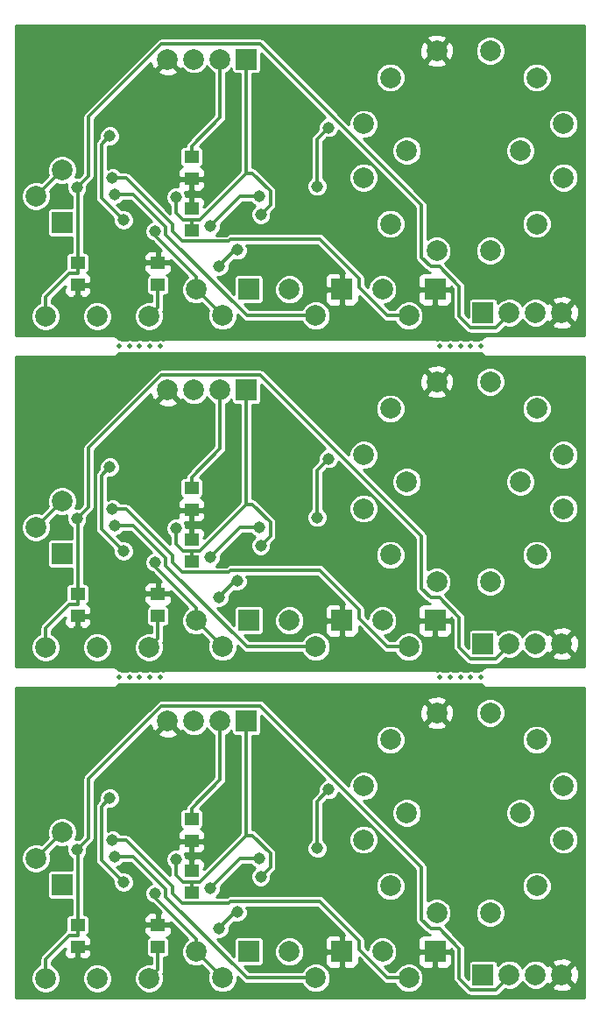
<source format=gbl>
G04 (created by PCBNEW (2013-07-07 BZR 4022)-stable) date 2014-08-05 10:21:25 AM*
%MOIN*%
G04 Gerber Fmt 3.4, Leading zero omitted, Abs format*
%FSLAX34Y34*%
G01*
G70*
G90*
G04 APERTURE LIST*
%ADD10C,0.00590551*%
%ADD11C,0.0787*%
%ADD12R,0.055X0.045*%
%ADD13R,0.0787X0.0787*%
%ADD14C,0.0787402*%
%ADD15C,0.019685*%
%ADD16C,0.045*%
%ADD17C,0.012*%
%ADD18C,0.01*%
G04 APERTURE END LIST*
G54D10*
G54D11*
X13543Y-44330D03*
X11574Y-44330D03*
X15511Y-44330D03*
G54D12*
X17125Y-41074D03*
X17125Y-40224D03*
X17125Y-39106D03*
X17125Y-38256D03*
X15846Y-42291D03*
X15846Y-43141D03*
G54D13*
X19216Y-34547D03*
G54D11*
X18216Y-34547D03*
X17216Y-34547D03*
X16216Y-34547D03*
G54D14*
X23677Y-37011D03*
X24696Y-35248D03*
X26460Y-34228D03*
X28500Y-34228D03*
X30263Y-35248D03*
X31283Y-37011D03*
X29645Y-38031D03*
X25314Y-38031D03*
X23677Y-39051D03*
X24696Y-40814D03*
X26460Y-41834D03*
X28500Y-41834D03*
X30263Y-40814D03*
X31283Y-39051D03*
G54D12*
X12795Y-43141D03*
X12795Y-42291D03*
G54D11*
X18307Y-44307D03*
X17307Y-43307D03*
G54D13*
X19307Y-43307D03*
G54D11*
X21850Y-44307D03*
X20850Y-43307D03*
G54D13*
X22850Y-43307D03*
G54D11*
X25393Y-44307D03*
X24393Y-43307D03*
G54D13*
X26393Y-43307D03*
G54D11*
X11204Y-39763D03*
X12204Y-38763D03*
G54D13*
X12204Y-40763D03*
X28224Y-44192D03*
G54D11*
X29224Y-44192D03*
X30224Y-44192D03*
X31224Y-44192D03*
G54D13*
X28224Y-31594D03*
G54D11*
X29224Y-31594D03*
X30224Y-31594D03*
X31224Y-31594D03*
X11204Y-27165D03*
X12204Y-26165D03*
G54D13*
X12204Y-28165D03*
G54D11*
X25393Y-31708D03*
X24393Y-30708D03*
G54D13*
X26393Y-30708D03*
G54D11*
X21850Y-31708D03*
X20850Y-30708D03*
G54D13*
X22850Y-30708D03*
G54D11*
X18307Y-31708D03*
X17307Y-30708D03*
G54D13*
X19307Y-30708D03*
G54D12*
X12795Y-30543D03*
X12795Y-29693D03*
G54D14*
X23677Y-24413D03*
X24696Y-22649D03*
X26460Y-21629D03*
X28500Y-21629D03*
X30263Y-22649D03*
X31283Y-24413D03*
X29645Y-25433D03*
X25314Y-25433D03*
X23677Y-26452D03*
X24696Y-28216D03*
X26460Y-29236D03*
X28500Y-29236D03*
X30263Y-28216D03*
X31283Y-26452D03*
G54D13*
X19216Y-21948D03*
G54D11*
X18216Y-21948D03*
X17216Y-21948D03*
X16216Y-21948D03*
G54D12*
X15846Y-29693D03*
X15846Y-30543D03*
X17125Y-26507D03*
X17125Y-25657D03*
X17125Y-28476D03*
X17125Y-27626D03*
G54D11*
X13543Y-31732D03*
X11574Y-31732D03*
X15511Y-31732D03*
X13543Y-19133D03*
X11574Y-19133D03*
X15511Y-19133D03*
G54D12*
X17125Y-15877D03*
X17125Y-15027D03*
X17125Y-13909D03*
X17125Y-13059D03*
X15846Y-17094D03*
X15846Y-17944D03*
G54D13*
X19216Y-9350D03*
G54D11*
X18216Y-9350D03*
X17216Y-9350D03*
X16216Y-9350D03*
G54D14*
X23677Y-11814D03*
X24696Y-10051D03*
X26460Y-9031D03*
X28500Y-9031D03*
X30263Y-10051D03*
X31283Y-11814D03*
X29645Y-12834D03*
X25314Y-12834D03*
X23677Y-13854D03*
X24696Y-15618D03*
X26460Y-16637D03*
X28500Y-16637D03*
X30263Y-15618D03*
X31283Y-13854D03*
G54D12*
X12795Y-17944D03*
X12795Y-17094D03*
G54D11*
X18307Y-19110D03*
X17307Y-18110D03*
G54D13*
X19307Y-18110D03*
G54D11*
X21850Y-19110D03*
X20850Y-18110D03*
G54D13*
X22850Y-18110D03*
G54D11*
X25393Y-19110D03*
X24393Y-18110D03*
G54D13*
X26393Y-18110D03*
G54D11*
X11204Y-14566D03*
X12204Y-13566D03*
G54D13*
X12204Y-15566D03*
X28224Y-18996D03*
G54D11*
X29224Y-18996D03*
X30224Y-18996D03*
X31224Y-18996D03*
G54D15*
X14370Y-20275D03*
X14763Y-20275D03*
X15157Y-20275D03*
X15551Y-20275D03*
X15944Y-20275D03*
X26574Y-20275D03*
X26968Y-20275D03*
X27362Y-20275D03*
X27755Y-20275D03*
X28149Y-20275D03*
X14370Y-32874D03*
X14763Y-32874D03*
X15157Y-32874D03*
X15551Y-32874D03*
X15944Y-32874D03*
X26574Y-32874D03*
X26968Y-32874D03*
X27362Y-32874D03*
X27755Y-32874D03*
X28149Y-32874D03*
G54D16*
X12760Y-39428D03*
X12760Y-26829D03*
X12760Y-14231D03*
X16527Y-39801D03*
X19761Y-40455D03*
X19761Y-27857D03*
X16527Y-27202D03*
X16527Y-14604D03*
X19761Y-15259D03*
X14538Y-40671D03*
X14019Y-37473D03*
X17855Y-40907D03*
X19719Y-39771D03*
X19719Y-27172D03*
X17855Y-28308D03*
X14019Y-24874D03*
X14538Y-28072D03*
X14538Y-15474D03*
X14019Y-12276D03*
X17855Y-15710D03*
X19719Y-14574D03*
X15747Y-41095D03*
X15747Y-28497D03*
X15747Y-15898D03*
X18602Y-37893D03*
X12795Y-43700D03*
X12795Y-31102D03*
X18602Y-25295D03*
X18602Y-12696D03*
X12795Y-18503D03*
X21903Y-39382D03*
X22348Y-37148D03*
X22348Y-24550D03*
X21903Y-26783D03*
X21903Y-14185D03*
X22348Y-11951D03*
X18874Y-41812D03*
X18163Y-42441D03*
X18163Y-29842D03*
X18874Y-29214D03*
X18874Y-16615D03*
X18163Y-17244D03*
X14208Y-39693D03*
X14208Y-27094D03*
X14208Y-14496D03*
X14124Y-39071D03*
X14124Y-26472D03*
X14124Y-13874D03*
G54D17*
X13205Y-38983D02*
X12760Y-39428D01*
X13205Y-36744D02*
X13205Y-38983D01*
X15988Y-33961D02*
X13205Y-36744D01*
X19734Y-33961D02*
X15988Y-33961D01*
X25886Y-40113D02*
X19734Y-33961D01*
X25886Y-42097D02*
X25886Y-40113D01*
X26227Y-42438D02*
X25886Y-42097D01*
X26568Y-42438D02*
X26227Y-42438D01*
X27321Y-43190D02*
X26568Y-42438D01*
X27321Y-44341D02*
X27321Y-43190D01*
X27747Y-44766D02*
X27321Y-44341D01*
X28713Y-44766D02*
X27747Y-44766D01*
X29224Y-44255D02*
X28713Y-44766D01*
X29224Y-44192D02*
X29224Y-44255D01*
X12795Y-39462D02*
X12795Y-42291D01*
X12760Y-39428D02*
X12795Y-39462D01*
X11574Y-43606D02*
X11574Y-44330D01*
X12485Y-42696D02*
X11574Y-43606D01*
X12795Y-42696D02*
X12485Y-42696D01*
X12795Y-42291D02*
X12795Y-42696D01*
X12795Y-29693D02*
X12795Y-30098D01*
X12795Y-30098D02*
X12485Y-30098D01*
X12485Y-30098D02*
X11574Y-31008D01*
X11574Y-31008D02*
X11574Y-31732D01*
X12760Y-26829D02*
X12795Y-26863D01*
X12795Y-26863D02*
X12795Y-29693D01*
X29224Y-31594D02*
X29224Y-31656D01*
X29224Y-31656D02*
X28713Y-32168D01*
X28713Y-32168D02*
X27747Y-32168D01*
X27747Y-32168D02*
X27321Y-31742D01*
X27321Y-31742D02*
X27321Y-30592D01*
X27321Y-30592D02*
X26568Y-29839D01*
X26568Y-29839D02*
X26227Y-29839D01*
X26227Y-29839D02*
X25886Y-29498D01*
X25886Y-29498D02*
X25886Y-27515D01*
X25886Y-27515D02*
X19734Y-21363D01*
X19734Y-21363D02*
X15988Y-21363D01*
X15988Y-21363D02*
X13205Y-24146D01*
X13205Y-24146D02*
X13205Y-26384D01*
X13205Y-26384D02*
X12760Y-26829D01*
X13205Y-13786D02*
X12760Y-14231D01*
X13205Y-11547D02*
X13205Y-13786D01*
X15988Y-8765D02*
X13205Y-11547D01*
X19734Y-8765D02*
X15988Y-8765D01*
X25886Y-14916D02*
X19734Y-8765D01*
X25886Y-16900D02*
X25886Y-14916D01*
X26227Y-17241D02*
X25886Y-16900D01*
X26568Y-17241D02*
X26227Y-17241D01*
X27321Y-17994D02*
X26568Y-17241D01*
X27321Y-19144D02*
X27321Y-17994D01*
X27747Y-19569D02*
X27321Y-19144D01*
X28713Y-19569D02*
X27747Y-19569D01*
X29224Y-19058D02*
X28713Y-19569D01*
X29224Y-18996D02*
X29224Y-19058D01*
X12795Y-14265D02*
X12795Y-17094D01*
X12760Y-14231D02*
X12795Y-14265D01*
X11574Y-18410D02*
X11574Y-19133D01*
X12485Y-17499D02*
X11574Y-18410D01*
X12795Y-17499D02*
X12485Y-17499D01*
X12795Y-17094D02*
X12795Y-17499D01*
X17125Y-41074D02*
X17125Y-40669D01*
X16527Y-40383D02*
X16527Y-39801D01*
X16813Y-40669D02*
X16527Y-40383D01*
X17125Y-40669D02*
X16813Y-40669D01*
X20125Y-40092D02*
X19761Y-40455D01*
X20125Y-39575D02*
X20125Y-40092D01*
X19443Y-38894D02*
X20125Y-39575D01*
X19216Y-38894D02*
X19443Y-38894D01*
X19216Y-34547D02*
X19216Y-38894D01*
X17441Y-40669D02*
X17125Y-40669D01*
X19216Y-38894D02*
X17441Y-40669D01*
X19216Y-26296D02*
X17441Y-28071D01*
X17441Y-28071D02*
X17125Y-28071D01*
X19216Y-21948D02*
X19216Y-26296D01*
X19216Y-26296D02*
X19443Y-26296D01*
X19443Y-26296D02*
X20125Y-26977D01*
X20125Y-26977D02*
X20125Y-27493D01*
X20125Y-27493D02*
X19761Y-27857D01*
X17125Y-28071D02*
X16813Y-28071D01*
X16813Y-28071D02*
X16527Y-27784D01*
X16527Y-27784D02*
X16527Y-27202D01*
X17125Y-28476D02*
X17125Y-28071D01*
X17125Y-15877D02*
X17125Y-15472D01*
X16527Y-15186D02*
X16527Y-14604D01*
X16813Y-15472D02*
X16527Y-15186D01*
X17125Y-15472D02*
X16813Y-15472D01*
X20125Y-14895D02*
X19761Y-15259D01*
X20125Y-14378D02*
X20125Y-14895D01*
X19443Y-13697D02*
X20125Y-14378D01*
X19216Y-13697D02*
X19443Y-13697D01*
X19216Y-9350D02*
X19216Y-13697D01*
X17441Y-15472D02*
X17125Y-15472D01*
X19216Y-13697D02*
X17441Y-15472D01*
X13703Y-37789D02*
X14019Y-37473D01*
X13703Y-39836D02*
X13703Y-37789D01*
X14538Y-40671D02*
X13703Y-39836D01*
X19719Y-39771D02*
X19719Y-39771D01*
X18991Y-39771D02*
X19719Y-39771D01*
X17855Y-40907D02*
X18991Y-39771D01*
X17855Y-28308D02*
X18991Y-27172D01*
X18991Y-27172D02*
X19719Y-27172D01*
X19719Y-27172D02*
X19719Y-27172D01*
X14538Y-28072D02*
X13703Y-27238D01*
X13703Y-27238D02*
X13703Y-25190D01*
X13703Y-25190D02*
X14019Y-24874D01*
X13703Y-12592D02*
X14019Y-12276D01*
X13703Y-14639D02*
X13703Y-12592D01*
X14538Y-15474D02*
X13703Y-14639D01*
X19719Y-14574D02*
X19719Y-14574D01*
X18991Y-14574D02*
X19719Y-14574D01*
X17855Y-15710D02*
X18991Y-14574D01*
X17307Y-43307D02*
X18307Y-44307D01*
X17307Y-42825D02*
X17307Y-43307D01*
X15747Y-41265D02*
X17307Y-42825D01*
X15747Y-41095D02*
X15747Y-41265D01*
X15747Y-28497D02*
X15747Y-28666D01*
X15747Y-28666D02*
X17307Y-30227D01*
X17307Y-30227D02*
X17307Y-30708D01*
X17307Y-30708D02*
X18307Y-31708D01*
X17307Y-18110D02*
X18307Y-19110D01*
X17307Y-17628D02*
X17307Y-18110D01*
X15747Y-16068D02*
X17307Y-17628D01*
X15747Y-15898D02*
X15747Y-16068D01*
X15846Y-43996D02*
X15511Y-44330D01*
X15846Y-43141D02*
X15846Y-43996D01*
X15846Y-30543D02*
X15846Y-31397D01*
X15846Y-31397D02*
X15511Y-31732D01*
X15846Y-18799D02*
X15511Y-19133D01*
X15846Y-17944D02*
X15846Y-18799D01*
X18216Y-36760D02*
X18216Y-34547D01*
X17125Y-37850D02*
X18216Y-36760D01*
X17125Y-38256D02*
X17125Y-37850D01*
X17125Y-25657D02*
X17125Y-25252D01*
X17125Y-25252D02*
X18216Y-24162D01*
X18216Y-24162D02*
X18216Y-21948D01*
X18216Y-11563D02*
X18216Y-9350D01*
X17125Y-12654D02*
X18216Y-11563D01*
X17125Y-13059D02*
X17125Y-12654D01*
X17125Y-40224D02*
X17125Y-39106D01*
X12795Y-43141D02*
X12795Y-43700D01*
X14862Y-45078D02*
X14566Y-44783D01*
X30338Y-45078D02*
X14862Y-45078D01*
X31224Y-44192D02*
X30338Y-45078D01*
X31224Y-31594D02*
X30338Y-32480D01*
X30338Y-32480D02*
X14862Y-32480D01*
X14862Y-32480D02*
X14566Y-32185D01*
X12795Y-30543D02*
X12795Y-31102D01*
X17125Y-27626D02*
X17125Y-26507D01*
X17125Y-15027D02*
X17125Y-13909D01*
X12795Y-17944D02*
X12795Y-18503D01*
X14862Y-19881D02*
X14566Y-19586D01*
X30338Y-19881D02*
X14862Y-19881D01*
X31224Y-18996D02*
X30338Y-19881D01*
X21903Y-37593D02*
X22348Y-37148D01*
X21903Y-39382D02*
X21903Y-37593D01*
X21903Y-26783D02*
X21903Y-24995D01*
X21903Y-24995D02*
X22348Y-24550D01*
X21903Y-12396D02*
X22348Y-11951D01*
X21903Y-14185D02*
X21903Y-12396D01*
X18791Y-41812D02*
X18163Y-42441D01*
X18874Y-41812D02*
X18791Y-41812D01*
X18874Y-29214D02*
X18791Y-29214D01*
X18791Y-29214D02*
X18163Y-29842D01*
X18791Y-16615D02*
X18163Y-17244D01*
X18874Y-16615D02*
X18791Y-16615D01*
X14917Y-39693D02*
X14208Y-39693D01*
X16152Y-40927D02*
X14917Y-39693D01*
X16152Y-41221D02*
X16152Y-40927D01*
X19237Y-44307D02*
X16152Y-41221D01*
X21850Y-44307D02*
X19237Y-44307D01*
X21850Y-31708D02*
X19237Y-31708D01*
X19237Y-31708D02*
X16152Y-28623D01*
X16152Y-28623D02*
X16152Y-28329D01*
X16152Y-28329D02*
X14917Y-27094D01*
X14917Y-27094D02*
X14208Y-27094D01*
X14917Y-14496D02*
X14208Y-14496D01*
X16152Y-15731D02*
X14917Y-14496D01*
X16152Y-16024D02*
X16152Y-15731D01*
X19237Y-19110D02*
X16152Y-16024D01*
X21850Y-19110D02*
X19237Y-19110D01*
X14634Y-39071D02*
X14124Y-39071D01*
X16392Y-40828D02*
X14634Y-39071D01*
X16392Y-41103D02*
X16392Y-40828D01*
X16768Y-41479D02*
X16392Y-41103D01*
X18534Y-41479D02*
X16768Y-41479D01*
X18624Y-41389D02*
X18534Y-41479D01*
X22002Y-41389D02*
X18624Y-41389D01*
X23501Y-42888D02*
X22002Y-41389D01*
X23501Y-43229D02*
X23501Y-42888D01*
X24579Y-44307D02*
X23501Y-43229D01*
X25393Y-44307D02*
X24579Y-44307D01*
X25393Y-31708D02*
X24579Y-31708D01*
X24579Y-31708D02*
X23501Y-30631D01*
X23501Y-30631D02*
X23501Y-30290D01*
X23501Y-30290D02*
X22002Y-28791D01*
X22002Y-28791D02*
X18624Y-28791D01*
X18624Y-28791D02*
X18534Y-28881D01*
X18534Y-28881D02*
X16768Y-28881D01*
X16768Y-28881D02*
X16392Y-28504D01*
X16392Y-28504D02*
X16392Y-28230D01*
X16392Y-28230D02*
X14634Y-26472D01*
X14634Y-26472D02*
X14124Y-26472D01*
X14634Y-13874D02*
X14124Y-13874D01*
X16392Y-15631D02*
X14634Y-13874D01*
X16392Y-15906D02*
X16392Y-15631D01*
X16768Y-16282D02*
X16392Y-15906D01*
X18534Y-16282D02*
X16768Y-16282D01*
X18624Y-16192D02*
X18534Y-16282D01*
X22002Y-16192D02*
X18624Y-16192D01*
X23501Y-17691D02*
X22002Y-16192D01*
X23501Y-18032D02*
X23501Y-17691D01*
X24579Y-19110D02*
X23501Y-18032D01*
X25393Y-19110D02*
X24579Y-19110D01*
X12204Y-38763D02*
X11204Y-39763D01*
X12204Y-26165D02*
X11204Y-27165D01*
X12204Y-13566D02*
X11204Y-14566D01*
G54D10*
G36*
X32083Y-19879D02*
X31872Y-19879D01*
X31872Y-19100D01*
X31862Y-18844D01*
X31847Y-18806D01*
X31847Y-13742D01*
X31847Y-11703D01*
X31761Y-11496D01*
X31603Y-11337D01*
X31396Y-11251D01*
X31171Y-11251D01*
X30964Y-11336D01*
X30827Y-11473D01*
X30827Y-9939D01*
X30741Y-9732D01*
X30583Y-9573D01*
X30376Y-9487D01*
X30152Y-9487D01*
X29944Y-9573D01*
X29786Y-9731D01*
X29700Y-9938D01*
X29699Y-10162D01*
X29785Y-10370D01*
X29944Y-10528D01*
X30151Y-10614D01*
X30375Y-10614D01*
X30582Y-10529D01*
X30741Y-10370D01*
X30827Y-10163D01*
X30827Y-9939D01*
X30827Y-11473D01*
X30805Y-11495D01*
X30719Y-11702D01*
X30719Y-11926D01*
X30805Y-12133D01*
X30963Y-12292D01*
X31170Y-12378D01*
X31395Y-12378D01*
X31602Y-12293D01*
X31761Y-12134D01*
X31847Y-11927D01*
X31847Y-11703D01*
X31847Y-13742D01*
X31761Y-13535D01*
X31603Y-13376D01*
X31396Y-13290D01*
X31171Y-13290D01*
X30964Y-13376D01*
X30805Y-13534D01*
X30719Y-13741D01*
X30719Y-13965D01*
X30805Y-14173D01*
X30963Y-14331D01*
X31170Y-14417D01*
X31395Y-14418D01*
X31602Y-14332D01*
X31761Y-14174D01*
X31847Y-13966D01*
X31847Y-13742D01*
X31847Y-18806D01*
X31783Y-18651D01*
X31678Y-18613D01*
X31607Y-18683D01*
X31607Y-18542D01*
X31568Y-18437D01*
X31328Y-18348D01*
X31072Y-18357D01*
X30880Y-18437D01*
X30841Y-18542D01*
X31224Y-18925D01*
X31607Y-18542D01*
X31607Y-18683D01*
X31295Y-18996D01*
X31678Y-19378D01*
X31783Y-19340D01*
X31872Y-19100D01*
X31872Y-19879D01*
X31607Y-19879D01*
X31607Y-19449D01*
X31224Y-19066D01*
X31153Y-19137D01*
X31153Y-18996D01*
X30827Y-18669D01*
X30827Y-15506D01*
X30741Y-15299D01*
X30583Y-15140D01*
X30376Y-15054D01*
X30209Y-15054D01*
X30209Y-12723D01*
X30123Y-12515D01*
X29965Y-12357D01*
X29758Y-12271D01*
X29534Y-12270D01*
X29326Y-12356D01*
X29168Y-12514D01*
X29082Y-12722D01*
X29081Y-12946D01*
X29167Y-13153D01*
X29325Y-13312D01*
X29533Y-13398D01*
X29757Y-13398D01*
X29964Y-13312D01*
X30123Y-13154D01*
X30209Y-12947D01*
X30209Y-12723D01*
X30209Y-15054D01*
X30152Y-15054D01*
X29944Y-15139D01*
X29786Y-15298D01*
X29700Y-15505D01*
X29699Y-15729D01*
X29785Y-15937D01*
X29944Y-16095D01*
X30151Y-16181D01*
X30375Y-16181D01*
X30582Y-16096D01*
X30741Y-15937D01*
X30827Y-15730D01*
X30827Y-15506D01*
X30827Y-18669D01*
X30770Y-18613D01*
X30674Y-18648D01*
X30544Y-18518D01*
X30336Y-18432D01*
X30112Y-18432D01*
X29905Y-18518D01*
X29746Y-18676D01*
X29724Y-18730D01*
X29702Y-18677D01*
X29544Y-18518D01*
X29336Y-18432D01*
X29112Y-18432D01*
X29063Y-18452D01*
X29063Y-16526D01*
X29063Y-8919D01*
X28978Y-8712D01*
X28819Y-8553D01*
X28612Y-8467D01*
X28388Y-8467D01*
X28181Y-8553D01*
X28022Y-8711D01*
X27936Y-8918D01*
X27936Y-9143D01*
X28021Y-9350D01*
X28180Y-9509D01*
X28387Y-9595D01*
X28611Y-9595D01*
X28818Y-9509D01*
X28977Y-9351D01*
X29063Y-9144D01*
X29063Y-8919D01*
X29063Y-16526D01*
X28978Y-16318D01*
X28819Y-16160D01*
X28612Y-16074D01*
X28388Y-16073D01*
X28181Y-16159D01*
X28022Y-16318D01*
X27936Y-16525D01*
X27936Y-16749D01*
X28021Y-16956D01*
X28180Y-17115D01*
X28387Y-17201D01*
X28611Y-17201D01*
X28818Y-17115D01*
X28977Y-16957D01*
X29063Y-16750D01*
X29063Y-16526D01*
X29063Y-18452D01*
X28905Y-18518D01*
X28787Y-18635D01*
X28787Y-18568D01*
X28762Y-18506D01*
X28714Y-18458D01*
X28651Y-18432D01*
X28584Y-18432D01*
X27797Y-18432D01*
X27734Y-18458D01*
X27686Y-18506D01*
X27660Y-18568D01*
X27660Y-18636D01*
X27660Y-19158D01*
X27551Y-19049D01*
X27551Y-17994D01*
X27534Y-17906D01*
X27534Y-17906D01*
X27484Y-17831D01*
X27108Y-17455D01*
X27108Y-9135D01*
X27099Y-8879D01*
X27019Y-8687D01*
X26914Y-8648D01*
X26843Y-8719D01*
X26843Y-8577D01*
X26804Y-8472D01*
X26564Y-8383D01*
X26308Y-8392D01*
X26116Y-8472D01*
X26077Y-8577D01*
X26460Y-8960D01*
X26843Y-8577D01*
X26843Y-8719D01*
X26531Y-9031D01*
X26914Y-9414D01*
X27019Y-9375D01*
X27108Y-9135D01*
X27108Y-17455D01*
X26771Y-17119D01*
X26779Y-17115D01*
X26938Y-16957D01*
X27024Y-16750D01*
X27024Y-16526D01*
X26938Y-16318D01*
X26843Y-16223D01*
X26843Y-9485D01*
X26460Y-9102D01*
X26389Y-9172D01*
X26389Y-9031D01*
X26006Y-8648D01*
X25901Y-8687D01*
X25812Y-8927D01*
X25822Y-9183D01*
X25901Y-9375D01*
X26006Y-9414D01*
X26389Y-9031D01*
X26389Y-9172D01*
X26077Y-9485D01*
X26116Y-9590D01*
X26356Y-9679D01*
X26612Y-9670D01*
X26804Y-9590D01*
X26843Y-9485D01*
X26843Y-16223D01*
X26780Y-16160D01*
X26573Y-16074D01*
X26348Y-16073D01*
X26141Y-16159D01*
X26116Y-16184D01*
X26116Y-14916D01*
X26116Y-14916D01*
X26116Y-14916D01*
X26099Y-14828D01*
X26049Y-14754D01*
X26049Y-14754D01*
X25878Y-14583D01*
X25878Y-12723D01*
X25793Y-12515D01*
X25634Y-12357D01*
X25427Y-12271D01*
X25260Y-12270D01*
X25260Y-9939D01*
X25175Y-9732D01*
X25016Y-9573D01*
X24809Y-9487D01*
X24585Y-9487D01*
X24377Y-9573D01*
X24219Y-9731D01*
X24133Y-9938D01*
X24133Y-10162D01*
X24218Y-10370D01*
X24377Y-10528D01*
X24584Y-10614D01*
X24808Y-10614D01*
X25015Y-10529D01*
X25174Y-10370D01*
X25260Y-10163D01*
X25260Y-9939D01*
X25260Y-12270D01*
X25203Y-12270D01*
X24996Y-12356D01*
X24837Y-12514D01*
X24751Y-12722D01*
X24751Y-12946D01*
X24836Y-13153D01*
X24995Y-13312D01*
X25202Y-13398D01*
X25426Y-13398D01*
X25633Y-13312D01*
X25792Y-13154D01*
X25878Y-12947D01*
X25878Y-12723D01*
X25878Y-14583D01*
X23673Y-12378D01*
X23788Y-12378D01*
X23996Y-12293D01*
X24154Y-12134D01*
X24240Y-11927D01*
X24240Y-11703D01*
X24155Y-11496D01*
X23996Y-11337D01*
X23789Y-11251D01*
X23565Y-11251D01*
X23358Y-11336D01*
X23199Y-11495D01*
X23113Y-11702D01*
X23113Y-11818D01*
X19897Y-8602D01*
X19822Y-8552D01*
X19734Y-8535D01*
X15988Y-8535D01*
X15900Y-8552D01*
X15825Y-8602D01*
X13043Y-11385D01*
X12993Y-11459D01*
X12975Y-11547D01*
X12975Y-13691D01*
X12830Y-13836D01*
X12703Y-13836D01*
X12768Y-13679D01*
X12768Y-13455D01*
X12682Y-13248D01*
X12524Y-13089D01*
X12317Y-13003D01*
X12093Y-13003D01*
X11885Y-13088D01*
X11727Y-13247D01*
X11641Y-13454D01*
X11641Y-13678D01*
X11678Y-13768D01*
X11406Y-14040D01*
X11317Y-14003D01*
X11093Y-14003D01*
X10885Y-14088D01*
X10727Y-14247D01*
X10641Y-14454D01*
X10641Y-14678D01*
X10726Y-14885D01*
X10885Y-15044D01*
X11092Y-15130D01*
X11316Y-15130D01*
X11523Y-15044D01*
X11682Y-14886D01*
X11768Y-14679D01*
X11768Y-14455D01*
X11731Y-14365D01*
X12003Y-14093D01*
X12092Y-14130D01*
X12316Y-14130D01*
X12387Y-14101D01*
X12366Y-14152D01*
X12365Y-14309D01*
X12425Y-14454D01*
X12536Y-14565D01*
X12565Y-14577D01*
X12565Y-15003D01*
X12564Y-15003D01*
X11777Y-15003D01*
X11715Y-15029D01*
X11667Y-15077D01*
X11641Y-15139D01*
X11641Y-15207D01*
X11641Y-15994D01*
X11667Y-16056D01*
X11714Y-16104D01*
X11777Y-16130D01*
X11844Y-16130D01*
X12565Y-16130D01*
X12565Y-16699D01*
X12486Y-16699D01*
X12424Y-16725D01*
X12376Y-16773D01*
X12350Y-16835D01*
X12350Y-16903D01*
X12350Y-17318D01*
X12322Y-17337D01*
X11412Y-18247D01*
X11362Y-18322D01*
X11344Y-18410D01*
X11344Y-18619D01*
X11256Y-18655D01*
X11097Y-18814D01*
X11011Y-19021D01*
X11011Y-19245D01*
X11096Y-19452D01*
X11255Y-19611D01*
X11462Y-19697D01*
X11686Y-19697D01*
X11893Y-19611D01*
X12052Y-19453D01*
X12138Y-19246D01*
X12138Y-19022D01*
X12052Y-18815D01*
X11894Y-18656D01*
X11804Y-18619D01*
X11804Y-18505D01*
X12315Y-17994D01*
X12332Y-17994D01*
X12270Y-18057D01*
X12270Y-18219D01*
X12308Y-18311D01*
X12378Y-18381D01*
X12470Y-18419D01*
X12569Y-18419D01*
X12682Y-18419D01*
X12745Y-18357D01*
X12745Y-17994D01*
X12737Y-17994D01*
X12737Y-17894D01*
X12745Y-17894D01*
X12745Y-17886D01*
X12845Y-17886D01*
X12845Y-17894D01*
X13257Y-17894D01*
X13320Y-17832D01*
X13320Y-17670D01*
X13282Y-17578D01*
X13212Y-17507D01*
X13136Y-17476D01*
X13166Y-17463D01*
X13214Y-17416D01*
X13240Y-17353D01*
X13240Y-17286D01*
X13240Y-16836D01*
X13214Y-16773D01*
X13166Y-16725D01*
X13104Y-16699D01*
X13036Y-16699D01*
X13025Y-16699D01*
X13025Y-14525D01*
X13095Y-14455D01*
X13155Y-14310D01*
X13156Y-14161D01*
X13368Y-13949D01*
X13368Y-13949D01*
X13368Y-13949D01*
X13418Y-13874D01*
X13435Y-13786D01*
X13435Y-13786D01*
X13435Y-13786D01*
X13435Y-11642D01*
X15578Y-9500D01*
X15578Y-9502D01*
X15657Y-9694D01*
X15762Y-9733D01*
X16145Y-9350D01*
X16140Y-9344D01*
X16210Y-9274D01*
X16216Y-9279D01*
X16222Y-9274D01*
X16292Y-9344D01*
X16287Y-9350D01*
X16670Y-9733D01*
X16766Y-9697D01*
X16896Y-9827D01*
X17103Y-9913D01*
X17328Y-9913D01*
X17535Y-9828D01*
X17693Y-9670D01*
X17716Y-9615D01*
X17738Y-9669D01*
X17896Y-9827D01*
X17986Y-9865D01*
X17986Y-11468D01*
X16963Y-12491D01*
X16913Y-12566D01*
X16895Y-12654D01*
X16895Y-12664D01*
X16817Y-12664D01*
X16754Y-12690D01*
X16706Y-12737D01*
X16681Y-12800D01*
X16680Y-12867D01*
X16680Y-13317D01*
X16706Y-13380D01*
X16754Y-13428D01*
X16785Y-13440D01*
X16709Y-13472D01*
X16638Y-13542D01*
X16600Y-13634D01*
X16600Y-13796D01*
X16663Y-13859D01*
X17075Y-13859D01*
X17075Y-13851D01*
X17175Y-13851D01*
X17175Y-13859D01*
X17588Y-13859D01*
X17650Y-13796D01*
X17651Y-13634D01*
X17613Y-13542D01*
X17542Y-13472D01*
X17466Y-13440D01*
X17497Y-13428D01*
X17545Y-13380D01*
X17570Y-13318D01*
X17571Y-13250D01*
X17571Y-12800D01*
X17545Y-12738D01*
X17497Y-12690D01*
X17439Y-12666D01*
X18379Y-11726D01*
X18379Y-11726D01*
X18379Y-11726D01*
X18429Y-11651D01*
X18446Y-11563D01*
X18446Y-9865D01*
X18535Y-9828D01*
X18653Y-9710D01*
X18653Y-9777D01*
X18678Y-9840D01*
X18726Y-9887D01*
X18789Y-9913D01*
X18856Y-9913D01*
X18986Y-9913D01*
X18986Y-13602D01*
X17651Y-14937D01*
X17611Y-14977D01*
X17588Y-14977D01*
X17650Y-14915D01*
X17651Y-14753D01*
X17651Y-14183D01*
X17650Y-14021D01*
X17588Y-13959D01*
X17175Y-13959D01*
X17175Y-14321D01*
X17238Y-14384D01*
X17351Y-14384D01*
X17450Y-14384D01*
X17542Y-14346D01*
X17613Y-14275D01*
X17651Y-14183D01*
X17651Y-14753D01*
X17613Y-14661D01*
X17542Y-14590D01*
X17450Y-14552D01*
X17351Y-14552D01*
X17238Y-14552D01*
X17175Y-14615D01*
X17175Y-14977D01*
X17183Y-14977D01*
X17183Y-15077D01*
X17175Y-15077D01*
X17175Y-15085D01*
X17075Y-15085D01*
X17075Y-15077D01*
X17068Y-15077D01*
X17068Y-14977D01*
X17075Y-14977D01*
X17075Y-14615D01*
X17013Y-14552D01*
X16922Y-14552D01*
X16922Y-14526D01*
X16864Y-14384D01*
X16900Y-14384D01*
X17013Y-14384D01*
X17075Y-14321D01*
X17075Y-13959D01*
X16663Y-13959D01*
X16600Y-14021D01*
X16600Y-14183D01*
X16612Y-14211D01*
X16606Y-14209D01*
X16599Y-14209D01*
X16599Y-9804D01*
X16216Y-9421D01*
X15833Y-9804D01*
X15872Y-9909D01*
X16112Y-9998D01*
X16368Y-9988D01*
X16560Y-9909D01*
X16599Y-9804D01*
X16599Y-14209D01*
X16449Y-14209D01*
X16304Y-14269D01*
X16193Y-14380D01*
X16132Y-14525D01*
X16132Y-14682D01*
X16192Y-14827D01*
X16297Y-14933D01*
X16297Y-15186D01*
X16304Y-15218D01*
X14797Y-13711D01*
X14722Y-13661D01*
X14634Y-13644D01*
X14452Y-13644D01*
X14348Y-13539D01*
X14202Y-13479D01*
X14045Y-13479D01*
X13933Y-13525D01*
X13933Y-12687D01*
X13949Y-12671D01*
X14097Y-12671D01*
X14242Y-12611D01*
X14354Y-12500D01*
X14414Y-12355D01*
X14414Y-12198D01*
X14354Y-12052D01*
X14243Y-11941D01*
X14098Y-11881D01*
X13941Y-11881D01*
X13795Y-11941D01*
X13684Y-12052D01*
X13624Y-12197D01*
X13624Y-12346D01*
X13540Y-12429D01*
X13490Y-12504D01*
X13473Y-12592D01*
X13473Y-14639D01*
X13490Y-14727D01*
X13540Y-14802D01*
X14143Y-15404D01*
X14143Y-15552D01*
X14203Y-15697D01*
X14314Y-15809D01*
X14459Y-15869D01*
X14616Y-15869D01*
X14761Y-15809D01*
X14872Y-15698D01*
X14933Y-15553D01*
X14933Y-15396D01*
X14873Y-15250D01*
X14762Y-15139D01*
X14617Y-15079D01*
X14468Y-15079D01*
X14280Y-14891D01*
X14286Y-14891D01*
X14432Y-14831D01*
X14537Y-14726D01*
X14822Y-14726D01*
X15619Y-15524D01*
X15523Y-15563D01*
X15412Y-15674D01*
X15352Y-15820D01*
X15351Y-15977D01*
X15411Y-16122D01*
X15523Y-16233D01*
X15632Y-16278D01*
X15972Y-16619D01*
X15958Y-16619D01*
X15896Y-16682D01*
X15896Y-17044D01*
X16308Y-17044D01*
X16353Y-17000D01*
X16986Y-17633D01*
X16829Y-17790D01*
X16743Y-17997D01*
X16743Y-18221D01*
X16829Y-18429D01*
X16987Y-18587D01*
X17194Y-18673D01*
X17418Y-18673D01*
X17508Y-18636D01*
X17780Y-18908D01*
X17743Y-18997D01*
X17743Y-19221D01*
X17829Y-19429D01*
X17987Y-19587D01*
X18194Y-19673D01*
X18418Y-19673D01*
X18625Y-19588D01*
X18784Y-19429D01*
X18870Y-19222D01*
X18870Y-19068D01*
X19074Y-19272D01*
X19074Y-19272D01*
X19149Y-19322D01*
X19237Y-19340D01*
X19237Y-19340D01*
X19237Y-19340D01*
X21335Y-19340D01*
X21372Y-19429D01*
X21530Y-19587D01*
X21737Y-19673D01*
X21961Y-19673D01*
X22169Y-19588D01*
X22327Y-19429D01*
X22413Y-19222D01*
X22413Y-18998D01*
X22328Y-18791D01*
X22170Y-18632D01*
X21962Y-18546D01*
X21738Y-18546D01*
X21531Y-18632D01*
X21413Y-18749D01*
X21413Y-17998D01*
X21328Y-17791D01*
X21170Y-17632D01*
X20962Y-17546D01*
X20738Y-17546D01*
X20531Y-17632D01*
X20372Y-17790D01*
X20286Y-17997D01*
X20286Y-18221D01*
X20372Y-18429D01*
X20530Y-18587D01*
X20737Y-18673D01*
X20961Y-18673D01*
X21169Y-18588D01*
X21327Y-18429D01*
X21413Y-18222D01*
X21413Y-17998D01*
X21413Y-18749D01*
X21372Y-18790D01*
X21335Y-18880D01*
X19332Y-18880D01*
X19126Y-18673D01*
X19734Y-18673D01*
X19796Y-18647D01*
X19844Y-18600D01*
X19870Y-18537D01*
X19870Y-18470D01*
X19870Y-17683D01*
X19844Y-17620D01*
X19797Y-17572D01*
X19734Y-17546D01*
X19666Y-17546D01*
X18879Y-17546D01*
X18817Y-17572D01*
X18769Y-17620D01*
X18743Y-17682D01*
X18743Y-17750D01*
X18743Y-18291D01*
X18092Y-17639D01*
X18241Y-17639D01*
X18386Y-17579D01*
X18497Y-17468D01*
X18558Y-17323D01*
X18558Y-17174D01*
X18743Y-16989D01*
X18795Y-17010D01*
X18952Y-17011D01*
X19097Y-16951D01*
X19208Y-16840D01*
X19268Y-16694D01*
X19269Y-16537D01*
X19221Y-16422D01*
X21907Y-16422D01*
X22957Y-17472D01*
X22900Y-17529D01*
X22900Y-18060D01*
X22908Y-18060D01*
X22908Y-18160D01*
X22900Y-18160D01*
X22900Y-18691D01*
X22962Y-18753D01*
X23293Y-18753D01*
X23385Y-18715D01*
X23455Y-18645D01*
X23493Y-18553D01*
X23493Y-18454D01*
X23493Y-18350D01*
X24416Y-19272D01*
X24416Y-19272D01*
X24491Y-19322D01*
X24491Y-19322D01*
X24579Y-19340D01*
X24879Y-19340D01*
X24915Y-19429D01*
X25074Y-19587D01*
X25281Y-19673D01*
X25505Y-19673D01*
X25712Y-19588D01*
X25871Y-19429D01*
X25957Y-19222D01*
X25957Y-18998D01*
X25871Y-18791D01*
X25713Y-18632D01*
X25506Y-18546D01*
X25282Y-18546D01*
X25260Y-18555D01*
X25260Y-15506D01*
X25175Y-15299D01*
X25016Y-15140D01*
X24809Y-15054D01*
X24585Y-15054D01*
X24377Y-15139D01*
X24240Y-15276D01*
X24240Y-13742D01*
X24155Y-13535D01*
X23996Y-13376D01*
X23789Y-13290D01*
X23565Y-13290D01*
X23358Y-13376D01*
X23199Y-13534D01*
X23113Y-13741D01*
X23113Y-13965D01*
X23199Y-14173D01*
X23357Y-14331D01*
X23564Y-14417D01*
X23788Y-14418D01*
X23996Y-14332D01*
X24154Y-14174D01*
X24240Y-13966D01*
X24240Y-13742D01*
X24240Y-15276D01*
X24219Y-15298D01*
X24133Y-15505D01*
X24133Y-15729D01*
X24218Y-15937D01*
X24377Y-16095D01*
X24584Y-16181D01*
X24808Y-16181D01*
X25015Y-16096D01*
X25174Y-15937D01*
X25260Y-15730D01*
X25260Y-15506D01*
X25260Y-18555D01*
X25074Y-18632D01*
X24916Y-18790D01*
X24879Y-18880D01*
X24674Y-18880D01*
X24468Y-18673D01*
X24505Y-18673D01*
X24712Y-18588D01*
X24871Y-18429D01*
X24957Y-18222D01*
X24957Y-17998D01*
X24871Y-17791D01*
X24713Y-17632D01*
X24506Y-17546D01*
X24282Y-17546D01*
X24074Y-17632D01*
X23916Y-17790D01*
X23830Y-17997D01*
X23830Y-18035D01*
X23731Y-17937D01*
X23731Y-17691D01*
X23714Y-17603D01*
X23714Y-17603D01*
X23664Y-17529D01*
X22165Y-16030D01*
X22091Y-15980D01*
X22002Y-15962D01*
X18624Y-15962D01*
X18536Y-15980D01*
X18461Y-16030D01*
X18439Y-16052D01*
X18061Y-16052D01*
X18079Y-16045D01*
X18190Y-15934D01*
X18250Y-15789D01*
X18250Y-15640D01*
X19087Y-14804D01*
X19391Y-14804D01*
X19495Y-14908D01*
X19536Y-14925D01*
X19426Y-15034D01*
X19366Y-15180D01*
X19366Y-15337D01*
X19426Y-15482D01*
X19537Y-15593D01*
X19682Y-15653D01*
X19839Y-15654D01*
X19984Y-15594D01*
X20095Y-15483D01*
X20156Y-15337D01*
X20156Y-15189D01*
X20287Y-15057D01*
X20337Y-14983D01*
X20337Y-14983D01*
X20355Y-14895D01*
X20355Y-14378D01*
X20337Y-14290D01*
X20287Y-14216D01*
X20287Y-14216D01*
X19606Y-13534D01*
X19531Y-13485D01*
X19446Y-13468D01*
X19446Y-9913D01*
X19643Y-9913D01*
X19706Y-9888D01*
X19754Y-9840D01*
X19780Y-9777D01*
X19780Y-9710D01*
X19780Y-9135D01*
X22221Y-11576D01*
X22125Y-11616D01*
X22014Y-11727D01*
X21953Y-11872D01*
X21953Y-12021D01*
X21741Y-12233D01*
X21691Y-12308D01*
X21673Y-12396D01*
X21673Y-13856D01*
X21569Y-13961D01*
X21509Y-14106D01*
X21508Y-14263D01*
X21568Y-14408D01*
X21679Y-14519D01*
X21825Y-14580D01*
X21982Y-14580D01*
X22127Y-14520D01*
X22238Y-14409D01*
X22298Y-14264D01*
X22299Y-14107D01*
X22239Y-13961D01*
X22133Y-13856D01*
X22133Y-12491D01*
X22279Y-12346D01*
X22426Y-12346D01*
X22572Y-12286D01*
X22683Y-12175D01*
X22723Y-12079D01*
X25656Y-15012D01*
X25656Y-16900D01*
X25674Y-16988D01*
X25724Y-17062D01*
X26065Y-17403D01*
X26139Y-17453D01*
X26139Y-17453D01*
X26205Y-17466D01*
X25950Y-17466D01*
X25858Y-17504D01*
X25788Y-17574D01*
X25750Y-17666D01*
X25750Y-17766D01*
X25750Y-17997D01*
X25812Y-18060D01*
X26343Y-18060D01*
X26343Y-18052D01*
X26443Y-18052D01*
X26443Y-18060D01*
X26974Y-18060D01*
X27018Y-18016D01*
X27091Y-18089D01*
X27091Y-19144D01*
X27109Y-19232D01*
X27159Y-19307D01*
X27584Y-19732D01*
X27584Y-19732D01*
X27659Y-19782D01*
X27659Y-19782D01*
X27747Y-19799D01*
X28713Y-19799D01*
X28801Y-19782D01*
X28801Y-19782D01*
X28875Y-19732D01*
X29067Y-19540D01*
X29111Y-19559D01*
X29336Y-19559D01*
X29543Y-19474D01*
X29701Y-19315D01*
X29724Y-19261D01*
X29746Y-19314D01*
X29904Y-19473D01*
X30111Y-19559D01*
X30336Y-19559D01*
X30543Y-19474D01*
X30674Y-19343D01*
X30770Y-19378D01*
X31153Y-18996D01*
X31153Y-19137D01*
X30841Y-19449D01*
X30880Y-19554D01*
X31120Y-19643D01*
X31376Y-19634D01*
X31568Y-19554D01*
X31607Y-19449D01*
X31607Y-19879D01*
X28346Y-19879D01*
X28270Y-19894D01*
X28205Y-19937D01*
X28162Y-20002D01*
X28161Y-20007D01*
X28096Y-20007D01*
X28044Y-20028D01*
X27861Y-20028D01*
X27809Y-20007D01*
X27702Y-20007D01*
X27650Y-20028D01*
X27467Y-20028D01*
X27415Y-20007D01*
X27309Y-20007D01*
X27256Y-20028D01*
X27073Y-20028D01*
X27037Y-20013D01*
X27037Y-18454D01*
X27037Y-18222D01*
X26974Y-18160D01*
X26443Y-18160D01*
X26443Y-18691D01*
X26506Y-18753D01*
X26836Y-18753D01*
X26928Y-18715D01*
X26999Y-18645D01*
X27037Y-18553D01*
X27037Y-18454D01*
X27037Y-20013D01*
X27022Y-20007D01*
X26915Y-20007D01*
X26863Y-20028D01*
X26680Y-20028D01*
X26628Y-20007D01*
X26521Y-20007D01*
X26476Y-20025D01*
X26383Y-20007D01*
X26343Y-20007D01*
X26343Y-18691D01*
X26343Y-18160D01*
X25812Y-18160D01*
X25750Y-18222D01*
X25750Y-18454D01*
X25750Y-18553D01*
X25788Y-18645D01*
X25858Y-18715D01*
X25950Y-18753D01*
X26281Y-18753D01*
X26343Y-18691D01*
X26343Y-20007D01*
X22800Y-20007D01*
X22800Y-18691D01*
X22800Y-18160D01*
X22800Y-18060D01*
X22800Y-17529D01*
X22737Y-17466D01*
X22407Y-17466D01*
X22315Y-17504D01*
X22245Y-17574D01*
X22206Y-17666D01*
X22206Y-17766D01*
X22206Y-17997D01*
X22269Y-18060D01*
X22800Y-18060D01*
X22800Y-18160D01*
X22269Y-18160D01*
X22206Y-18222D01*
X22206Y-18454D01*
X22206Y-18553D01*
X22245Y-18645D01*
X22315Y-18715D01*
X22407Y-18753D01*
X22737Y-18753D01*
X22800Y-18691D01*
X22800Y-20007D01*
X16371Y-20007D01*
X16371Y-17369D01*
X16371Y-17207D01*
X16308Y-17144D01*
X15896Y-17144D01*
X15896Y-17152D01*
X15796Y-17152D01*
X15796Y-17144D01*
X15796Y-17044D01*
X15796Y-16682D01*
X15733Y-16619D01*
X15620Y-16619D01*
X15521Y-16619D01*
X15429Y-16657D01*
X15359Y-16728D01*
X15321Y-16820D01*
X15321Y-16982D01*
X15383Y-17044D01*
X15796Y-17044D01*
X15796Y-17144D01*
X15383Y-17144D01*
X15321Y-17207D01*
X15321Y-17369D01*
X15359Y-17461D01*
X15429Y-17531D01*
X15505Y-17562D01*
X15475Y-17575D01*
X15427Y-17623D01*
X15401Y-17685D01*
X15401Y-17753D01*
X15401Y-18203D01*
X15427Y-18265D01*
X15475Y-18313D01*
X15537Y-18339D01*
X15605Y-18339D01*
X15616Y-18339D01*
X15616Y-18570D01*
X15400Y-18570D01*
X15193Y-18655D01*
X15034Y-18814D01*
X14948Y-19021D01*
X14948Y-19245D01*
X15033Y-19452D01*
X15192Y-19611D01*
X15399Y-19697D01*
X15623Y-19697D01*
X15830Y-19611D01*
X15989Y-19453D01*
X16075Y-19246D01*
X16075Y-19022D01*
X16034Y-18923D01*
X16058Y-18887D01*
X16058Y-18887D01*
X16076Y-18799D01*
X16076Y-18339D01*
X16155Y-18339D01*
X16217Y-18313D01*
X16265Y-18266D01*
X16291Y-18203D01*
X16291Y-18136D01*
X16291Y-17686D01*
X16265Y-17623D01*
X16217Y-17575D01*
X16187Y-17562D01*
X16263Y-17531D01*
X16333Y-17461D01*
X16371Y-17369D01*
X16371Y-20007D01*
X16136Y-20007D01*
X16043Y-20025D01*
X15998Y-20007D01*
X15891Y-20007D01*
X15839Y-20028D01*
X15656Y-20028D01*
X15604Y-20007D01*
X15498Y-20007D01*
X15445Y-20028D01*
X15262Y-20028D01*
X15211Y-20007D01*
X15104Y-20007D01*
X15051Y-20028D01*
X14869Y-20028D01*
X14817Y-20007D01*
X14710Y-20007D01*
X14658Y-20028D01*
X14475Y-20028D01*
X14423Y-20007D01*
X14358Y-20007D01*
X14357Y-20002D01*
X14314Y-19937D01*
X14249Y-19894D01*
X14173Y-19879D01*
X14106Y-19879D01*
X14106Y-19022D01*
X14021Y-18815D01*
X13862Y-18656D01*
X13655Y-18570D01*
X13431Y-18570D01*
X13320Y-18616D01*
X13320Y-18219D01*
X13320Y-18057D01*
X13257Y-17994D01*
X12845Y-17994D01*
X12845Y-18357D01*
X12907Y-18419D01*
X13020Y-18419D01*
X13120Y-18419D01*
X13212Y-18381D01*
X13282Y-18311D01*
X13320Y-18219D01*
X13320Y-18616D01*
X13224Y-18655D01*
X13065Y-18814D01*
X12979Y-19021D01*
X12979Y-19245D01*
X13065Y-19452D01*
X13223Y-19611D01*
X13430Y-19697D01*
X13654Y-19697D01*
X13862Y-19611D01*
X14020Y-19453D01*
X14106Y-19246D01*
X14106Y-19022D01*
X14106Y-19879D01*
X12745Y-19879D01*
X10435Y-19879D01*
X10435Y-8073D01*
X12598Y-8073D01*
X32083Y-8073D01*
X32083Y-19879D01*
X32083Y-19879D01*
G37*
G54D18*
X32083Y-19879D02*
X31872Y-19879D01*
X31872Y-19100D01*
X31862Y-18844D01*
X31847Y-18806D01*
X31847Y-13742D01*
X31847Y-11703D01*
X31761Y-11496D01*
X31603Y-11337D01*
X31396Y-11251D01*
X31171Y-11251D01*
X30964Y-11336D01*
X30827Y-11473D01*
X30827Y-9939D01*
X30741Y-9732D01*
X30583Y-9573D01*
X30376Y-9487D01*
X30152Y-9487D01*
X29944Y-9573D01*
X29786Y-9731D01*
X29700Y-9938D01*
X29699Y-10162D01*
X29785Y-10370D01*
X29944Y-10528D01*
X30151Y-10614D01*
X30375Y-10614D01*
X30582Y-10529D01*
X30741Y-10370D01*
X30827Y-10163D01*
X30827Y-9939D01*
X30827Y-11473D01*
X30805Y-11495D01*
X30719Y-11702D01*
X30719Y-11926D01*
X30805Y-12133D01*
X30963Y-12292D01*
X31170Y-12378D01*
X31395Y-12378D01*
X31602Y-12293D01*
X31761Y-12134D01*
X31847Y-11927D01*
X31847Y-11703D01*
X31847Y-13742D01*
X31761Y-13535D01*
X31603Y-13376D01*
X31396Y-13290D01*
X31171Y-13290D01*
X30964Y-13376D01*
X30805Y-13534D01*
X30719Y-13741D01*
X30719Y-13965D01*
X30805Y-14173D01*
X30963Y-14331D01*
X31170Y-14417D01*
X31395Y-14418D01*
X31602Y-14332D01*
X31761Y-14174D01*
X31847Y-13966D01*
X31847Y-13742D01*
X31847Y-18806D01*
X31783Y-18651D01*
X31678Y-18613D01*
X31607Y-18683D01*
X31607Y-18542D01*
X31568Y-18437D01*
X31328Y-18348D01*
X31072Y-18357D01*
X30880Y-18437D01*
X30841Y-18542D01*
X31224Y-18925D01*
X31607Y-18542D01*
X31607Y-18683D01*
X31295Y-18996D01*
X31678Y-19378D01*
X31783Y-19340D01*
X31872Y-19100D01*
X31872Y-19879D01*
X31607Y-19879D01*
X31607Y-19449D01*
X31224Y-19066D01*
X31153Y-19137D01*
X31153Y-18996D01*
X30827Y-18669D01*
X30827Y-15506D01*
X30741Y-15299D01*
X30583Y-15140D01*
X30376Y-15054D01*
X30209Y-15054D01*
X30209Y-12723D01*
X30123Y-12515D01*
X29965Y-12357D01*
X29758Y-12271D01*
X29534Y-12270D01*
X29326Y-12356D01*
X29168Y-12514D01*
X29082Y-12722D01*
X29081Y-12946D01*
X29167Y-13153D01*
X29325Y-13312D01*
X29533Y-13398D01*
X29757Y-13398D01*
X29964Y-13312D01*
X30123Y-13154D01*
X30209Y-12947D01*
X30209Y-12723D01*
X30209Y-15054D01*
X30152Y-15054D01*
X29944Y-15139D01*
X29786Y-15298D01*
X29700Y-15505D01*
X29699Y-15729D01*
X29785Y-15937D01*
X29944Y-16095D01*
X30151Y-16181D01*
X30375Y-16181D01*
X30582Y-16096D01*
X30741Y-15937D01*
X30827Y-15730D01*
X30827Y-15506D01*
X30827Y-18669D01*
X30770Y-18613D01*
X30674Y-18648D01*
X30544Y-18518D01*
X30336Y-18432D01*
X30112Y-18432D01*
X29905Y-18518D01*
X29746Y-18676D01*
X29724Y-18730D01*
X29702Y-18677D01*
X29544Y-18518D01*
X29336Y-18432D01*
X29112Y-18432D01*
X29063Y-18452D01*
X29063Y-16526D01*
X29063Y-8919D01*
X28978Y-8712D01*
X28819Y-8553D01*
X28612Y-8467D01*
X28388Y-8467D01*
X28181Y-8553D01*
X28022Y-8711D01*
X27936Y-8918D01*
X27936Y-9143D01*
X28021Y-9350D01*
X28180Y-9509D01*
X28387Y-9595D01*
X28611Y-9595D01*
X28818Y-9509D01*
X28977Y-9351D01*
X29063Y-9144D01*
X29063Y-8919D01*
X29063Y-16526D01*
X28978Y-16318D01*
X28819Y-16160D01*
X28612Y-16074D01*
X28388Y-16073D01*
X28181Y-16159D01*
X28022Y-16318D01*
X27936Y-16525D01*
X27936Y-16749D01*
X28021Y-16956D01*
X28180Y-17115D01*
X28387Y-17201D01*
X28611Y-17201D01*
X28818Y-17115D01*
X28977Y-16957D01*
X29063Y-16750D01*
X29063Y-16526D01*
X29063Y-18452D01*
X28905Y-18518D01*
X28787Y-18635D01*
X28787Y-18568D01*
X28762Y-18506D01*
X28714Y-18458D01*
X28651Y-18432D01*
X28584Y-18432D01*
X27797Y-18432D01*
X27734Y-18458D01*
X27686Y-18506D01*
X27660Y-18568D01*
X27660Y-18636D01*
X27660Y-19158D01*
X27551Y-19049D01*
X27551Y-17994D01*
X27534Y-17906D01*
X27534Y-17906D01*
X27484Y-17831D01*
X27108Y-17455D01*
X27108Y-9135D01*
X27099Y-8879D01*
X27019Y-8687D01*
X26914Y-8648D01*
X26843Y-8719D01*
X26843Y-8577D01*
X26804Y-8472D01*
X26564Y-8383D01*
X26308Y-8392D01*
X26116Y-8472D01*
X26077Y-8577D01*
X26460Y-8960D01*
X26843Y-8577D01*
X26843Y-8719D01*
X26531Y-9031D01*
X26914Y-9414D01*
X27019Y-9375D01*
X27108Y-9135D01*
X27108Y-17455D01*
X26771Y-17119D01*
X26779Y-17115D01*
X26938Y-16957D01*
X27024Y-16750D01*
X27024Y-16526D01*
X26938Y-16318D01*
X26843Y-16223D01*
X26843Y-9485D01*
X26460Y-9102D01*
X26389Y-9172D01*
X26389Y-9031D01*
X26006Y-8648D01*
X25901Y-8687D01*
X25812Y-8927D01*
X25822Y-9183D01*
X25901Y-9375D01*
X26006Y-9414D01*
X26389Y-9031D01*
X26389Y-9172D01*
X26077Y-9485D01*
X26116Y-9590D01*
X26356Y-9679D01*
X26612Y-9670D01*
X26804Y-9590D01*
X26843Y-9485D01*
X26843Y-16223D01*
X26780Y-16160D01*
X26573Y-16074D01*
X26348Y-16073D01*
X26141Y-16159D01*
X26116Y-16184D01*
X26116Y-14916D01*
X26116Y-14916D01*
X26116Y-14916D01*
X26099Y-14828D01*
X26049Y-14754D01*
X26049Y-14754D01*
X25878Y-14583D01*
X25878Y-12723D01*
X25793Y-12515D01*
X25634Y-12357D01*
X25427Y-12271D01*
X25260Y-12270D01*
X25260Y-9939D01*
X25175Y-9732D01*
X25016Y-9573D01*
X24809Y-9487D01*
X24585Y-9487D01*
X24377Y-9573D01*
X24219Y-9731D01*
X24133Y-9938D01*
X24133Y-10162D01*
X24218Y-10370D01*
X24377Y-10528D01*
X24584Y-10614D01*
X24808Y-10614D01*
X25015Y-10529D01*
X25174Y-10370D01*
X25260Y-10163D01*
X25260Y-9939D01*
X25260Y-12270D01*
X25203Y-12270D01*
X24996Y-12356D01*
X24837Y-12514D01*
X24751Y-12722D01*
X24751Y-12946D01*
X24836Y-13153D01*
X24995Y-13312D01*
X25202Y-13398D01*
X25426Y-13398D01*
X25633Y-13312D01*
X25792Y-13154D01*
X25878Y-12947D01*
X25878Y-12723D01*
X25878Y-14583D01*
X23673Y-12378D01*
X23788Y-12378D01*
X23996Y-12293D01*
X24154Y-12134D01*
X24240Y-11927D01*
X24240Y-11703D01*
X24155Y-11496D01*
X23996Y-11337D01*
X23789Y-11251D01*
X23565Y-11251D01*
X23358Y-11336D01*
X23199Y-11495D01*
X23113Y-11702D01*
X23113Y-11818D01*
X19897Y-8602D01*
X19822Y-8552D01*
X19734Y-8535D01*
X15988Y-8535D01*
X15900Y-8552D01*
X15825Y-8602D01*
X13043Y-11385D01*
X12993Y-11459D01*
X12975Y-11547D01*
X12975Y-13691D01*
X12830Y-13836D01*
X12703Y-13836D01*
X12768Y-13679D01*
X12768Y-13455D01*
X12682Y-13248D01*
X12524Y-13089D01*
X12317Y-13003D01*
X12093Y-13003D01*
X11885Y-13088D01*
X11727Y-13247D01*
X11641Y-13454D01*
X11641Y-13678D01*
X11678Y-13768D01*
X11406Y-14040D01*
X11317Y-14003D01*
X11093Y-14003D01*
X10885Y-14088D01*
X10727Y-14247D01*
X10641Y-14454D01*
X10641Y-14678D01*
X10726Y-14885D01*
X10885Y-15044D01*
X11092Y-15130D01*
X11316Y-15130D01*
X11523Y-15044D01*
X11682Y-14886D01*
X11768Y-14679D01*
X11768Y-14455D01*
X11731Y-14365D01*
X12003Y-14093D01*
X12092Y-14130D01*
X12316Y-14130D01*
X12387Y-14101D01*
X12366Y-14152D01*
X12365Y-14309D01*
X12425Y-14454D01*
X12536Y-14565D01*
X12565Y-14577D01*
X12565Y-15003D01*
X12564Y-15003D01*
X11777Y-15003D01*
X11715Y-15029D01*
X11667Y-15077D01*
X11641Y-15139D01*
X11641Y-15207D01*
X11641Y-15994D01*
X11667Y-16056D01*
X11714Y-16104D01*
X11777Y-16130D01*
X11844Y-16130D01*
X12565Y-16130D01*
X12565Y-16699D01*
X12486Y-16699D01*
X12424Y-16725D01*
X12376Y-16773D01*
X12350Y-16835D01*
X12350Y-16903D01*
X12350Y-17318D01*
X12322Y-17337D01*
X11412Y-18247D01*
X11362Y-18322D01*
X11344Y-18410D01*
X11344Y-18619D01*
X11256Y-18655D01*
X11097Y-18814D01*
X11011Y-19021D01*
X11011Y-19245D01*
X11096Y-19452D01*
X11255Y-19611D01*
X11462Y-19697D01*
X11686Y-19697D01*
X11893Y-19611D01*
X12052Y-19453D01*
X12138Y-19246D01*
X12138Y-19022D01*
X12052Y-18815D01*
X11894Y-18656D01*
X11804Y-18619D01*
X11804Y-18505D01*
X12315Y-17994D01*
X12332Y-17994D01*
X12270Y-18057D01*
X12270Y-18219D01*
X12308Y-18311D01*
X12378Y-18381D01*
X12470Y-18419D01*
X12569Y-18419D01*
X12682Y-18419D01*
X12745Y-18357D01*
X12745Y-17994D01*
X12737Y-17994D01*
X12737Y-17894D01*
X12745Y-17894D01*
X12745Y-17886D01*
X12845Y-17886D01*
X12845Y-17894D01*
X13257Y-17894D01*
X13320Y-17832D01*
X13320Y-17670D01*
X13282Y-17578D01*
X13212Y-17507D01*
X13136Y-17476D01*
X13166Y-17463D01*
X13214Y-17416D01*
X13240Y-17353D01*
X13240Y-17286D01*
X13240Y-16836D01*
X13214Y-16773D01*
X13166Y-16725D01*
X13104Y-16699D01*
X13036Y-16699D01*
X13025Y-16699D01*
X13025Y-14525D01*
X13095Y-14455D01*
X13155Y-14310D01*
X13156Y-14161D01*
X13368Y-13949D01*
X13368Y-13949D01*
X13368Y-13949D01*
X13418Y-13874D01*
X13435Y-13786D01*
X13435Y-13786D01*
X13435Y-13786D01*
X13435Y-11642D01*
X15578Y-9500D01*
X15578Y-9502D01*
X15657Y-9694D01*
X15762Y-9733D01*
X16145Y-9350D01*
X16140Y-9344D01*
X16210Y-9274D01*
X16216Y-9279D01*
X16222Y-9274D01*
X16292Y-9344D01*
X16287Y-9350D01*
X16670Y-9733D01*
X16766Y-9697D01*
X16896Y-9827D01*
X17103Y-9913D01*
X17328Y-9913D01*
X17535Y-9828D01*
X17693Y-9670D01*
X17716Y-9615D01*
X17738Y-9669D01*
X17896Y-9827D01*
X17986Y-9865D01*
X17986Y-11468D01*
X16963Y-12491D01*
X16913Y-12566D01*
X16895Y-12654D01*
X16895Y-12664D01*
X16817Y-12664D01*
X16754Y-12690D01*
X16706Y-12737D01*
X16681Y-12800D01*
X16680Y-12867D01*
X16680Y-13317D01*
X16706Y-13380D01*
X16754Y-13428D01*
X16785Y-13440D01*
X16709Y-13472D01*
X16638Y-13542D01*
X16600Y-13634D01*
X16600Y-13796D01*
X16663Y-13859D01*
X17075Y-13859D01*
X17075Y-13851D01*
X17175Y-13851D01*
X17175Y-13859D01*
X17588Y-13859D01*
X17650Y-13796D01*
X17651Y-13634D01*
X17613Y-13542D01*
X17542Y-13472D01*
X17466Y-13440D01*
X17497Y-13428D01*
X17545Y-13380D01*
X17570Y-13318D01*
X17571Y-13250D01*
X17571Y-12800D01*
X17545Y-12738D01*
X17497Y-12690D01*
X17439Y-12666D01*
X18379Y-11726D01*
X18379Y-11726D01*
X18379Y-11726D01*
X18429Y-11651D01*
X18446Y-11563D01*
X18446Y-9865D01*
X18535Y-9828D01*
X18653Y-9710D01*
X18653Y-9777D01*
X18678Y-9840D01*
X18726Y-9887D01*
X18789Y-9913D01*
X18856Y-9913D01*
X18986Y-9913D01*
X18986Y-13602D01*
X17651Y-14937D01*
X17611Y-14977D01*
X17588Y-14977D01*
X17650Y-14915D01*
X17651Y-14753D01*
X17651Y-14183D01*
X17650Y-14021D01*
X17588Y-13959D01*
X17175Y-13959D01*
X17175Y-14321D01*
X17238Y-14384D01*
X17351Y-14384D01*
X17450Y-14384D01*
X17542Y-14346D01*
X17613Y-14275D01*
X17651Y-14183D01*
X17651Y-14753D01*
X17613Y-14661D01*
X17542Y-14590D01*
X17450Y-14552D01*
X17351Y-14552D01*
X17238Y-14552D01*
X17175Y-14615D01*
X17175Y-14977D01*
X17183Y-14977D01*
X17183Y-15077D01*
X17175Y-15077D01*
X17175Y-15085D01*
X17075Y-15085D01*
X17075Y-15077D01*
X17068Y-15077D01*
X17068Y-14977D01*
X17075Y-14977D01*
X17075Y-14615D01*
X17013Y-14552D01*
X16922Y-14552D01*
X16922Y-14526D01*
X16864Y-14384D01*
X16900Y-14384D01*
X17013Y-14384D01*
X17075Y-14321D01*
X17075Y-13959D01*
X16663Y-13959D01*
X16600Y-14021D01*
X16600Y-14183D01*
X16612Y-14211D01*
X16606Y-14209D01*
X16599Y-14209D01*
X16599Y-9804D01*
X16216Y-9421D01*
X15833Y-9804D01*
X15872Y-9909D01*
X16112Y-9998D01*
X16368Y-9988D01*
X16560Y-9909D01*
X16599Y-9804D01*
X16599Y-14209D01*
X16449Y-14209D01*
X16304Y-14269D01*
X16193Y-14380D01*
X16132Y-14525D01*
X16132Y-14682D01*
X16192Y-14827D01*
X16297Y-14933D01*
X16297Y-15186D01*
X16304Y-15218D01*
X14797Y-13711D01*
X14722Y-13661D01*
X14634Y-13644D01*
X14452Y-13644D01*
X14348Y-13539D01*
X14202Y-13479D01*
X14045Y-13479D01*
X13933Y-13525D01*
X13933Y-12687D01*
X13949Y-12671D01*
X14097Y-12671D01*
X14242Y-12611D01*
X14354Y-12500D01*
X14414Y-12355D01*
X14414Y-12198D01*
X14354Y-12052D01*
X14243Y-11941D01*
X14098Y-11881D01*
X13941Y-11881D01*
X13795Y-11941D01*
X13684Y-12052D01*
X13624Y-12197D01*
X13624Y-12346D01*
X13540Y-12429D01*
X13490Y-12504D01*
X13473Y-12592D01*
X13473Y-14639D01*
X13490Y-14727D01*
X13540Y-14802D01*
X14143Y-15404D01*
X14143Y-15552D01*
X14203Y-15697D01*
X14314Y-15809D01*
X14459Y-15869D01*
X14616Y-15869D01*
X14761Y-15809D01*
X14872Y-15698D01*
X14933Y-15553D01*
X14933Y-15396D01*
X14873Y-15250D01*
X14762Y-15139D01*
X14617Y-15079D01*
X14468Y-15079D01*
X14280Y-14891D01*
X14286Y-14891D01*
X14432Y-14831D01*
X14537Y-14726D01*
X14822Y-14726D01*
X15619Y-15524D01*
X15523Y-15563D01*
X15412Y-15674D01*
X15352Y-15820D01*
X15351Y-15977D01*
X15411Y-16122D01*
X15523Y-16233D01*
X15632Y-16278D01*
X15972Y-16619D01*
X15958Y-16619D01*
X15896Y-16682D01*
X15896Y-17044D01*
X16308Y-17044D01*
X16353Y-17000D01*
X16986Y-17633D01*
X16829Y-17790D01*
X16743Y-17997D01*
X16743Y-18221D01*
X16829Y-18429D01*
X16987Y-18587D01*
X17194Y-18673D01*
X17418Y-18673D01*
X17508Y-18636D01*
X17780Y-18908D01*
X17743Y-18997D01*
X17743Y-19221D01*
X17829Y-19429D01*
X17987Y-19587D01*
X18194Y-19673D01*
X18418Y-19673D01*
X18625Y-19588D01*
X18784Y-19429D01*
X18870Y-19222D01*
X18870Y-19068D01*
X19074Y-19272D01*
X19074Y-19272D01*
X19149Y-19322D01*
X19237Y-19340D01*
X19237Y-19340D01*
X19237Y-19340D01*
X21335Y-19340D01*
X21372Y-19429D01*
X21530Y-19587D01*
X21737Y-19673D01*
X21961Y-19673D01*
X22169Y-19588D01*
X22327Y-19429D01*
X22413Y-19222D01*
X22413Y-18998D01*
X22328Y-18791D01*
X22170Y-18632D01*
X21962Y-18546D01*
X21738Y-18546D01*
X21531Y-18632D01*
X21413Y-18749D01*
X21413Y-17998D01*
X21328Y-17791D01*
X21170Y-17632D01*
X20962Y-17546D01*
X20738Y-17546D01*
X20531Y-17632D01*
X20372Y-17790D01*
X20286Y-17997D01*
X20286Y-18221D01*
X20372Y-18429D01*
X20530Y-18587D01*
X20737Y-18673D01*
X20961Y-18673D01*
X21169Y-18588D01*
X21327Y-18429D01*
X21413Y-18222D01*
X21413Y-17998D01*
X21413Y-18749D01*
X21372Y-18790D01*
X21335Y-18880D01*
X19332Y-18880D01*
X19126Y-18673D01*
X19734Y-18673D01*
X19796Y-18647D01*
X19844Y-18600D01*
X19870Y-18537D01*
X19870Y-18470D01*
X19870Y-17683D01*
X19844Y-17620D01*
X19797Y-17572D01*
X19734Y-17546D01*
X19666Y-17546D01*
X18879Y-17546D01*
X18817Y-17572D01*
X18769Y-17620D01*
X18743Y-17682D01*
X18743Y-17750D01*
X18743Y-18291D01*
X18092Y-17639D01*
X18241Y-17639D01*
X18386Y-17579D01*
X18497Y-17468D01*
X18558Y-17323D01*
X18558Y-17174D01*
X18743Y-16989D01*
X18795Y-17010D01*
X18952Y-17011D01*
X19097Y-16951D01*
X19208Y-16840D01*
X19268Y-16694D01*
X19269Y-16537D01*
X19221Y-16422D01*
X21907Y-16422D01*
X22957Y-17472D01*
X22900Y-17529D01*
X22900Y-18060D01*
X22908Y-18060D01*
X22908Y-18160D01*
X22900Y-18160D01*
X22900Y-18691D01*
X22962Y-18753D01*
X23293Y-18753D01*
X23385Y-18715D01*
X23455Y-18645D01*
X23493Y-18553D01*
X23493Y-18454D01*
X23493Y-18350D01*
X24416Y-19272D01*
X24416Y-19272D01*
X24491Y-19322D01*
X24491Y-19322D01*
X24579Y-19340D01*
X24879Y-19340D01*
X24915Y-19429D01*
X25074Y-19587D01*
X25281Y-19673D01*
X25505Y-19673D01*
X25712Y-19588D01*
X25871Y-19429D01*
X25957Y-19222D01*
X25957Y-18998D01*
X25871Y-18791D01*
X25713Y-18632D01*
X25506Y-18546D01*
X25282Y-18546D01*
X25260Y-18555D01*
X25260Y-15506D01*
X25175Y-15299D01*
X25016Y-15140D01*
X24809Y-15054D01*
X24585Y-15054D01*
X24377Y-15139D01*
X24240Y-15276D01*
X24240Y-13742D01*
X24155Y-13535D01*
X23996Y-13376D01*
X23789Y-13290D01*
X23565Y-13290D01*
X23358Y-13376D01*
X23199Y-13534D01*
X23113Y-13741D01*
X23113Y-13965D01*
X23199Y-14173D01*
X23357Y-14331D01*
X23564Y-14417D01*
X23788Y-14418D01*
X23996Y-14332D01*
X24154Y-14174D01*
X24240Y-13966D01*
X24240Y-13742D01*
X24240Y-15276D01*
X24219Y-15298D01*
X24133Y-15505D01*
X24133Y-15729D01*
X24218Y-15937D01*
X24377Y-16095D01*
X24584Y-16181D01*
X24808Y-16181D01*
X25015Y-16096D01*
X25174Y-15937D01*
X25260Y-15730D01*
X25260Y-15506D01*
X25260Y-18555D01*
X25074Y-18632D01*
X24916Y-18790D01*
X24879Y-18880D01*
X24674Y-18880D01*
X24468Y-18673D01*
X24505Y-18673D01*
X24712Y-18588D01*
X24871Y-18429D01*
X24957Y-18222D01*
X24957Y-17998D01*
X24871Y-17791D01*
X24713Y-17632D01*
X24506Y-17546D01*
X24282Y-17546D01*
X24074Y-17632D01*
X23916Y-17790D01*
X23830Y-17997D01*
X23830Y-18035D01*
X23731Y-17937D01*
X23731Y-17691D01*
X23714Y-17603D01*
X23714Y-17603D01*
X23664Y-17529D01*
X22165Y-16030D01*
X22091Y-15980D01*
X22002Y-15962D01*
X18624Y-15962D01*
X18536Y-15980D01*
X18461Y-16030D01*
X18439Y-16052D01*
X18061Y-16052D01*
X18079Y-16045D01*
X18190Y-15934D01*
X18250Y-15789D01*
X18250Y-15640D01*
X19087Y-14804D01*
X19391Y-14804D01*
X19495Y-14908D01*
X19536Y-14925D01*
X19426Y-15034D01*
X19366Y-15180D01*
X19366Y-15337D01*
X19426Y-15482D01*
X19537Y-15593D01*
X19682Y-15653D01*
X19839Y-15654D01*
X19984Y-15594D01*
X20095Y-15483D01*
X20156Y-15337D01*
X20156Y-15189D01*
X20287Y-15057D01*
X20337Y-14983D01*
X20337Y-14983D01*
X20355Y-14895D01*
X20355Y-14378D01*
X20337Y-14290D01*
X20287Y-14216D01*
X20287Y-14216D01*
X19606Y-13534D01*
X19531Y-13485D01*
X19446Y-13468D01*
X19446Y-9913D01*
X19643Y-9913D01*
X19706Y-9888D01*
X19754Y-9840D01*
X19780Y-9777D01*
X19780Y-9710D01*
X19780Y-9135D01*
X22221Y-11576D01*
X22125Y-11616D01*
X22014Y-11727D01*
X21953Y-11872D01*
X21953Y-12021D01*
X21741Y-12233D01*
X21691Y-12308D01*
X21673Y-12396D01*
X21673Y-13856D01*
X21569Y-13961D01*
X21509Y-14106D01*
X21508Y-14263D01*
X21568Y-14408D01*
X21679Y-14519D01*
X21825Y-14580D01*
X21982Y-14580D01*
X22127Y-14520D01*
X22238Y-14409D01*
X22298Y-14264D01*
X22299Y-14107D01*
X22239Y-13961D01*
X22133Y-13856D01*
X22133Y-12491D01*
X22279Y-12346D01*
X22426Y-12346D01*
X22572Y-12286D01*
X22683Y-12175D01*
X22723Y-12079D01*
X25656Y-15012D01*
X25656Y-16900D01*
X25674Y-16988D01*
X25724Y-17062D01*
X26065Y-17403D01*
X26139Y-17453D01*
X26139Y-17453D01*
X26205Y-17466D01*
X25950Y-17466D01*
X25858Y-17504D01*
X25788Y-17574D01*
X25750Y-17666D01*
X25750Y-17766D01*
X25750Y-17997D01*
X25812Y-18060D01*
X26343Y-18060D01*
X26343Y-18052D01*
X26443Y-18052D01*
X26443Y-18060D01*
X26974Y-18060D01*
X27018Y-18016D01*
X27091Y-18089D01*
X27091Y-19144D01*
X27109Y-19232D01*
X27159Y-19307D01*
X27584Y-19732D01*
X27584Y-19732D01*
X27659Y-19782D01*
X27659Y-19782D01*
X27747Y-19799D01*
X28713Y-19799D01*
X28801Y-19782D01*
X28801Y-19782D01*
X28875Y-19732D01*
X29067Y-19540D01*
X29111Y-19559D01*
X29336Y-19559D01*
X29543Y-19474D01*
X29701Y-19315D01*
X29724Y-19261D01*
X29746Y-19314D01*
X29904Y-19473D01*
X30111Y-19559D01*
X30336Y-19559D01*
X30543Y-19474D01*
X30674Y-19343D01*
X30770Y-19378D01*
X31153Y-18996D01*
X31153Y-19137D01*
X30841Y-19449D01*
X30880Y-19554D01*
X31120Y-19643D01*
X31376Y-19634D01*
X31568Y-19554D01*
X31607Y-19449D01*
X31607Y-19879D01*
X28346Y-19879D01*
X28270Y-19894D01*
X28205Y-19937D01*
X28162Y-20002D01*
X28161Y-20007D01*
X28096Y-20007D01*
X28044Y-20028D01*
X27861Y-20028D01*
X27809Y-20007D01*
X27702Y-20007D01*
X27650Y-20028D01*
X27467Y-20028D01*
X27415Y-20007D01*
X27309Y-20007D01*
X27256Y-20028D01*
X27073Y-20028D01*
X27037Y-20013D01*
X27037Y-18454D01*
X27037Y-18222D01*
X26974Y-18160D01*
X26443Y-18160D01*
X26443Y-18691D01*
X26506Y-18753D01*
X26836Y-18753D01*
X26928Y-18715D01*
X26999Y-18645D01*
X27037Y-18553D01*
X27037Y-18454D01*
X27037Y-20013D01*
X27022Y-20007D01*
X26915Y-20007D01*
X26863Y-20028D01*
X26680Y-20028D01*
X26628Y-20007D01*
X26521Y-20007D01*
X26476Y-20025D01*
X26383Y-20007D01*
X26343Y-20007D01*
X26343Y-18691D01*
X26343Y-18160D01*
X25812Y-18160D01*
X25750Y-18222D01*
X25750Y-18454D01*
X25750Y-18553D01*
X25788Y-18645D01*
X25858Y-18715D01*
X25950Y-18753D01*
X26281Y-18753D01*
X26343Y-18691D01*
X26343Y-20007D01*
X22800Y-20007D01*
X22800Y-18691D01*
X22800Y-18160D01*
X22800Y-18060D01*
X22800Y-17529D01*
X22737Y-17466D01*
X22407Y-17466D01*
X22315Y-17504D01*
X22245Y-17574D01*
X22206Y-17666D01*
X22206Y-17766D01*
X22206Y-17997D01*
X22269Y-18060D01*
X22800Y-18060D01*
X22800Y-18160D01*
X22269Y-18160D01*
X22206Y-18222D01*
X22206Y-18454D01*
X22206Y-18553D01*
X22245Y-18645D01*
X22315Y-18715D01*
X22407Y-18753D01*
X22737Y-18753D01*
X22800Y-18691D01*
X22800Y-20007D01*
X16371Y-20007D01*
X16371Y-17369D01*
X16371Y-17207D01*
X16308Y-17144D01*
X15896Y-17144D01*
X15896Y-17152D01*
X15796Y-17152D01*
X15796Y-17144D01*
X15796Y-17044D01*
X15796Y-16682D01*
X15733Y-16619D01*
X15620Y-16619D01*
X15521Y-16619D01*
X15429Y-16657D01*
X15359Y-16728D01*
X15321Y-16820D01*
X15321Y-16982D01*
X15383Y-17044D01*
X15796Y-17044D01*
X15796Y-17144D01*
X15383Y-17144D01*
X15321Y-17207D01*
X15321Y-17369D01*
X15359Y-17461D01*
X15429Y-17531D01*
X15505Y-17562D01*
X15475Y-17575D01*
X15427Y-17623D01*
X15401Y-17685D01*
X15401Y-17753D01*
X15401Y-18203D01*
X15427Y-18265D01*
X15475Y-18313D01*
X15537Y-18339D01*
X15605Y-18339D01*
X15616Y-18339D01*
X15616Y-18570D01*
X15400Y-18570D01*
X15193Y-18655D01*
X15034Y-18814D01*
X14948Y-19021D01*
X14948Y-19245D01*
X15033Y-19452D01*
X15192Y-19611D01*
X15399Y-19697D01*
X15623Y-19697D01*
X15830Y-19611D01*
X15989Y-19453D01*
X16075Y-19246D01*
X16075Y-19022D01*
X16034Y-18923D01*
X16058Y-18887D01*
X16058Y-18887D01*
X16076Y-18799D01*
X16076Y-18339D01*
X16155Y-18339D01*
X16217Y-18313D01*
X16265Y-18266D01*
X16291Y-18203D01*
X16291Y-18136D01*
X16291Y-17686D01*
X16265Y-17623D01*
X16217Y-17575D01*
X16187Y-17562D01*
X16263Y-17531D01*
X16333Y-17461D01*
X16371Y-17369D01*
X16371Y-20007D01*
X16136Y-20007D01*
X16043Y-20025D01*
X15998Y-20007D01*
X15891Y-20007D01*
X15839Y-20028D01*
X15656Y-20028D01*
X15604Y-20007D01*
X15498Y-20007D01*
X15445Y-20028D01*
X15262Y-20028D01*
X15211Y-20007D01*
X15104Y-20007D01*
X15051Y-20028D01*
X14869Y-20028D01*
X14817Y-20007D01*
X14710Y-20007D01*
X14658Y-20028D01*
X14475Y-20028D01*
X14423Y-20007D01*
X14358Y-20007D01*
X14357Y-20002D01*
X14314Y-19937D01*
X14249Y-19894D01*
X14173Y-19879D01*
X14106Y-19879D01*
X14106Y-19022D01*
X14021Y-18815D01*
X13862Y-18656D01*
X13655Y-18570D01*
X13431Y-18570D01*
X13320Y-18616D01*
X13320Y-18219D01*
X13320Y-18057D01*
X13257Y-17994D01*
X12845Y-17994D01*
X12845Y-18357D01*
X12907Y-18419D01*
X13020Y-18419D01*
X13120Y-18419D01*
X13212Y-18381D01*
X13282Y-18311D01*
X13320Y-18219D01*
X13320Y-18616D01*
X13224Y-18655D01*
X13065Y-18814D01*
X12979Y-19021D01*
X12979Y-19245D01*
X13065Y-19452D01*
X13223Y-19611D01*
X13430Y-19697D01*
X13654Y-19697D01*
X13862Y-19611D01*
X14020Y-19453D01*
X14106Y-19246D01*
X14106Y-19022D01*
X14106Y-19879D01*
X12745Y-19879D01*
X10435Y-19879D01*
X10435Y-8073D01*
X12598Y-8073D01*
X32083Y-8073D01*
X32083Y-19879D01*
G54D10*
G36*
X32083Y-32477D02*
X31872Y-32477D01*
X31872Y-31698D01*
X31862Y-31442D01*
X31847Y-31405D01*
X31847Y-26341D01*
X31847Y-24301D01*
X31761Y-24094D01*
X31603Y-23935D01*
X31396Y-23849D01*
X31171Y-23849D01*
X30964Y-23935D01*
X30827Y-24071D01*
X30827Y-22537D01*
X30741Y-22330D01*
X30583Y-22172D01*
X30376Y-22086D01*
X30152Y-22085D01*
X29944Y-22171D01*
X29786Y-22329D01*
X29700Y-22536D01*
X29699Y-22761D01*
X29785Y-22968D01*
X29944Y-23127D01*
X30151Y-23213D01*
X30375Y-23213D01*
X30582Y-23127D01*
X30741Y-22969D01*
X30827Y-22762D01*
X30827Y-22537D01*
X30827Y-24071D01*
X30805Y-24093D01*
X30719Y-24300D01*
X30719Y-24525D01*
X30805Y-24732D01*
X30963Y-24890D01*
X31170Y-24976D01*
X31395Y-24977D01*
X31602Y-24891D01*
X31761Y-24733D01*
X31847Y-24526D01*
X31847Y-24301D01*
X31847Y-26341D01*
X31761Y-26133D01*
X31603Y-25975D01*
X31396Y-25889D01*
X31171Y-25888D01*
X30964Y-25974D01*
X30805Y-26133D01*
X30719Y-26340D01*
X30719Y-26564D01*
X30805Y-26771D01*
X30963Y-26930D01*
X31170Y-27016D01*
X31395Y-27016D01*
X31602Y-26930D01*
X31761Y-26772D01*
X31847Y-26565D01*
X31847Y-26341D01*
X31847Y-31405D01*
X31783Y-31250D01*
X31678Y-31211D01*
X31607Y-31282D01*
X31607Y-31140D01*
X31568Y-31035D01*
X31328Y-30946D01*
X31072Y-30956D01*
X30880Y-31035D01*
X30841Y-31140D01*
X31224Y-31523D01*
X31607Y-31140D01*
X31607Y-31282D01*
X31295Y-31594D01*
X31678Y-31977D01*
X31783Y-31938D01*
X31872Y-31698D01*
X31872Y-32477D01*
X31607Y-32477D01*
X31607Y-32048D01*
X31224Y-31665D01*
X31153Y-31735D01*
X31153Y-31594D01*
X30827Y-31268D01*
X30827Y-28104D01*
X30741Y-27897D01*
X30583Y-27738D01*
X30376Y-27652D01*
X30209Y-27652D01*
X30209Y-25321D01*
X30123Y-25114D01*
X29965Y-24955D01*
X29758Y-24869D01*
X29534Y-24869D01*
X29326Y-24954D01*
X29168Y-25113D01*
X29082Y-25320D01*
X29081Y-25544D01*
X29167Y-25751D01*
X29325Y-25910D01*
X29533Y-25996D01*
X29757Y-25996D01*
X29964Y-25911D01*
X30123Y-25752D01*
X30209Y-25545D01*
X30209Y-25321D01*
X30209Y-27652D01*
X30152Y-27652D01*
X29944Y-27738D01*
X29786Y-27896D01*
X29700Y-28103D01*
X29699Y-28328D01*
X29785Y-28535D01*
X29944Y-28694D01*
X30151Y-28780D01*
X30375Y-28780D01*
X30582Y-28694D01*
X30741Y-28536D01*
X30827Y-28329D01*
X30827Y-28104D01*
X30827Y-31268D01*
X30770Y-31211D01*
X30674Y-31247D01*
X30544Y-31117D01*
X30336Y-31031D01*
X30112Y-31030D01*
X29905Y-31116D01*
X29746Y-31274D01*
X29724Y-31329D01*
X29702Y-31275D01*
X29544Y-31117D01*
X29336Y-31031D01*
X29112Y-31030D01*
X29063Y-31051D01*
X29063Y-29124D01*
X29063Y-21518D01*
X28978Y-21311D01*
X28819Y-21152D01*
X28612Y-21066D01*
X28388Y-21066D01*
X28181Y-21151D01*
X28022Y-21310D01*
X27936Y-21517D01*
X27936Y-21741D01*
X28021Y-21948D01*
X28180Y-22107D01*
X28387Y-22193D01*
X28611Y-22193D01*
X28818Y-22108D01*
X28977Y-21949D01*
X29063Y-21742D01*
X29063Y-21518D01*
X29063Y-29124D01*
X28978Y-28917D01*
X28819Y-28758D01*
X28612Y-28672D01*
X28388Y-28672D01*
X28181Y-28758D01*
X28022Y-28916D01*
X27936Y-29123D01*
X27936Y-29347D01*
X28021Y-29555D01*
X28180Y-29713D01*
X28387Y-29799D01*
X28611Y-29800D01*
X28818Y-29714D01*
X28977Y-29555D01*
X29063Y-29348D01*
X29063Y-29124D01*
X29063Y-31051D01*
X28905Y-31116D01*
X28787Y-31233D01*
X28787Y-31167D01*
X28762Y-31104D01*
X28714Y-31056D01*
X28651Y-31031D01*
X28584Y-31030D01*
X27797Y-31030D01*
X27734Y-31056D01*
X27686Y-31104D01*
X27660Y-31167D01*
X27660Y-31234D01*
X27660Y-31756D01*
X27551Y-31647D01*
X27551Y-30592D01*
X27534Y-30504D01*
X27534Y-30504D01*
X27484Y-30429D01*
X27108Y-30054D01*
X27108Y-21734D01*
X27099Y-21478D01*
X27019Y-21285D01*
X26914Y-21246D01*
X26843Y-21317D01*
X26843Y-21176D01*
X26804Y-21071D01*
X26564Y-20981D01*
X26308Y-20991D01*
X26116Y-21071D01*
X26077Y-21176D01*
X26460Y-21559D01*
X26843Y-21176D01*
X26843Y-21317D01*
X26531Y-21629D01*
X26914Y-22012D01*
X27019Y-21974D01*
X27108Y-21734D01*
X27108Y-30054D01*
X26771Y-29717D01*
X26779Y-29714D01*
X26938Y-29555D01*
X27024Y-29348D01*
X27024Y-29124D01*
X26938Y-28917D01*
X26843Y-28822D01*
X26843Y-22083D01*
X26460Y-21700D01*
X26389Y-21771D01*
X26389Y-21629D01*
X26006Y-21246D01*
X25901Y-21285D01*
X25812Y-21525D01*
X25822Y-21781D01*
X25901Y-21974D01*
X26006Y-22012D01*
X26389Y-21629D01*
X26389Y-21771D01*
X26077Y-22083D01*
X26116Y-22188D01*
X26356Y-22277D01*
X26612Y-22268D01*
X26804Y-22188D01*
X26843Y-22083D01*
X26843Y-28822D01*
X26780Y-28758D01*
X26573Y-28672D01*
X26348Y-28672D01*
X26141Y-28758D01*
X26116Y-28782D01*
X26116Y-27515D01*
X26116Y-27515D01*
X26116Y-27515D01*
X26099Y-27427D01*
X26049Y-27352D01*
X26049Y-27352D01*
X25878Y-27182D01*
X25878Y-25321D01*
X25793Y-25114D01*
X25634Y-24955D01*
X25427Y-24869D01*
X25260Y-24869D01*
X25260Y-22537D01*
X25175Y-22330D01*
X25016Y-22172D01*
X24809Y-22086D01*
X24585Y-22085D01*
X24377Y-22171D01*
X24219Y-22329D01*
X24133Y-22536D01*
X24133Y-22761D01*
X24218Y-22968D01*
X24377Y-23127D01*
X24584Y-23213D01*
X24808Y-23213D01*
X25015Y-23127D01*
X25174Y-22969D01*
X25260Y-22762D01*
X25260Y-22537D01*
X25260Y-24869D01*
X25203Y-24869D01*
X24996Y-24954D01*
X24837Y-25113D01*
X24751Y-25320D01*
X24751Y-25544D01*
X24836Y-25751D01*
X24995Y-25910D01*
X25202Y-25996D01*
X25426Y-25996D01*
X25633Y-25911D01*
X25792Y-25752D01*
X25878Y-25545D01*
X25878Y-25321D01*
X25878Y-27182D01*
X23673Y-24977D01*
X23788Y-24977D01*
X23996Y-24891D01*
X24154Y-24733D01*
X24240Y-24526D01*
X24240Y-24301D01*
X24155Y-24094D01*
X23996Y-23935D01*
X23789Y-23849D01*
X23565Y-23849D01*
X23358Y-23935D01*
X23199Y-24093D01*
X23113Y-24300D01*
X23113Y-24416D01*
X19897Y-21200D01*
X19822Y-21151D01*
X19734Y-21133D01*
X15988Y-21133D01*
X15900Y-21151D01*
X15825Y-21200D01*
X13043Y-23983D01*
X12993Y-24058D01*
X12975Y-24146D01*
X12975Y-26289D01*
X12830Y-26434D01*
X12703Y-26434D01*
X12768Y-26277D01*
X12768Y-26053D01*
X12682Y-25846D01*
X12524Y-25687D01*
X12317Y-25601D01*
X12093Y-25601D01*
X11885Y-25687D01*
X11727Y-25845D01*
X11641Y-26052D01*
X11641Y-26276D01*
X11678Y-26366D01*
X11406Y-26638D01*
X11317Y-26601D01*
X11093Y-26601D01*
X10885Y-26687D01*
X10727Y-26845D01*
X10641Y-27052D01*
X10641Y-27276D01*
X10726Y-27484D01*
X10885Y-27642D01*
X11092Y-27728D01*
X11316Y-27728D01*
X11523Y-27643D01*
X11682Y-27484D01*
X11768Y-27277D01*
X11768Y-27053D01*
X11731Y-26964D01*
X12003Y-26691D01*
X12092Y-26728D01*
X12316Y-26728D01*
X12387Y-26699D01*
X12366Y-26750D01*
X12365Y-26907D01*
X12425Y-27053D01*
X12536Y-27164D01*
X12565Y-27176D01*
X12565Y-27601D01*
X12564Y-27601D01*
X11777Y-27601D01*
X11715Y-27627D01*
X11667Y-27675D01*
X11641Y-27737D01*
X11641Y-27805D01*
X11641Y-28592D01*
X11667Y-28655D01*
X11714Y-28702D01*
X11777Y-28728D01*
X11844Y-28728D01*
X12565Y-28728D01*
X12565Y-29298D01*
X12486Y-29298D01*
X12424Y-29323D01*
X12376Y-29371D01*
X12350Y-29434D01*
X12350Y-29501D01*
X12350Y-29917D01*
X12322Y-29935D01*
X11412Y-30845D01*
X11362Y-30920D01*
X11344Y-31008D01*
X11344Y-31217D01*
X11256Y-31254D01*
X11097Y-31412D01*
X11011Y-31619D01*
X11011Y-31843D01*
X11096Y-32051D01*
X11255Y-32209D01*
X11462Y-32295D01*
X11686Y-32295D01*
X11893Y-32210D01*
X12052Y-32051D01*
X12138Y-31844D01*
X12138Y-31620D01*
X12052Y-31413D01*
X11894Y-31254D01*
X11804Y-31217D01*
X11804Y-31103D01*
X12315Y-30593D01*
X12332Y-30593D01*
X12270Y-30655D01*
X12270Y-30817D01*
X12308Y-30909D01*
X12378Y-30979D01*
X12470Y-31018D01*
X12569Y-31018D01*
X12682Y-31018D01*
X12745Y-30955D01*
X12745Y-30593D01*
X12737Y-30593D01*
X12737Y-30493D01*
X12745Y-30493D01*
X12745Y-30485D01*
X12845Y-30485D01*
X12845Y-30493D01*
X13257Y-30493D01*
X13320Y-30430D01*
X13320Y-30268D01*
X13282Y-30176D01*
X13212Y-30106D01*
X13136Y-30074D01*
X13166Y-30062D01*
X13214Y-30014D01*
X13240Y-29952D01*
X13240Y-29884D01*
X13240Y-29434D01*
X13214Y-29371D01*
X13166Y-29324D01*
X13104Y-29298D01*
X13036Y-29298D01*
X13025Y-29298D01*
X13025Y-27123D01*
X13095Y-27053D01*
X13155Y-26908D01*
X13156Y-26759D01*
X13368Y-26547D01*
X13368Y-26547D01*
X13368Y-26547D01*
X13418Y-26472D01*
X13435Y-26384D01*
X13435Y-26384D01*
X13435Y-26384D01*
X13435Y-24241D01*
X15578Y-22099D01*
X15578Y-22100D01*
X15657Y-22292D01*
X15762Y-22331D01*
X16145Y-21948D01*
X16140Y-21943D01*
X16210Y-21872D01*
X16216Y-21878D01*
X16222Y-21872D01*
X16292Y-21943D01*
X16287Y-21948D01*
X16670Y-22331D01*
X16766Y-22295D01*
X16896Y-22426D01*
X17103Y-22512D01*
X17328Y-22512D01*
X17535Y-22426D01*
X17693Y-22268D01*
X17716Y-22214D01*
X17738Y-22267D01*
X17896Y-22426D01*
X17986Y-22463D01*
X17986Y-24066D01*
X16963Y-25089D01*
X16913Y-25164D01*
X16895Y-25252D01*
X16895Y-25262D01*
X16817Y-25262D01*
X16754Y-25288D01*
X16706Y-25336D01*
X16681Y-25398D01*
X16680Y-25466D01*
X16680Y-25916D01*
X16706Y-25978D01*
X16754Y-26026D01*
X16785Y-26039D01*
X16709Y-26070D01*
X16638Y-26141D01*
X16600Y-26233D01*
X16600Y-26395D01*
X16663Y-26457D01*
X17075Y-26457D01*
X17075Y-26449D01*
X17175Y-26449D01*
X17175Y-26457D01*
X17588Y-26457D01*
X17650Y-26395D01*
X17651Y-26233D01*
X17613Y-26141D01*
X17542Y-26070D01*
X17466Y-26039D01*
X17497Y-26026D01*
X17545Y-25979D01*
X17570Y-25916D01*
X17571Y-25849D01*
X17571Y-25399D01*
X17545Y-25336D01*
X17497Y-25288D01*
X17439Y-25264D01*
X18379Y-24324D01*
X18379Y-24324D01*
X18379Y-24324D01*
X18429Y-24250D01*
X18446Y-24162D01*
X18446Y-22463D01*
X18535Y-22426D01*
X18653Y-22309D01*
X18653Y-22375D01*
X18678Y-22438D01*
X18726Y-22486D01*
X18789Y-22512D01*
X18856Y-22512D01*
X18986Y-22512D01*
X18986Y-26200D01*
X17651Y-27536D01*
X17611Y-27576D01*
X17588Y-27576D01*
X17650Y-27513D01*
X17651Y-27351D01*
X17651Y-26782D01*
X17650Y-26620D01*
X17588Y-26557D01*
X17175Y-26557D01*
X17175Y-26920D01*
X17238Y-26982D01*
X17351Y-26982D01*
X17450Y-26982D01*
X17542Y-26944D01*
X17613Y-26874D01*
X17651Y-26782D01*
X17651Y-27351D01*
X17613Y-27259D01*
X17542Y-27189D01*
X17450Y-27151D01*
X17351Y-27151D01*
X17238Y-27151D01*
X17175Y-27213D01*
X17175Y-27576D01*
X17183Y-27576D01*
X17183Y-27676D01*
X17175Y-27676D01*
X17175Y-27684D01*
X17075Y-27684D01*
X17075Y-27676D01*
X17068Y-27676D01*
X17068Y-27576D01*
X17075Y-27576D01*
X17075Y-27213D01*
X17013Y-27151D01*
X16922Y-27151D01*
X16922Y-27124D01*
X16864Y-26982D01*
X16900Y-26982D01*
X17013Y-26982D01*
X17075Y-26920D01*
X17075Y-26557D01*
X16663Y-26557D01*
X16600Y-26620D01*
X16600Y-26782D01*
X16612Y-26810D01*
X16606Y-26807D01*
X16599Y-26807D01*
X16599Y-22402D01*
X16216Y-22019D01*
X15833Y-22402D01*
X15872Y-22507D01*
X16112Y-22596D01*
X16368Y-22587D01*
X16560Y-22507D01*
X16599Y-22402D01*
X16599Y-26807D01*
X16449Y-26807D01*
X16304Y-26867D01*
X16193Y-26978D01*
X16132Y-27123D01*
X16132Y-27280D01*
X16192Y-27426D01*
X16297Y-27531D01*
X16297Y-27784D01*
X16304Y-27816D01*
X14797Y-26310D01*
X14722Y-26260D01*
X14634Y-26242D01*
X14452Y-26242D01*
X14348Y-26137D01*
X14202Y-26077D01*
X14045Y-26077D01*
X13933Y-26123D01*
X13933Y-25285D01*
X13949Y-25269D01*
X14097Y-25269D01*
X14242Y-25209D01*
X14354Y-25098D01*
X14414Y-24953D01*
X14414Y-24796D01*
X14354Y-24651D01*
X14243Y-24540D01*
X14098Y-24479D01*
X13941Y-24479D01*
X13795Y-24539D01*
X13684Y-24650D01*
X13624Y-24795D01*
X13624Y-24944D01*
X13540Y-25028D01*
X13490Y-25102D01*
X13473Y-25190D01*
X13473Y-27238D01*
X13490Y-27326D01*
X13540Y-27400D01*
X14143Y-28003D01*
X14143Y-28151D01*
X14203Y-28296D01*
X14314Y-28407D01*
X14459Y-28467D01*
X14616Y-28467D01*
X14761Y-28407D01*
X14872Y-28296D01*
X14933Y-28151D01*
X14933Y-27994D01*
X14873Y-27849D01*
X14762Y-27738D01*
X14617Y-27677D01*
X14468Y-27677D01*
X14280Y-27489D01*
X14286Y-27489D01*
X14432Y-27429D01*
X14537Y-27324D01*
X14822Y-27324D01*
X15619Y-28122D01*
X15523Y-28162D01*
X15412Y-28273D01*
X15352Y-28418D01*
X15351Y-28575D01*
X15411Y-28720D01*
X15523Y-28832D01*
X15632Y-28877D01*
X15972Y-29218D01*
X15958Y-29218D01*
X15896Y-29280D01*
X15896Y-29643D01*
X16308Y-29643D01*
X16353Y-29598D01*
X16986Y-30232D01*
X16829Y-30389D01*
X16743Y-30596D01*
X16743Y-30820D01*
X16829Y-31027D01*
X16987Y-31186D01*
X17194Y-31272D01*
X17418Y-31272D01*
X17508Y-31235D01*
X17780Y-31507D01*
X17743Y-31596D01*
X17743Y-31820D01*
X17829Y-32027D01*
X17987Y-32186D01*
X18194Y-32272D01*
X18418Y-32272D01*
X18625Y-32186D01*
X18784Y-32028D01*
X18870Y-31821D01*
X18870Y-31667D01*
X19074Y-31871D01*
X19074Y-31871D01*
X19149Y-31921D01*
X19237Y-31938D01*
X19237Y-31938D01*
X19237Y-31938D01*
X21335Y-31938D01*
X21372Y-32027D01*
X21530Y-32186D01*
X21737Y-32272D01*
X21961Y-32272D01*
X22169Y-32186D01*
X22327Y-32028D01*
X22413Y-31821D01*
X22413Y-31597D01*
X22328Y-31389D01*
X22170Y-31231D01*
X21962Y-31145D01*
X21738Y-31145D01*
X21531Y-31230D01*
X21413Y-31348D01*
X21413Y-30597D01*
X21328Y-30389D01*
X21170Y-30231D01*
X20962Y-30145D01*
X20738Y-30145D01*
X20531Y-30230D01*
X20372Y-30389D01*
X20286Y-30596D01*
X20286Y-30820D01*
X20372Y-31027D01*
X20530Y-31186D01*
X20737Y-31272D01*
X20961Y-31272D01*
X21169Y-31186D01*
X21327Y-31028D01*
X21413Y-30821D01*
X21413Y-30597D01*
X21413Y-31348D01*
X21372Y-31389D01*
X21335Y-31478D01*
X19332Y-31478D01*
X19126Y-31272D01*
X19734Y-31272D01*
X19796Y-31246D01*
X19844Y-31198D01*
X19870Y-31136D01*
X19870Y-31068D01*
X19870Y-30281D01*
X19844Y-30218D01*
X19797Y-30171D01*
X19734Y-30145D01*
X19666Y-30145D01*
X18879Y-30145D01*
X18817Y-30170D01*
X18769Y-30218D01*
X18743Y-30281D01*
X18743Y-30348D01*
X18743Y-30889D01*
X18092Y-30237D01*
X18241Y-30238D01*
X18386Y-30178D01*
X18497Y-30067D01*
X18558Y-29921D01*
X18558Y-29773D01*
X18743Y-29587D01*
X18795Y-29609D01*
X18952Y-29609D01*
X19097Y-29549D01*
X19208Y-29438D01*
X19268Y-29293D01*
X19269Y-29136D01*
X19221Y-29021D01*
X21907Y-29021D01*
X22957Y-30070D01*
X22900Y-30127D01*
X22900Y-30658D01*
X22908Y-30658D01*
X22908Y-30758D01*
X22900Y-30758D01*
X22900Y-31289D01*
X22962Y-31352D01*
X23293Y-31352D01*
X23385Y-31314D01*
X23455Y-31243D01*
X23493Y-31152D01*
X23493Y-31052D01*
X23493Y-30948D01*
X24416Y-31871D01*
X24416Y-31871D01*
X24491Y-31921D01*
X24491Y-31921D01*
X24579Y-31938D01*
X24879Y-31938D01*
X24915Y-32027D01*
X25074Y-32186D01*
X25281Y-32272D01*
X25505Y-32272D01*
X25712Y-32186D01*
X25871Y-32028D01*
X25957Y-31821D01*
X25957Y-31597D01*
X25871Y-31389D01*
X25713Y-31231D01*
X25506Y-31145D01*
X25282Y-31145D01*
X25260Y-31153D01*
X25260Y-28104D01*
X25175Y-27897D01*
X25016Y-27738D01*
X24809Y-27652D01*
X24585Y-27652D01*
X24377Y-27738D01*
X24240Y-27875D01*
X24240Y-26341D01*
X24155Y-26133D01*
X23996Y-25975D01*
X23789Y-25889D01*
X23565Y-25888D01*
X23358Y-25974D01*
X23199Y-26133D01*
X23113Y-26340D01*
X23113Y-26564D01*
X23199Y-26771D01*
X23357Y-26930D01*
X23564Y-27016D01*
X23788Y-27016D01*
X23996Y-26930D01*
X24154Y-26772D01*
X24240Y-26565D01*
X24240Y-26341D01*
X24240Y-27875D01*
X24219Y-27896D01*
X24133Y-28103D01*
X24133Y-28328D01*
X24218Y-28535D01*
X24377Y-28694D01*
X24584Y-28780D01*
X24808Y-28780D01*
X25015Y-28694D01*
X25174Y-28536D01*
X25260Y-28329D01*
X25260Y-28104D01*
X25260Y-31153D01*
X25074Y-31230D01*
X24916Y-31389D01*
X24879Y-31478D01*
X24674Y-31478D01*
X24468Y-31272D01*
X24505Y-31272D01*
X24712Y-31186D01*
X24871Y-31028D01*
X24957Y-30821D01*
X24957Y-30597D01*
X24871Y-30389D01*
X24713Y-30231D01*
X24506Y-30145D01*
X24282Y-30145D01*
X24074Y-30230D01*
X23916Y-30389D01*
X23830Y-30596D01*
X23830Y-30634D01*
X23731Y-30536D01*
X23731Y-30290D01*
X23714Y-30202D01*
X23714Y-30202D01*
X23664Y-30127D01*
X22165Y-28628D01*
X22091Y-28578D01*
X22002Y-28561D01*
X18624Y-28561D01*
X18536Y-28578D01*
X18461Y-28628D01*
X18439Y-28651D01*
X18061Y-28651D01*
X18079Y-28643D01*
X18190Y-28532D01*
X18250Y-28387D01*
X18250Y-28239D01*
X19087Y-27402D01*
X19391Y-27402D01*
X19495Y-27507D01*
X19536Y-27524D01*
X19426Y-27633D01*
X19366Y-27778D01*
X19366Y-27935D01*
X19426Y-28080D01*
X19537Y-28192D01*
X19682Y-28252D01*
X19839Y-28252D01*
X19984Y-28192D01*
X20095Y-28081D01*
X20156Y-27936D01*
X20156Y-27787D01*
X20287Y-27656D01*
X20337Y-27581D01*
X20337Y-27581D01*
X20355Y-27493D01*
X20355Y-26977D01*
X20337Y-26889D01*
X20287Y-26814D01*
X20287Y-26814D01*
X19606Y-26133D01*
X19531Y-26083D01*
X19446Y-26066D01*
X19446Y-22512D01*
X19643Y-22512D01*
X19706Y-22486D01*
X19754Y-22438D01*
X19780Y-22376D01*
X19780Y-22308D01*
X19780Y-21733D01*
X22221Y-24175D01*
X22125Y-24215D01*
X22014Y-24326D01*
X21953Y-24471D01*
X21953Y-24620D01*
X21741Y-24832D01*
X21691Y-24907D01*
X21673Y-24995D01*
X21673Y-26455D01*
X21569Y-26559D01*
X21509Y-26704D01*
X21508Y-26861D01*
X21568Y-27007D01*
X21679Y-27118D01*
X21825Y-27178D01*
X21982Y-27178D01*
X22127Y-27118D01*
X22238Y-27007D01*
X22298Y-26862D01*
X22299Y-26705D01*
X22239Y-26560D01*
X22133Y-26455D01*
X22133Y-25090D01*
X22279Y-24945D01*
X22426Y-24945D01*
X22572Y-24885D01*
X22683Y-24774D01*
X22723Y-24677D01*
X25656Y-27610D01*
X25656Y-29498D01*
X25674Y-29586D01*
X25724Y-29661D01*
X26065Y-30002D01*
X26139Y-30052D01*
X26139Y-30052D01*
X26205Y-30065D01*
X25950Y-30065D01*
X25858Y-30103D01*
X25788Y-30173D01*
X25750Y-30265D01*
X25750Y-30364D01*
X25750Y-30596D01*
X25812Y-30658D01*
X26343Y-30658D01*
X26343Y-30650D01*
X26443Y-30650D01*
X26443Y-30658D01*
X26974Y-30658D01*
X27018Y-30614D01*
X27091Y-30687D01*
X27091Y-31742D01*
X27109Y-31830D01*
X27159Y-31905D01*
X27584Y-32330D01*
X27584Y-32330D01*
X27659Y-32380D01*
X27659Y-32380D01*
X27747Y-32398D01*
X28713Y-32398D01*
X28801Y-32380D01*
X28801Y-32380D01*
X28875Y-32330D01*
X29067Y-32139D01*
X29111Y-32157D01*
X29336Y-32158D01*
X29543Y-32072D01*
X29701Y-31914D01*
X29724Y-31859D01*
X29746Y-31913D01*
X29904Y-32071D01*
X30111Y-32157D01*
X30336Y-32158D01*
X30543Y-32072D01*
X30674Y-31941D01*
X30770Y-31977D01*
X31153Y-31594D01*
X31153Y-31735D01*
X30841Y-32048D01*
X30880Y-32153D01*
X31120Y-32242D01*
X31376Y-32232D01*
X31568Y-32153D01*
X31607Y-32048D01*
X31607Y-32477D01*
X28346Y-32477D01*
X28270Y-32492D01*
X28205Y-32536D01*
X28162Y-32600D01*
X28161Y-32605D01*
X28096Y-32605D01*
X28044Y-32627D01*
X27861Y-32627D01*
X27809Y-32605D01*
X27702Y-32605D01*
X27650Y-32627D01*
X27467Y-32627D01*
X27415Y-32605D01*
X27309Y-32605D01*
X27256Y-32627D01*
X27073Y-32627D01*
X27037Y-32611D01*
X27037Y-31052D01*
X27037Y-30821D01*
X26974Y-30758D01*
X26443Y-30758D01*
X26443Y-31289D01*
X26506Y-31352D01*
X26836Y-31352D01*
X26928Y-31314D01*
X26999Y-31243D01*
X27037Y-31152D01*
X27037Y-31052D01*
X27037Y-32611D01*
X27022Y-32605D01*
X26915Y-32605D01*
X26863Y-32627D01*
X26680Y-32627D01*
X26628Y-32605D01*
X26521Y-32605D01*
X26476Y-32624D01*
X26383Y-32605D01*
X26343Y-32605D01*
X26343Y-31289D01*
X26343Y-30758D01*
X25812Y-30758D01*
X25750Y-30821D01*
X25750Y-31052D01*
X25750Y-31152D01*
X25788Y-31243D01*
X25858Y-31314D01*
X25950Y-31352D01*
X26281Y-31352D01*
X26343Y-31289D01*
X26343Y-32605D01*
X22800Y-32605D01*
X22800Y-31289D01*
X22800Y-30758D01*
X22800Y-30658D01*
X22800Y-30127D01*
X22737Y-30065D01*
X22407Y-30065D01*
X22315Y-30103D01*
X22245Y-30173D01*
X22206Y-30265D01*
X22206Y-30364D01*
X22206Y-30596D01*
X22269Y-30658D01*
X22800Y-30658D01*
X22800Y-30758D01*
X22269Y-30758D01*
X22206Y-30821D01*
X22206Y-31052D01*
X22206Y-31152D01*
X22245Y-31243D01*
X22315Y-31314D01*
X22407Y-31352D01*
X22737Y-31352D01*
X22800Y-31289D01*
X22800Y-32605D01*
X16371Y-32605D01*
X16371Y-29967D01*
X16371Y-29805D01*
X16308Y-29743D01*
X15896Y-29743D01*
X15896Y-29750D01*
X15796Y-29750D01*
X15796Y-29743D01*
X15796Y-29643D01*
X15796Y-29280D01*
X15733Y-29218D01*
X15620Y-29218D01*
X15521Y-29218D01*
X15429Y-29256D01*
X15359Y-29326D01*
X15321Y-29418D01*
X15321Y-29580D01*
X15383Y-29643D01*
X15796Y-29643D01*
X15796Y-29743D01*
X15383Y-29743D01*
X15321Y-29805D01*
X15321Y-29967D01*
X15359Y-30059D01*
X15429Y-30129D01*
X15505Y-30161D01*
X15475Y-30173D01*
X15427Y-30221D01*
X15401Y-30284D01*
X15401Y-30351D01*
X15401Y-30801D01*
X15427Y-30864D01*
X15475Y-30912D01*
X15537Y-30938D01*
X15605Y-30938D01*
X15616Y-30938D01*
X15616Y-31168D01*
X15400Y-31168D01*
X15193Y-31254D01*
X15034Y-31412D01*
X14948Y-31619D01*
X14948Y-31843D01*
X15033Y-32051D01*
X15192Y-32209D01*
X15399Y-32295D01*
X15623Y-32295D01*
X15830Y-32210D01*
X15989Y-32051D01*
X16075Y-31844D01*
X16075Y-31620D01*
X16034Y-31522D01*
X16058Y-31485D01*
X16058Y-31485D01*
X16076Y-31397D01*
X16076Y-30938D01*
X16155Y-30938D01*
X16217Y-30912D01*
X16265Y-30864D01*
X16291Y-30802D01*
X16291Y-30734D01*
X16291Y-30284D01*
X16265Y-30221D01*
X16217Y-30174D01*
X16187Y-30161D01*
X16263Y-30129D01*
X16333Y-30059D01*
X16371Y-29967D01*
X16371Y-32605D01*
X16136Y-32605D01*
X16043Y-32624D01*
X15998Y-32605D01*
X15891Y-32605D01*
X15839Y-32627D01*
X15656Y-32627D01*
X15604Y-32605D01*
X15498Y-32605D01*
X15445Y-32627D01*
X15262Y-32627D01*
X15211Y-32605D01*
X15104Y-32605D01*
X15051Y-32627D01*
X14869Y-32627D01*
X14817Y-32605D01*
X14710Y-32605D01*
X14658Y-32627D01*
X14475Y-32627D01*
X14423Y-32605D01*
X14358Y-32605D01*
X14357Y-32600D01*
X14314Y-32536D01*
X14249Y-32492D01*
X14173Y-32477D01*
X14106Y-32477D01*
X14106Y-31620D01*
X14021Y-31413D01*
X13862Y-31254D01*
X13655Y-31168D01*
X13431Y-31168D01*
X13320Y-31214D01*
X13320Y-30817D01*
X13320Y-30655D01*
X13257Y-30593D01*
X12845Y-30593D01*
X12845Y-30955D01*
X12907Y-31018D01*
X13020Y-31018D01*
X13120Y-31018D01*
X13212Y-30979D01*
X13282Y-30909D01*
X13320Y-30817D01*
X13320Y-31214D01*
X13224Y-31254D01*
X13065Y-31412D01*
X12979Y-31619D01*
X12979Y-31843D01*
X13065Y-32051D01*
X13223Y-32209D01*
X13430Y-32295D01*
X13654Y-32295D01*
X13862Y-32210D01*
X14020Y-32051D01*
X14106Y-31844D01*
X14106Y-31620D01*
X14106Y-32477D01*
X12745Y-32477D01*
X10435Y-32477D01*
X10435Y-20671D01*
X14173Y-20671D01*
X14249Y-20656D01*
X14314Y-20613D01*
X14357Y-20548D01*
X14358Y-20544D01*
X14423Y-20544D01*
X14475Y-20522D01*
X14658Y-20522D01*
X14710Y-20543D01*
X14816Y-20544D01*
X14869Y-20522D01*
X15052Y-20522D01*
X15103Y-20543D01*
X15210Y-20544D01*
X15262Y-20522D01*
X15445Y-20522D01*
X15497Y-20543D01*
X15604Y-20544D01*
X15656Y-20522D01*
X15839Y-20522D01*
X15891Y-20543D01*
X15998Y-20544D01*
X16043Y-20525D01*
X16136Y-20544D01*
X26383Y-20544D01*
X26476Y-20525D01*
X26521Y-20543D01*
X26627Y-20544D01*
X26680Y-20522D01*
X26863Y-20522D01*
X26914Y-20543D01*
X27021Y-20544D01*
X27073Y-20522D01*
X27256Y-20522D01*
X27308Y-20543D01*
X27415Y-20544D01*
X27467Y-20522D01*
X27650Y-20522D01*
X27702Y-20543D01*
X27809Y-20544D01*
X27861Y-20522D01*
X28044Y-20522D01*
X28095Y-20543D01*
X28161Y-20544D01*
X28162Y-20548D01*
X28205Y-20613D01*
X28270Y-20656D01*
X28346Y-20671D01*
X32083Y-20671D01*
X32083Y-32477D01*
X32083Y-32477D01*
G37*
G54D18*
X32083Y-32477D02*
X31872Y-32477D01*
X31872Y-31698D01*
X31862Y-31442D01*
X31847Y-31405D01*
X31847Y-26341D01*
X31847Y-24301D01*
X31761Y-24094D01*
X31603Y-23935D01*
X31396Y-23849D01*
X31171Y-23849D01*
X30964Y-23935D01*
X30827Y-24071D01*
X30827Y-22537D01*
X30741Y-22330D01*
X30583Y-22172D01*
X30376Y-22086D01*
X30152Y-22085D01*
X29944Y-22171D01*
X29786Y-22329D01*
X29700Y-22536D01*
X29699Y-22761D01*
X29785Y-22968D01*
X29944Y-23127D01*
X30151Y-23213D01*
X30375Y-23213D01*
X30582Y-23127D01*
X30741Y-22969D01*
X30827Y-22762D01*
X30827Y-22537D01*
X30827Y-24071D01*
X30805Y-24093D01*
X30719Y-24300D01*
X30719Y-24525D01*
X30805Y-24732D01*
X30963Y-24890D01*
X31170Y-24976D01*
X31395Y-24977D01*
X31602Y-24891D01*
X31761Y-24733D01*
X31847Y-24526D01*
X31847Y-24301D01*
X31847Y-26341D01*
X31761Y-26133D01*
X31603Y-25975D01*
X31396Y-25889D01*
X31171Y-25888D01*
X30964Y-25974D01*
X30805Y-26133D01*
X30719Y-26340D01*
X30719Y-26564D01*
X30805Y-26771D01*
X30963Y-26930D01*
X31170Y-27016D01*
X31395Y-27016D01*
X31602Y-26930D01*
X31761Y-26772D01*
X31847Y-26565D01*
X31847Y-26341D01*
X31847Y-31405D01*
X31783Y-31250D01*
X31678Y-31211D01*
X31607Y-31282D01*
X31607Y-31140D01*
X31568Y-31035D01*
X31328Y-30946D01*
X31072Y-30956D01*
X30880Y-31035D01*
X30841Y-31140D01*
X31224Y-31523D01*
X31607Y-31140D01*
X31607Y-31282D01*
X31295Y-31594D01*
X31678Y-31977D01*
X31783Y-31938D01*
X31872Y-31698D01*
X31872Y-32477D01*
X31607Y-32477D01*
X31607Y-32048D01*
X31224Y-31665D01*
X31153Y-31735D01*
X31153Y-31594D01*
X30827Y-31268D01*
X30827Y-28104D01*
X30741Y-27897D01*
X30583Y-27738D01*
X30376Y-27652D01*
X30209Y-27652D01*
X30209Y-25321D01*
X30123Y-25114D01*
X29965Y-24955D01*
X29758Y-24869D01*
X29534Y-24869D01*
X29326Y-24954D01*
X29168Y-25113D01*
X29082Y-25320D01*
X29081Y-25544D01*
X29167Y-25751D01*
X29325Y-25910D01*
X29533Y-25996D01*
X29757Y-25996D01*
X29964Y-25911D01*
X30123Y-25752D01*
X30209Y-25545D01*
X30209Y-25321D01*
X30209Y-27652D01*
X30152Y-27652D01*
X29944Y-27738D01*
X29786Y-27896D01*
X29700Y-28103D01*
X29699Y-28328D01*
X29785Y-28535D01*
X29944Y-28694D01*
X30151Y-28780D01*
X30375Y-28780D01*
X30582Y-28694D01*
X30741Y-28536D01*
X30827Y-28329D01*
X30827Y-28104D01*
X30827Y-31268D01*
X30770Y-31211D01*
X30674Y-31247D01*
X30544Y-31117D01*
X30336Y-31031D01*
X30112Y-31030D01*
X29905Y-31116D01*
X29746Y-31274D01*
X29724Y-31329D01*
X29702Y-31275D01*
X29544Y-31117D01*
X29336Y-31031D01*
X29112Y-31030D01*
X29063Y-31051D01*
X29063Y-29124D01*
X29063Y-21518D01*
X28978Y-21311D01*
X28819Y-21152D01*
X28612Y-21066D01*
X28388Y-21066D01*
X28181Y-21151D01*
X28022Y-21310D01*
X27936Y-21517D01*
X27936Y-21741D01*
X28021Y-21948D01*
X28180Y-22107D01*
X28387Y-22193D01*
X28611Y-22193D01*
X28818Y-22108D01*
X28977Y-21949D01*
X29063Y-21742D01*
X29063Y-21518D01*
X29063Y-29124D01*
X28978Y-28917D01*
X28819Y-28758D01*
X28612Y-28672D01*
X28388Y-28672D01*
X28181Y-28758D01*
X28022Y-28916D01*
X27936Y-29123D01*
X27936Y-29347D01*
X28021Y-29555D01*
X28180Y-29713D01*
X28387Y-29799D01*
X28611Y-29800D01*
X28818Y-29714D01*
X28977Y-29555D01*
X29063Y-29348D01*
X29063Y-29124D01*
X29063Y-31051D01*
X28905Y-31116D01*
X28787Y-31233D01*
X28787Y-31167D01*
X28762Y-31104D01*
X28714Y-31056D01*
X28651Y-31031D01*
X28584Y-31030D01*
X27797Y-31030D01*
X27734Y-31056D01*
X27686Y-31104D01*
X27660Y-31167D01*
X27660Y-31234D01*
X27660Y-31756D01*
X27551Y-31647D01*
X27551Y-30592D01*
X27534Y-30504D01*
X27534Y-30504D01*
X27484Y-30429D01*
X27108Y-30054D01*
X27108Y-21734D01*
X27099Y-21478D01*
X27019Y-21285D01*
X26914Y-21246D01*
X26843Y-21317D01*
X26843Y-21176D01*
X26804Y-21071D01*
X26564Y-20981D01*
X26308Y-20991D01*
X26116Y-21071D01*
X26077Y-21176D01*
X26460Y-21559D01*
X26843Y-21176D01*
X26843Y-21317D01*
X26531Y-21629D01*
X26914Y-22012D01*
X27019Y-21974D01*
X27108Y-21734D01*
X27108Y-30054D01*
X26771Y-29717D01*
X26779Y-29714D01*
X26938Y-29555D01*
X27024Y-29348D01*
X27024Y-29124D01*
X26938Y-28917D01*
X26843Y-28822D01*
X26843Y-22083D01*
X26460Y-21700D01*
X26389Y-21771D01*
X26389Y-21629D01*
X26006Y-21246D01*
X25901Y-21285D01*
X25812Y-21525D01*
X25822Y-21781D01*
X25901Y-21974D01*
X26006Y-22012D01*
X26389Y-21629D01*
X26389Y-21771D01*
X26077Y-22083D01*
X26116Y-22188D01*
X26356Y-22277D01*
X26612Y-22268D01*
X26804Y-22188D01*
X26843Y-22083D01*
X26843Y-28822D01*
X26780Y-28758D01*
X26573Y-28672D01*
X26348Y-28672D01*
X26141Y-28758D01*
X26116Y-28782D01*
X26116Y-27515D01*
X26116Y-27515D01*
X26116Y-27515D01*
X26099Y-27427D01*
X26049Y-27352D01*
X26049Y-27352D01*
X25878Y-27182D01*
X25878Y-25321D01*
X25793Y-25114D01*
X25634Y-24955D01*
X25427Y-24869D01*
X25260Y-24869D01*
X25260Y-22537D01*
X25175Y-22330D01*
X25016Y-22172D01*
X24809Y-22086D01*
X24585Y-22085D01*
X24377Y-22171D01*
X24219Y-22329D01*
X24133Y-22536D01*
X24133Y-22761D01*
X24218Y-22968D01*
X24377Y-23127D01*
X24584Y-23213D01*
X24808Y-23213D01*
X25015Y-23127D01*
X25174Y-22969D01*
X25260Y-22762D01*
X25260Y-22537D01*
X25260Y-24869D01*
X25203Y-24869D01*
X24996Y-24954D01*
X24837Y-25113D01*
X24751Y-25320D01*
X24751Y-25544D01*
X24836Y-25751D01*
X24995Y-25910D01*
X25202Y-25996D01*
X25426Y-25996D01*
X25633Y-25911D01*
X25792Y-25752D01*
X25878Y-25545D01*
X25878Y-25321D01*
X25878Y-27182D01*
X23673Y-24977D01*
X23788Y-24977D01*
X23996Y-24891D01*
X24154Y-24733D01*
X24240Y-24526D01*
X24240Y-24301D01*
X24155Y-24094D01*
X23996Y-23935D01*
X23789Y-23849D01*
X23565Y-23849D01*
X23358Y-23935D01*
X23199Y-24093D01*
X23113Y-24300D01*
X23113Y-24416D01*
X19897Y-21200D01*
X19822Y-21151D01*
X19734Y-21133D01*
X15988Y-21133D01*
X15900Y-21151D01*
X15825Y-21200D01*
X13043Y-23983D01*
X12993Y-24058D01*
X12975Y-24146D01*
X12975Y-26289D01*
X12830Y-26434D01*
X12703Y-26434D01*
X12768Y-26277D01*
X12768Y-26053D01*
X12682Y-25846D01*
X12524Y-25687D01*
X12317Y-25601D01*
X12093Y-25601D01*
X11885Y-25687D01*
X11727Y-25845D01*
X11641Y-26052D01*
X11641Y-26276D01*
X11678Y-26366D01*
X11406Y-26638D01*
X11317Y-26601D01*
X11093Y-26601D01*
X10885Y-26687D01*
X10727Y-26845D01*
X10641Y-27052D01*
X10641Y-27276D01*
X10726Y-27484D01*
X10885Y-27642D01*
X11092Y-27728D01*
X11316Y-27728D01*
X11523Y-27643D01*
X11682Y-27484D01*
X11768Y-27277D01*
X11768Y-27053D01*
X11731Y-26964D01*
X12003Y-26691D01*
X12092Y-26728D01*
X12316Y-26728D01*
X12387Y-26699D01*
X12366Y-26750D01*
X12365Y-26907D01*
X12425Y-27053D01*
X12536Y-27164D01*
X12565Y-27176D01*
X12565Y-27601D01*
X12564Y-27601D01*
X11777Y-27601D01*
X11715Y-27627D01*
X11667Y-27675D01*
X11641Y-27737D01*
X11641Y-27805D01*
X11641Y-28592D01*
X11667Y-28655D01*
X11714Y-28702D01*
X11777Y-28728D01*
X11844Y-28728D01*
X12565Y-28728D01*
X12565Y-29298D01*
X12486Y-29298D01*
X12424Y-29323D01*
X12376Y-29371D01*
X12350Y-29434D01*
X12350Y-29501D01*
X12350Y-29917D01*
X12322Y-29935D01*
X11412Y-30845D01*
X11362Y-30920D01*
X11344Y-31008D01*
X11344Y-31217D01*
X11256Y-31254D01*
X11097Y-31412D01*
X11011Y-31619D01*
X11011Y-31843D01*
X11096Y-32051D01*
X11255Y-32209D01*
X11462Y-32295D01*
X11686Y-32295D01*
X11893Y-32210D01*
X12052Y-32051D01*
X12138Y-31844D01*
X12138Y-31620D01*
X12052Y-31413D01*
X11894Y-31254D01*
X11804Y-31217D01*
X11804Y-31103D01*
X12315Y-30593D01*
X12332Y-30593D01*
X12270Y-30655D01*
X12270Y-30817D01*
X12308Y-30909D01*
X12378Y-30979D01*
X12470Y-31018D01*
X12569Y-31018D01*
X12682Y-31018D01*
X12745Y-30955D01*
X12745Y-30593D01*
X12737Y-30593D01*
X12737Y-30493D01*
X12745Y-30493D01*
X12745Y-30485D01*
X12845Y-30485D01*
X12845Y-30493D01*
X13257Y-30493D01*
X13320Y-30430D01*
X13320Y-30268D01*
X13282Y-30176D01*
X13212Y-30106D01*
X13136Y-30074D01*
X13166Y-30062D01*
X13214Y-30014D01*
X13240Y-29952D01*
X13240Y-29884D01*
X13240Y-29434D01*
X13214Y-29371D01*
X13166Y-29324D01*
X13104Y-29298D01*
X13036Y-29298D01*
X13025Y-29298D01*
X13025Y-27123D01*
X13095Y-27053D01*
X13155Y-26908D01*
X13156Y-26759D01*
X13368Y-26547D01*
X13368Y-26547D01*
X13368Y-26547D01*
X13418Y-26472D01*
X13435Y-26384D01*
X13435Y-26384D01*
X13435Y-26384D01*
X13435Y-24241D01*
X15578Y-22099D01*
X15578Y-22100D01*
X15657Y-22292D01*
X15762Y-22331D01*
X16145Y-21948D01*
X16140Y-21943D01*
X16210Y-21872D01*
X16216Y-21878D01*
X16222Y-21872D01*
X16292Y-21943D01*
X16287Y-21948D01*
X16670Y-22331D01*
X16766Y-22295D01*
X16896Y-22426D01*
X17103Y-22512D01*
X17328Y-22512D01*
X17535Y-22426D01*
X17693Y-22268D01*
X17716Y-22214D01*
X17738Y-22267D01*
X17896Y-22426D01*
X17986Y-22463D01*
X17986Y-24066D01*
X16963Y-25089D01*
X16913Y-25164D01*
X16895Y-25252D01*
X16895Y-25262D01*
X16817Y-25262D01*
X16754Y-25288D01*
X16706Y-25336D01*
X16681Y-25398D01*
X16680Y-25466D01*
X16680Y-25916D01*
X16706Y-25978D01*
X16754Y-26026D01*
X16785Y-26039D01*
X16709Y-26070D01*
X16638Y-26141D01*
X16600Y-26233D01*
X16600Y-26395D01*
X16663Y-26457D01*
X17075Y-26457D01*
X17075Y-26449D01*
X17175Y-26449D01*
X17175Y-26457D01*
X17588Y-26457D01*
X17650Y-26395D01*
X17651Y-26233D01*
X17613Y-26141D01*
X17542Y-26070D01*
X17466Y-26039D01*
X17497Y-26026D01*
X17545Y-25979D01*
X17570Y-25916D01*
X17571Y-25849D01*
X17571Y-25399D01*
X17545Y-25336D01*
X17497Y-25288D01*
X17439Y-25264D01*
X18379Y-24324D01*
X18379Y-24324D01*
X18379Y-24324D01*
X18429Y-24250D01*
X18446Y-24162D01*
X18446Y-22463D01*
X18535Y-22426D01*
X18653Y-22309D01*
X18653Y-22375D01*
X18678Y-22438D01*
X18726Y-22486D01*
X18789Y-22512D01*
X18856Y-22512D01*
X18986Y-22512D01*
X18986Y-26200D01*
X17651Y-27536D01*
X17611Y-27576D01*
X17588Y-27576D01*
X17650Y-27513D01*
X17651Y-27351D01*
X17651Y-26782D01*
X17650Y-26620D01*
X17588Y-26557D01*
X17175Y-26557D01*
X17175Y-26920D01*
X17238Y-26982D01*
X17351Y-26982D01*
X17450Y-26982D01*
X17542Y-26944D01*
X17613Y-26874D01*
X17651Y-26782D01*
X17651Y-27351D01*
X17613Y-27259D01*
X17542Y-27189D01*
X17450Y-27151D01*
X17351Y-27151D01*
X17238Y-27151D01*
X17175Y-27213D01*
X17175Y-27576D01*
X17183Y-27576D01*
X17183Y-27676D01*
X17175Y-27676D01*
X17175Y-27684D01*
X17075Y-27684D01*
X17075Y-27676D01*
X17068Y-27676D01*
X17068Y-27576D01*
X17075Y-27576D01*
X17075Y-27213D01*
X17013Y-27151D01*
X16922Y-27151D01*
X16922Y-27124D01*
X16864Y-26982D01*
X16900Y-26982D01*
X17013Y-26982D01*
X17075Y-26920D01*
X17075Y-26557D01*
X16663Y-26557D01*
X16600Y-26620D01*
X16600Y-26782D01*
X16612Y-26810D01*
X16606Y-26807D01*
X16599Y-26807D01*
X16599Y-22402D01*
X16216Y-22019D01*
X15833Y-22402D01*
X15872Y-22507D01*
X16112Y-22596D01*
X16368Y-22587D01*
X16560Y-22507D01*
X16599Y-22402D01*
X16599Y-26807D01*
X16449Y-26807D01*
X16304Y-26867D01*
X16193Y-26978D01*
X16132Y-27123D01*
X16132Y-27280D01*
X16192Y-27426D01*
X16297Y-27531D01*
X16297Y-27784D01*
X16304Y-27816D01*
X14797Y-26310D01*
X14722Y-26260D01*
X14634Y-26242D01*
X14452Y-26242D01*
X14348Y-26137D01*
X14202Y-26077D01*
X14045Y-26077D01*
X13933Y-26123D01*
X13933Y-25285D01*
X13949Y-25269D01*
X14097Y-25269D01*
X14242Y-25209D01*
X14354Y-25098D01*
X14414Y-24953D01*
X14414Y-24796D01*
X14354Y-24651D01*
X14243Y-24540D01*
X14098Y-24479D01*
X13941Y-24479D01*
X13795Y-24539D01*
X13684Y-24650D01*
X13624Y-24795D01*
X13624Y-24944D01*
X13540Y-25028D01*
X13490Y-25102D01*
X13473Y-25190D01*
X13473Y-27238D01*
X13490Y-27326D01*
X13540Y-27400D01*
X14143Y-28003D01*
X14143Y-28151D01*
X14203Y-28296D01*
X14314Y-28407D01*
X14459Y-28467D01*
X14616Y-28467D01*
X14761Y-28407D01*
X14872Y-28296D01*
X14933Y-28151D01*
X14933Y-27994D01*
X14873Y-27849D01*
X14762Y-27738D01*
X14617Y-27677D01*
X14468Y-27677D01*
X14280Y-27489D01*
X14286Y-27489D01*
X14432Y-27429D01*
X14537Y-27324D01*
X14822Y-27324D01*
X15619Y-28122D01*
X15523Y-28162D01*
X15412Y-28273D01*
X15352Y-28418D01*
X15351Y-28575D01*
X15411Y-28720D01*
X15523Y-28832D01*
X15632Y-28877D01*
X15972Y-29218D01*
X15958Y-29218D01*
X15896Y-29280D01*
X15896Y-29643D01*
X16308Y-29643D01*
X16353Y-29598D01*
X16986Y-30232D01*
X16829Y-30389D01*
X16743Y-30596D01*
X16743Y-30820D01*
X16829Y-31027D01*
X16987Y-31186D01*
X17194Y-31272D01*
X17418Y-31272D01*
X17508Y-31235D01*
X17780Y-31507D01*
X17743Y-31596D01*
X17743Y-31820D01*
X17829Y-32027D01*
X17987Y-32186D01*
X18194Y-32272D01*
X18418Y-32272D01*
X18625Y-32186D01*
X18784Y-32028D01*
X18870Y-31821D01*
X18870Y-31667D01*
X19074Y-31871D01*
X19074Y-31871D01*
X19149Y-31921D01*
X19237Y-31938D01*
X19237Y-31938D01*
X19237Y-31938D01*
X21335Y-31938D01*
X21372Y-32027D01*
X21530Y-32186D01*
X21737Y-32272D01*
X21961Y-32272D01*
X22169Y-32186D01*
X22327Y-32028D01*
X22413Y-31821D01*
X22413Y-31597D01*
X22328Y-31389D01*
X22170Y-31231D01*
X21962Y-31145D01*
X21738Y-31145D01*
X21531Y-31230D01*
X21413Y-31348D01*
X21413Y-30597D01*
X21328Y-30389D01*
X21170Y-30231D01*
X20962Y-30145D01*
X20738Y-30145D01*
X20531Y-30230D01*
X20372Y-30389D01*
X20286Y-30596D01*
X20286Y-30820D01*
X20372Y-31027D01*
X20530Y-31186D01*
X20737Y-31272D01*
X20961Y-31272D01*
X21169Y-31186D01*
X21327Y-31028D01*
X21413Y-30821D01*
X21413Y-30597D01*
X21413Y-31348D01*
X21372Y-31389D01*
X21335Y-31478D01*
X19332Y-31478D01*
X19126Y-31272D01*
X19734Y-31272D01*
X19796Y-31246D01*
X19844Y-31198D01*
X19870Y-31136D01*
X19870Y-31068D01*
X19870Y-30281D01*
X19844Y-30218D01*
X19797Y-30171D01*
X19734Y-30145D01*
X19666Y-30145D01*
X18879Y-30145D01*
X18817Y-30170D01*
X18769Y-30218D01*
X18743Y-30281D01*
X18743Y-30348D01*
X18743Y-30889D01*
X18092Y-30237D01*
X18241Y-30238D01*
X18386Y-30178D01*
X18497Y-30067D01*
X18558Y-29921D01*
X18558Y-29773D01*
X18743Y-29587D01*
X18795Y-29609D01*
X18952Y-29609D01*
X19097Y-29549D01*
X19208Y-29438D01*
X19268Y-29293D01*
X19269Y-29136D01*
X19221Y-29021D01*
X21907Y-29021D01*
X22957Y-30070D01*
X22900Y-30127D01*
X22900Y-30658D01*
X22908Y-30658D01*
X22908Y-30758D01*
X22900Y-30758D01*
X22900Y-31289D01*
X22962Y-31352D01*
X23293Y-31352D01*
X23385Y-31314D01*
X23455Y-31243D01*
X23493Y-31152D01*
X23493Y-31052D01*
X23493Y-30948D01*
X24416Y-31871D01*
X24416Y-31871D01*
X24491Y-31921D01*
X24491Y-31921D01*
X24579Y-31938D01*
X24879Y-31938D01*
X24915Y-32027D01*
X25074Y-32186D01*
X25281Y-32272D01*
X25505Y-32272D01*
X25712Y-32186D01*
X25871Y-32028D01*
X25957Y-31821D01*
X25957Y-31597D01*
X25871Y-31389D01*
X25713Y-31231D01*
X25506Y-31145D01*
X25282Y-31145D01*
X25260Y-31153D01*
X25260Y-28104D01*
X25175Y-27897D01*
X25016Y-27738D01*
X24809Y-27652D01*
X24585Y-27652D01*
X24377Y-27738D01*
X24240Y-27875D01*
X24240Y-26341D01*
X24155Y-26133D01*
X23996Y-25975D01*
X23789Y-25889D01*
X23565Y-25888D01*
X23358Y-25974D01*
X23199Y-26133D01*
X23113Y-26340D01*
X23113Y-26564D01*
X23199Y-26771D01*
X23357Y-26930D01*
X23564Y-27016D01*
X23788Y-27016D01*
X23996Y-26930D01*
X24154Y-26772D01*
X24240Y-26565D01*
X24240Y-26341D01*
X24240Y-27875D01*
X24219Y-27896D01*
X24133Y-28103D01*
X24133Y-28328D01*
X24218Y-28535D01*
X24377Y-28694D01*
X24584Y-28780D01*
X24808Y-28780D01*
X25015Y-28694D01*
X25174Y-28536D01*
X25260Y-28329D01*
X25260Y-28104D01*
X25260Y-31153D01*
X25074Y-31230D01*
X24916Y-31389D01*
X24879Y-31478D01*
X24674Y-31478D01*
X24468Y-31272D01*
X24505Y-31272D01*
X24712Y-31186D01*
X24871Y-31028D01*
X24957Y-30821D01*
X24957Y-30597D01*
X24871Y-30389D01*
X24713Y-30231D01*
X24506Y-30145D01*
X24282Y-30145D01*
X24074Y-30230D01*
X23916Y-30389D01*
X23830Y-30596D01*
X23830Y-30634D01*
X23731Y-30536D01*
X23731Y-30290D01*
X23714Y-30202D01*
X23714Y-30202D01*
X23664Y-30127D01*
X22165Y-28628D01*
X22091Y-28578D01*
X22002Y-28561D01*
X18624Y-28561D01*
X18536Y-28578D01*
X18461Y-28628D01*
X18439Y-28651D01*
X18061Y-28651D01*
X18079Y-28643D01*
X18190Y-28532D01*
X18250Y-28387D01*
X18250Y-28239D01*
X19087Y-27402D01*
X19391Y-27402D01*
X19495Y-27507D01*
X19536Y-27524D01*
X19426Y-27633D01*
X19366Y-27778D01*
X19366Y-27935D01*
X19426Y-28080D01*
X19537Y-28192D01*
X19682Y-28252D01*
X19839Y-28252D01*
X19984Y-28192D01*
X20095Y-28081D01*
X20156Y-27936D01*
X20156Y-27787D01*
X20287Y-27656D01*
X20337Y-27581D01*
X20337Y-27581D01*
X20355Y-27493D01*
X20355Y-26977D01*
X20337Y-26889D01*
X20287Y-26814D01*
X20287Y-26814D01*
X19606Y-26133D01*
X19531Y-26083D01*
X19446Y-26066D01*
X19446Y-22512D01*
X19643Y-22512D01*
X19706Y-22486D01*
X19754Y-22438D01*
X19780Y-22376D01*
X19780Y-22308D01*
X19780Y-21733D01*
X22221Y-24175D01*
X22125Y-24215D01*
X22014Y-24326D01*
X21953Y-24471D01*
X21953Y-24620D01*
X21741Y-24832D01*
X21691Y-24907D01*
X21673Y-24995D01*
X21673Y-26455D01*
X21569Y-26559D01*
X21509Y-26704D01*
X21508Y-26861D01*
X21568Y-27007D01*
X21679Y-27118D01*
X21825Y-27178D01*
X21982Y-27178D01*
X22127Y-27118D01*
X22238Y-27007D01*
X22298Y-26862D01*
X22299Y-26705D01*
X22239Y-26560D01*
X22133Y-26455D01*
X22133Y-25090D01*
X22279Y-24945D01*
X22426Y-24945D01*
X22572Y-24885D01*
X22683Y-24774D01*
X22723Y-24677D01*
X25656Y-27610D01*
X25656Y-29498D01*
X25674Y-29586D01*
X25724Y-29661D01*
X26065Y-30002D01*
X26139Y-30052D01*
X26139Y-30052D01*
X26205Y-30065D01*
X25950Y-30065D01*
X25858Y-30103D01*
X25788Y-30173D01*
X25750Y-30265D01*
X25750Y-30364D01*
X25750Y-30596D01*
X25812Y-30658D01*
X26343Y-30658D01*
X26343Y-30650D01*
X26443Y-30650D01*
X26443Y-30658D01*
X26974Y-30658D01*
X27018Y-30614D01*
X27091Y-30687D01*
X27091Y-31742D01*
X27109Y-31830D01*
X27159Y-31905D01*
X27584Y-32330D01*
X27584Y-32330D01*
X27659Y-32380D01*
X27659Y-32380D01*
X27747Y-32398D01*
X28713Y-32398D01*
X28801Y-32380D01*
X28801Y-32380D01*
X28875Y-32330D01*
X29067Y-32139D01*
X29111Y-32157D01*
X29336Y-32158D01*
X29543Y-32072D01*
X29701Y-31914D01*
X29724Y-31859D01*
X29746Y-31913D01*
X29904Y-32071D01*
X30111Y-32157D01*
X30336Y-32158D01*
X30543Y-32072D01*
X30674Y-31941D01*
X30770Y-31977D01*
X31153Y-31594D01*
X31153Y-31735D01*
X30841Y-32048D01*
X30880Y-32153D01*
X31120Y-32242D01*
X31376Y-32232D01*
X31568Y-32153D01*
X31607Y-32048D01*
X31607Y-32477D01*
X28346Y-32477D01*
X28270Y-32492D01*
X28205Y-32536D01*
X28162Y-32600D01*
X28161Y-32605D01*
X28096Y-32605D01*
X28044Y-32627D01*
X27861Y-32627D01*
X27809Y-32605D01*
X27702Y-32605D01*
X27650Y-32627D01*
X27467Y-32627D01*
X27415Y-32605D01*
X27309Y-32605D01*
X27256Y-32627D01*
X27073Y-32627D01*
X27037Y-32611D01*
X27037Y-31052D01*
X27037Y-30821D01*
X26974Y-30758D01*
X26443Y-30758D01*
X26443Y-31289D01*
X26506Y-31352D01*
X26836Y-31352D01*
X26928Y-31314D01*
X26999Y-31243D01*
X27037Y-31152D01*
X27037Y-31052D01*
X27037Y-32611D01*
X27022Y-32605D01*
X26915Y-32605D01*
X26863Y-32627D01*
X26680Y-32627D01*
X26628Y-32605D01*
X26521Y-32605D01*
X26476Y-32624D01*
X26383Y-32605D01*
X26343Y-32605D01*
X26343Y-31289D01*
X26343Y-30758D01*
X25812Y-30758D01*
X25750Y-30821D01*
X25750Y-31052D01*
X25750Y-31152D01*
X25788Y-31243D01*
X25858Y-31314D01*
X25950Y-31352D01*
X26281Y-31352D01*
X26343Y-31289D01*
X26343Y-32605D01*
X22800Y-32605D01*
X22800Y-31289D01*
X22800Y-30758D01*
X22800Y-30658D01*
X22800Y-30127D01*
X22737Y-30065D01*
X22407Y-30065D01*
X22315Y-30103D01*
X22245Y-30173D01*
X22206Y-30265D01*
X22206Y-30364D01*
X22206Y-30596D01*
X22269Y-30658D01*
X22800Y-30658D01*
X22800Y-30758D01*
X22269Y-30758D01*
X22206Y-30821D01*
X22206Y-31052D01*
X22206Y-31152D01*
X22245Y-31243D01*
X22315Y-31314D01*
X22407Y-31352D01*
X22737Y-31352D01*
X22800Y-31289D01*
X22800Y-32605D01*
X16371Y-32605D01*
X16371Y-29967D01*
X16371Y-29805D01*
X16308Y-29743D01*
X15896Y-29743D01*
X15896Y-29750D01*
X15796Y-29750D01*
X15796Y-29743D01*
X15796Y-29643D01*
X15796Y-29280D01*
X15733Y-29218D01*
X15620Y-29218D01*
X15521Y-29218D01*
X15429Y-29256D01*
X15359Y-29326D01*
X15321Y-29418D01*
X15321Y-29580D01*
X15383Y-29643D01*
X15796Y-29643D01*
X15796Y-29743D01*
X15383Y-29743D01*
X15321Y-29805D01*
X15321Y-29967D01*
X15359Y-30059D01*
X15429Y-30129D01*
X15505Y-30161D01*
X15475Y-30173D01*
X15427Y-30221D01*
X15401Y-30284D01*
X15401Y-30351D01*
X15401Y-30801D01*
X15427Y-30864D01*
X15475Y-30912D01*
X15537Y-30938D01*
X15605Y-30938D01*
X15616Y-30938D01*
X15616Y-31168D01*
X15400Y-31168D01*
X15193Y-31254D01*
X15034Y-31412D01*
X14948Y-31619D01*
X14948Y-31843D01*
X15033Y-32051D01*
X15192Y-32209D01*
X15399Y-32295D01*
X15623Y-32295D01*
X15830Y-32210D01*
X15989Y-32051D01*
X16075Y-31844D01*
X16075Y-31620D01*
X16034Y-31522D01*
X16058Y-31485D01*
X16058Y-31485D01*
X16076Y-31397D01*
X16076Y-30938D01*
X16155Y-30938D01*
X16217Y-30912D01*
X16265Y-30864D01*
X16291Y-30802D01*
X16291Y-30734D01*
X16291Y-30284D01*
X16265Y-30221D01*
X16217Y-30174D01*
X16187Y-30161D01*
X16263Y-30129D01*
X16333Y-30059D01*
X16371Y-29967D01*
X16371Y-32605D01*
X16136Y-32605D01*
X16043Y-32624D01*
X15998Y-32605D01*
X15891Y-32605D01*
X15839Y-32627D01*
X15656Y-32627D01*
X15604Y-32605D01*
X15498Y-32605D01*
X15445Y-32627D01*
X15262Y-32627D01*
X15211Y-32605D01*
X15104Y-32605D01*
X15051Y-32627D01*
X14869Y-32627D01*
X14817Y-32605D01*
X14710Y-32605D01*
X14658Y-32627D01*
X14475Y-32627D01*
X14423Y-32605D01*
X14358Y-32605D01*
X14357Y-32600D01*
X14314Y-32536D01*
X14249Y-32492D01*
X14173Y-32477D01*
X14106Y-32477D01*
X14106Y-31620D01*
X14021Y-31413D01*
X13862Y-31254D01*
X13655Y-31168D01*
X13431Y-31168D01*
X13320Y-31214D01*
X13320Y-30817D01*
X13320Y-30655D01*
X13257Y-30593D01*
X12845Y-30593D01*
X12845Y-30955D01*
X12907Y-31018D01*
X13020Y-31018D01*
X13120Y-31018D01*
X13212Y-30979D01*
X13282Y-30909D01*
X13320Y-30817D01*
X13320Y-31214D01*
X13224Y-31254D01*
X13065Y-31412D01*
X12979Y-31619D01*
X12979Y-31843D01*
X13065Y-32051D01*
X13223Y-32209D01*
X13430Y-32295D01*
X13654Y-32295D01*
X13862Y-32210D01*
X14020Y-32051D01*
X14106Y-31844D01*
X14106Y-31620D01*
X14106Y-32477D01*
X12745Y-32477D01*
X10435Y-32477D01*
X10435Y-20671D01*
X14173Y-20671D01*
X14249Y-20656D01*
X14314Y-20613D01*
X14357Y-20548D01*
X14358Y-20544D01*
X14423Y-20544D01*
X14475Y-20522D01*
X14658Y-20522D01*
X14710Y-20543D01*
X14816Y-20544D01*
X14869Y-20522D01*
X15052Y-20522D01*
X15103Y-20543D01*
X15210Y-20544D01*
X15262Y-20522D01*
X15445Y-20522D01*
X15497Y-20543D01*
X15604Y-20544D01*
X15656Y-20522D01*
X15839Y-20522D01*
X15891Y-20543D01*
X15998Y-20544D01*
X16043Y-20525D01*
X16136Y-20544D01*
X26383Y-20544D01*
X26476Y-20525D01*
X26521Y-20543D01*
X26627Y-20544D01*
X26680Y-20522D01*
X26863Y-20522D01*
X26914Y-20543D01*
X27021Y-20544D01*
X27073Y-20522D01*
X27256Y-20522D01*
X27308Y-20543D01*
X27415Y-20544D01*
X27467Y-20522D01*
X27650Y-20522D01*
X27702Y-20543D01*
X27809Y-20544D01*
X27861Y-20522D01*
X28044Y-20522D01*
X28095Y-20543D01*
X28161Y-20544D01*
X28162Y-20548D01*
X28205Y-20613D01*
X28270Y-20656D01*
X28346Y-20671D01*
X32083Y-20671D01*
X32083Y-32477D01*
G54D10*
G36*
X32083Y-45076D02*
X31872Y-45076D01*
X31872Y-44297D01*
X31862Y-44041D01*
X31847Y-44003D01*
X31847Y-38939D01*
X31847Y-36900D01*
X31761Y-36692D01*
X31603Y-36534D01*
X31396Y-36448D01*
X31171Y-36448D01*
X30964Y-36533D01*
X30827Y-36670D01*
X30827Y-35136D01*
X30741Y-34929D01*
X30583Y-34770D01*
X30376Y-34684D01*
X30152Y-34684D01*
X29944Y-34769D01*
X29786Y-34928D01*
X29700Y-35135D01*
X29699Y-35359D01*
X29785Y-35566D01*
X29944Y-35725D01*
X30151Y-35811D01*
X30375Y-35811D01*
X30582Y-35726D01*
X30741Y-35567D01*
X30827Y-35360D01*
X30827Y-35136D01*
X30827Y-36670D01*
X30805Y-36692D01*
X30719Y-36899D01*
X30719Y-37123D01*
X30805Y-37330D01*
X30963Y-37489D01*
X31170Y-37575D01*
X31395Y-37575D01*
X31602Y-37489D01*
X31761Y-37331D01*
X31847Y-37124D01*
X31847Y-36900D01*
X31847Y-38939D01*
X31761Y-38732D01*
X31603Y-38573D01*
X31396Y-38487D01*
X31171Y-38487D01*
X30964Y-38573D01*
X30805Y-38731D01*
X30719Y-38938D01*
X30719Y-39162D01*
X30805Y-39370D01*
X30963Y-39528D01*
X31170Y-39614D01*
X31395Y-39614D01*
X31602Y-39529D01*
X31761Y-39370D01*
X31847Y-39163D01*
X31847Y-38939D01*
X31847Y-44003D01*
X31783Y-43848D01*
X31678Y-43810D01*
X31607Y-43880D01*
X31607Y-43739D01*
X31568Y-43634D01*
X31328Y-43545D01*
X31072Y-43554D01*
X30880Y-43634D01*
X30841Y-43739D01*
X31224Y-44122D01*
X31607Y-43739D01*
X31607Y-43880D01*
X31295Y-44192D01*
X31678Y-44575D01*
X31783Y-44536D01*
X31872Y-44297D01*
X31872Y-45076D01*
X31607Y-45076D01*
X31607Y-44646D01*
X31224Y-44263D01*
X31153Y-44334D01*
X31153Y-44192D01*
X30827Y-43866D01*
X30827Y-40703D01*
X30741Y-40496D01*
X30583Y-40337D01*
X30376Y-40251D01*
X30209Y-40251D01*
X30209Y-37919D01*
X30123Y-37712D01*
X29965Y-37553D01*
X29758Y-37467D01*
X29534Y-37467D01*
X29326Y-37553D01*
X29168Y-37711D01*
X29082Y-37918D01*
X29081Y-38143D01*
X29167Y-38350D01*
X29325Y-38509D01*
X29533Y-38595D01*
X29757Y-38595D01*
X29964Y-38509D01*
X30123Y-38351D01*
X30209Y-38144D01*
X30209Y-37919D01*
X30209Y-40251D01*
X30152Y-40251D01*
X29944Y-40336D01*
X29786Y-40495D01*
X29700Y-40702D01*
X29699Y-40926D01*
X29785Y-41133D01*
X29944Y-41292D01*
X30151Y-41378D01*
X30375Y-41378D01*
X30582Y-41293D01*
X30741Y-41134D01*
X30827Y-40927D01*
X30827Y-40703D01*
X30827Y-43866D01*
X30770Y-43810D01*
X30674Y-43845D01*
X30544Y-43715D01*
X30336Y-43629D01*
X30112Y-43629D01*
X29905Y-43714D01*
X29746Y-43873D01*
X29724Y-43927D01*
X29702Y-43874D01*
X29544Y-43715D01*
X29336Y-43629D01*
X29112Y-43629D01*
X29063Y-43649D01*
X29063Y-41723D01*
X29063Y-34116D01*
X28978Y-33909D01*
X28819Y-33750D01*
X28612Y-33664D01*
X28388Y-33664D01*
X28181Y-33750D01*
X28022Y-33908D01*
X27936Y-34115D01*
X27936Y-34339D01*
X28021Y-34547D01*
X28180Y-34705D01*
X28387Y-34791D01*
X28611Y-34792D01*
X28818Y-34706D01*
X28977Y-34548D01*
X29063Y-34340D01*
X29063Y-34116D01*
X29063Y-41723D01*
X28978Y-41515D01*
X28819Y-41357D01*
X28612Y-41271D01*
X28388Y-41270D01*
X28181Y-41356D01*
X28022Y-41514D01*
X27936Y-41722D01*
X27936Y-41946D01*
X28021Y-42153D01*
X28180Y-42312D01*
X28387Y-42398D01*
X28611Y-42398D01*
X28818Y-42312D01*
X28977Y-42154D01*
X29063Y-41947D01*
X29063Y-41723D01*
X29063Y-43649D01*
X28905Y-43714D01*
X28787Y-43832D01*
X28787Y-43765D01*
X28762Y-43703D01*
X28714Y-43655D01*
X28651Y-43629D01*
X28584Y-43629D01*
X27797Y-43629D01*
X27734Y-43655D01*
X27686Y-43702D01*
X27660Y-43765D01*
X27660Y-43833D01*
X27660Y-44355D01*
X27551Y-44246D01*
X27551Y-43190D01*
X27534Y-43102D01*
X27534Y-43102D01*
X27484Y-43028D01*
X27108Y-42652D01*
X27108Y-34332D01*
X27099Y-34076D01*
X27019Y-33884D01*
X26914Y-33845D01*
X26843Y-33916D01*
X26843Y-33774D01*
X26804Y-33669D01*
X26564Y-33580D01*
X26308Y-33589D01*
X26116Y-33669D01*
X26077Y-33774D01*
X26460Y-34157D01*
X26843Y-33774D01*
X26843Y-33916D01*
X26531Y-34228D01*
X26914Y-34611D01*
X27019Y-34572D01*
X27108Y-34332D01*
X27108Y-42652D01*
X26771Y-42315D01*
X26779Y-42312D01*
X26938Y-42154D01*
X27024Y-41947D01*
X27024Y-41723D01*
X26938Y-41515D01*
X26843Y-41420D01*
X26843Y-34682D01*
X26460Y-34299D01*
X26389Y-34369D01*
X26389Y-34228D01*
X26006Y-33845D01*
X25901Y-33884D01*
X25812Y-34124D01*
X25822Y-34380D01*
X25901Y-34572D01*
X26006Y-34611D01*
X26389Y-34228D01*
X26389Y-34369D01*
X26077Y-34682D01*
X26116Y-34787D01*
X26356Y-34876D01*
X26612Y-34866D01*
X26804Y-34787D01*
X26843Y-34682D01*
X26843Y-41420D01*
X26780Y-41357D01*
X26573Y-41271D01*
X26348Y-41270D01*
X26141Y-41356D01*
X26116Y-41381D01*
X26116Y-40113D01*
X26116Y-40113D01*
X26116Y-40113D01*
X26099Y-40025D01*
X26049Y-39951D01*
X26049Y-39951D01*
X25878Y-39780D01*
X25878Y-37919D01*
X25793Y-37712D01*
X25634Y-37553D01*
X25427Y-37467D01*
X25260Y-37467D01*
X25260Y-35136D01*
X25175Y-34929D01*
X25016Y-34770D01*
X24809Y-34684D01*
X24585Y-34684D01*
X24377Y-34769D01*
X24219Y-34928D01*
X24133Y-35135D01*
X24133Y-35359D01*
X24218Y-35566D01*
X24377Y-35725D01*
X24584Y-35811D01*
X24808Y-35811D01*
X25015Y-35726D01*
X25174Y-35567D01*
X25260Y-35360D01*
X25260Y-35136D01*
X25260Y-37467D01*
X25203Y-37467D01*
X24996Y-37553D01*
X24837Y-37711D01*
X24751Y-37918D01*
X24751Y-38143D01*
X24836Y-38350D01*
X24995Y-38509D01*
X25202Y-38595D01*
X25426Y-38595D01*
X25633Y-38509D01*
X25792Y-38351D01*
X25878Y-38144D01*
X25878Y-37919D01*
X25878Y-39780D01*
X23673Y-37575D01*
X23788Y-37575D01*
X23996Y-37489D01*
X24154Y-37331D01*
X24240Y-37124D01*
X24240Y-36900D01*
X24155Y-36692D01*
X23996Y-36534D01*
X23789Y-36448D01*
X23565Y-36448D01*
X23358Y-36533D01*
X23199Y-36692D01*
X23113Y-36899D01*
X23113Y-37015D01*
X19897Y-33799D01*
X19822Y-33749D01*
X19734Y-33731D01*
X15988Y-33731D01*
X15900Y-33749D01*
X15825Y-33799D01*
X13043Y-36581D01*
X12993Y-36656D01*
X12975Y-36744D01*
X12975Y-38887D01*
X12830Y-39033D01*
X12703Y-39033D01*
X12768Y-38876D01*
X12768Y-38652D01*
X12682Y-38444D01*
X12524Y-38286D01*
X12317Y-38200D01*
X12093Y-38200D01*
X11885Y-38285D01*
X11727Y-38444D01*
X11641Y-38651D01*
X11641Y-38875D01*
X11678Y-38965D01*
X11406Y-39237D01*
X11317Y-39200D01*
X11093Y-39200D01*
X10885Y-39285D01*
X10727Y-39444D01*
X10641Y-39651D01*
X10641Y-39875D01*
X10726Y-40082D01*
X10885Y-40241D01*
X11092Y-40327D01*
X11316Y-40327D01*
X11523Y-40241D01*
X11682Y-40083D01*
X11768Y-39876D01*
X11768Y-39652D01*
X11731Y-39562D01*
X12003Y-39290D01*
X12092Y-39327D01*
X12316Y-39327D01*
X12387Y-39298D01*
X12366Y-39349D01*
X12365Y-39506D01*
X12425Y-39651D01*
X12536Y-39762D01*
X12565Y-39774D01*
X12565Y-40200D01*
X12564Y-40200D01*
X11777Y-40200D01*
X11715Y-40226D01*
X11667Y-40273D01*
X11641Y-40336D01*
X11641Y-40403D01*
X11641Y-41190D01*
X11667Y-41253D01*
X11714Y-41301D01*
X11777Y-41327D01*
X11844Y-41327D01*
X12565Y-41327D01*
X12565Y-41896D01*
X12486Y-41896D01*
X12424Y-41922D01*
X12376Y-41970D01*
X12350Y-42032D01*
X12350Y-42100D01*
X12350Y-42515D01*
X12322Y-42534D01*
X11412Y-43444D01*
X11362Y-43518D01*
X11344Y-43606D01*
X11344Y-43816D01*
X11256Y-43852D01*
X11097Y-44011D01*
X11011Y-44218D01*
X11011Y-44442D01*
X11096Y-44649D01*
X11255Y-44808D01*
X11462Y-44894D01*
X11686Y-44894D01*
X11893Y-44808D01*
X12052Y-44650D01*
X12138Y-44443D01*
X12138Y-44219D01*
X12052Y-44011D01*
X11894Y-43853D01*
X11804Y-43816D01*
X11804Y-43702D01*
X12315Y-43191D01*
X12332Y-43191D01*
X12270Y-43254D01*
X12270Y-43416D01*
X12308Y-43507D01*
X12378Y-43578D01*
X12470Y-43616D01*
X12569Y-43616D01*
X12682Y-43616D01*
X12745Y-43554D01*
X12745Y-43191D01*
X12737Y-43191D01*
X12737Y-43091D01*
X12745Y-43091D01*
X12745Y-43083D01*
X12845Y-43083D01*
X12845Y-43091D01*
X13257Y-43091D01*
X13320Y-43029D01*
X13320Y-42867D01*
X13282Y-42775D01*
X13212Y-42704D01*
X13136Y-42673D01*
X13166Y-42660D01*
X13214Y-42612D01*
X13240Y-42550D01*
X13240Y-42482D01*
X13240Y-42032D01*
X13214Y-41970D01*
X13166Y-41922D01*
X13104Y-41896D01*
X13036Y-41896D01*
X13025Y-41896D01*
X13025Y-39722D01*
X13095Y-39652D01*
X13155Y-39506D01*
X13156Y-39358D01*
X13368Y-39145D01*
X13368Y-39145D01*
X13368Y-39145D01*
X13418Y-39071D01*
X13435Y-38983D01*
X13435Y-38983D01*
X13435Y-38983D01*
X13435Y-36839D01*
X15578Y-34697D01*
X15578Y-34698D01*
X15657Y-34891D01*
X15762Y-34930D01*
X16145Y-34547D01*
X16140Y-34541D01*
X16210Y-34470D01*
X16216Y-34476D01*
X16222Y-34470D01*
X16292Y-34541D01*
X16287Y-34547D01*
X16670Y-34930D01*
X16766Y-34894D01*
X16896Y-35024D01*
X17103Y-35110D01*
X17328Y-35110D01*
X17535Y-35025D01*
X17693Y-34866D01*
X17716Y-34812D01*
X17738Y-34866D01*
X17896Y-35024D01*
X17986Y-35061D01*
X17986Y-36665D01*
X16963Y-37688D01*
X16913Y-37762D01*
X16895Y-37850D01*
X16895Y-37861D01*
X16817Y-37861D01*
X16754Y-37886D01*
X16706Y-37934D01*
X16681Y-37997D01*
X16680Y-38064D01*
X16680Y-38514D01*
X16706Y-38577D01*
X16754Y-38625D01*
X16785Y-38637D01*
X16709Y-38669D01*
X16638Y-38739D01*
X16600Y-38831D01*
X16600Y-38993D01*
X16663Y-39056D01*
X17075Y-39056D01*
X17075Y-39048D01*
X17175Y-39048D01*
X17175Y-39056D01*
X17588Y-39056D01*
X17650Y-38993D01*
X17651Y-38831D01*
X17613Y-38739D01*
X17542Y-38669D01*
X17466Y-38637D01*
X17497Y-38625D01*
X17545Y-38577D01*
X17570Y-38515D01*
X17571Y-38447D01*
X17571Y-37997D01*
X17545Y-37934D01*
X17497Y-37887D01*
X17439Y-37862D01*
X18379Y-36923D01*
X18379Y-36923D01*
X18379Y-36923D01*
X18429Y-36848D01*
X18446Y-36760D01*
X18446Y-35061D01*
X18535Y-35025D01*
X18653Y-34907D01*
X18653Y-34974D01*
X18678Y-35036D01*
X18726Y-35084D01*
X18789Y-35110D01*
X18856Y-35110D01*
X18986Y-35110D01*
X18986Y-38799D01*
X17651Y-40134D01*
X17611Y-40174D01*
X17588Y-40174D01*
X17650Y-40112D01*
X17651Y-39950D01*
X17651Y-39380D01*
X17650Y-39218D01*
X17588Y-39156D01*
X17175Y-39156D01*
X17175Y-39518D01*
X17238Y-39581D01*
X17351Y-39581D01*
X17450Y-39581D01*
X17542Y-39542D01*
X17613Y-39472D01*
X17651Y-39380D01*
X17651Y-39950D01*
X17613Y-39858D01*
X17542Y-39787D01*
X17450Y-39749D01*
X17351Y-39749D01*
X17238Y-39749D01*
X17175Y-39812D01*
X17175Y-40174D01*
X17183Y-40174D01*
X17183Y-40274D01*
X17175Y-40274D01*
X17175Y-40282D01*
X17075Y-40282D01*
X17075Y-40274D01*
X17068Y-40274D01*
X17068Y-40174D01*
X17075Y-40174D01*
X17075Y-39812D01*
X17013Y-39749D01*
X16922Y-39749D01*
X16922Y-39722D01*
X16864Y-39581D01*
X16900Y-39581D01*
X17013Y-39581D01*
X17075Y-39518D01*
X17075Y-39156D01*
X16663Y-39156D01*
X16600Y-39218D01*
X16600Y-39380D01*
X16612Y-39408D01*
X16606Y-39406D01*
X16599Y-39406D01*
X16599Y-35000D01*
X16216Y-34617D01*
X15833Y-35000D01*
X15872Y-35105D01*
X16112Y-35195D01*
X16368Y-35185D01*
X16560Y-35105D01*
X16599Y-35000D01*
X16599Y-39406D01*
X16449Y-39406D01*
X16304Y-39466D01*
X16193Y-39577D01*
X16132Y-39722D01*
X16132Y-39879D01*
X16192Y-40024D01*
X16297Y-40129D01*
X16297Y-40383D01*
X16304Y-40415D01*
X14797Y-38908D01*
X14722Y-38858D01*
X14634Y-38841D01*
X14452Y-38841D01*
X14348Y-38736D01*
X14202Y-38676D01*
X14045Y-38675D01*
X13933Y-38722D01*
X13933Y-37884D01*
X13949Y-37868D01*
X14097Y-37868D01*
X14242Y-37808D01*
X14354Y-37697D01*
X14414Y-37552D01*
X14414Y-37395D01*
X14354Y-37249D01*
X14243Y-37138D01*
X14098Y-37078D01*
X13941Y-37078D01*
X13795Y-37138D01*
X13684Y-37249D01*
X13624Y-37394D01*
X13624Y-37543D01*
X13540Y-37626D01*
X13490Y-37701D01*
X13473Y-37789D01*
X13473Y-39836D01*
X13490Y-39924D01*
X13540Y-39999D01*
X14143Y-40601D01*
X14143Y-40749D01*
X14203Y-40894D01*
X14314Y-41005D01*
X14459Y-41066D01*
X14616Y-41066D01*
X14761Y-41006D01*
X14872Y-40895D01*
X14933Y-40750D01*
X14933Y-40593D01*
X14873Y-40447D01*
X14762Y-40336D01*
X14617Y-40276D01*
X14468Y-40276D01*
X14280Y-40088D01*
X14286Y-40088D01*
X14432Y-40028D01*
X14537Y-39923D01*
X14822Y-39923D01*
X15619Y-40720D01*
X15523Y-40760D01*
X15412Y-40871D01*
X15352Y-41016D01*
X15351Y-41174D01*
X15411Y-41319D01*
X15523Y-41430D01*
X15632Y-41475D01*
X15972Y-41816D01*
X15958Y-41816D01*
X15896Y-41879D01*
X15896Y-42241D01*
X16308Y-42241D01*
X16353Y-42197D01*
X16986Y-42830D01*
X16829Y-42987D01*
X16743Y-43194D01*
X16743Y-43418D01*
X16829Y-43625D01*
X16987Y-43784D01*
X17194Y-43870D01*
X17418Y-43870D01*
X17508Y-43833D01*
X17780Y-44105D01*
X17743Y-44194D01*
X17743Y-44418D01*
X17829Y-44625D01*
X17987Y-44784D01*
X18194Y-44870D01*
X18418Y-44870D01*
X18625Y-44785D01*
X18784Y-44626D01*
X18870Y-44419D01*
X18870Y-44265D01*
X19074Y-44469D01*
X19074Y-44469D01*
X19149Y-44519D01*
X19237Y-44537D01*
X19237Y-44537D01*
X19237Y-44537D01*
X21335Y-44537D01*
X21372Y-44625D01*
X21530Y-44784D01*
X21737Y-44870D01*
X21961Y-44870D01*
X22169Y-44785D01*
X22327Y-44626D01*
X22413Y-44419D01*
X22413Y-44195D01*
X22328Y-43988D01*
X22170Y-43829D01*
X21962Y-43743D01*
X21738Y-43743D01*
X21531Y-43829D01*
X21413Y-43946D01*
X21413Y-43195D01*
X21328Y-42988D01*
X21170Y-42829D01*
X20962Y-42743D01*
X20738Y-42743D01*
X20531Y-42829D01*
X20372Y-42987D01*
X20286Y-43194D01*
X20286Y-43418D01*
X20372Y-43625D01*
X20530Y-43784D01*
X20737Y-43870D01*
X20961Y-43870D01*
X21169Y-43785D01*
X21327Y-43626D01*
X21413Y-43419D01*
X21413Y-43195D01*
X21413Y-43946D01*
X21372Y-43987D01*
X21335Y-44077D01*
X19332Y-44077D01*
X19126Y-43870D01*
X19734Y-43870D01*
X19796Y-43844D01*
X19844Y-43797D01*
X19870Y-43734D01*
X19870Y-43666D01*
X19870Y-42879D01*
X19844Y-42817D01*
X19797Y-42769D01*
X19734Y-42743D01*
X19666Y-42743D01*
X18879Y-42743D01*
X18817Y-42769D01*
X18769Y-42817D01*
X18743Y-42879D01*
X18743Y-42947D01*
X18743Y-43487D01*
X18092Y-42836D01*
X18241Y-42836D01*
X18386Y-42776D01*
X18497Y-42665D01*
X18558Y-42520D01*
X18558Y-42371D01*
X18743Y-42186D01*
X18795Y-42207D01*
X18952Y-42207D01*
X19097Y-42147D01*
X19208Y-42036D01*
X19268Y-41891D01*
X19269Y-41734D01*
X19221Y-41619D01*
X21907Y-41619D01*
X22957Y-42669D01*
X22900Y-42726D01*
X22900Y-43257D01*
X22908Y-43257D01*
X22908Y-43357D01*
X22900Y-43357D01*
X22900Y-43888D01*
X22962Y-43950D01*
X23293Y-43950D01*
X23385Y-43912D01*
X23455Y-43842D01*
X23493Y-43750D01*
X23493Y-43651D01*
X23493Y-43546D01*
X24416Y-44469D01*
X24416Y-44469D01*
X24491Y-44519D01*
X24491Y-44519D01*
X24579Y-44537D01*
X24879Y-44537D01*
X24915Y-44625D01*
X25074Y-44784D01*
X25281Y-44870D01*
X25505Y-44870D01*
X25712Y-44785D01*
X25871Y-44626D01*
X25957Y-44419D01*
X25957Y-44195D01*
X25871Y-43988D01*
X25713Y-43829D01*
X25506Y-43743D01*
X25282Y-43743D01*
X25260Y-43752D01*
X25260Y-40703D01*
X25175Y-40496D01*
X25016Y-40337D01*
X24809Y-40251D01*
X24585Y-40251D01*
X24377Y-40336D01*
X24240Y-40473D01*
X24240Y-38939D01*
X24155Y-38732D01*
X23996Y-38573D01*
X23789Y-38487D01*
X23565Y-38487D01*
X23358Y-38573D01*
X23199Y-38731D01*
X23113Y-38938D01*
X23113Y-39162D01*
X23199Y-39370D01*
X23357Y-39528D01*
X23564Y-39614D01*
X23788Y-39614D01*
X23996Y-39529D01*
X24154Y-39370D01*
X24240Y-39163D01*
X24240Y-38939D01*
X24240Y-40473D01*
X24219Y-40495D01*
X24133Y-40702D01*
X24133Y-40926D01*
X24218Y-41133D01*
X24377Y-41292D01*
X24584Y-41378D01*
X24808Y-41378D01*
X25015Y-41293D01*
X25174Y-41134D01*
X25260Y-40927D01*
X25260Y-40703D01*
X25260Y-43752D01*
X25074Y-43829D01*
X24916Y-43987D01*
X24879Y-44077D01*
X24674Y-44077D01*
X24468Y-43870D01*
X24505Y-43870D01*
X24712Y-43785D01*
X24871Y-43626D01*
X24957Y-43419D01*
X24957Y-43195D01*
X24871Y-42988D01*
X24713Y-42829D01*
X24506Y-42743D01*
X24282Y-42743D01*
X24074Y-42829D01*
X23916Y-42987D01*
X23830Y-43194D01*
X23830Y-43232D01*
X23731Y-43134D01*
X23731Y-42888D01*
X23714Y-42800D01*
X23714Y-42800D01*
X23664Y-42726D01*
X22165Y-41227D01*
X22091Y-41177D01*
X22002Y-41159D01*
X18624Y-41159D01*
X18536Y-41177D01*
X18461Y-41227D01*
X18439Y-41249D01*
X18061Y-41249D01*
X18079Y-41242D01*
X18190Y-41131D01*
X18250Y-40986D01*
X18250Y-40837D01*
X19087Y-40001D01*
X19391Y-40001D01*
X19495Y-40105D01*
X19536Y-40122D01*
X19426Y-40231D01*
X19366Y-40376D01*
X19366Y-40534D01*
X19426Y-40679D01*
X19537Y-40790D01*
X19682Y-40850D01*
X19839Y-40850D01*
X19984Y-40790D01*
X20095Y-40679D01*
X20156Y-40534D01*
X20156Y-40386D01*
X20287Y-40254D01*
X20337Y-40180D01*
X20337Y-40180D01*
X20355Y-40092D01*
X20355Y-39575D01*
X20337Y-39487D01*
X20287Y-39413D01*
X20287Y-39413D01*
X19606Y-38731D01*
X19531Y-38681D01*
X19446Y-38665D01*
X19446Y-35110D01*
X19643Y-35110D01*
X19706Y-35084D01*
X19754Y-35037D01*
X19780Y-34974D01*
X19780Y-34907D01*
X19780Y-34332D01*
X22221Y-36773D01*
X22125Y-36813D01*
X22014Y-36924D01*
X21953Y-37069D01*
X21953Y-37218D01*
X21741Y-37430D01*
X21691Y-37505D01*
X21673Y-37593D01*
X21673Y-39053D01*
X21569Y-39158D01*
X21509Y-39303D01*
X21508Y-39460D01*
X21568Y-39605D01*
X21679Y-39716D01*
X21825Y-39777D01*
X21982Y-39777D01*
X22127Y-39717D01*
X22238Y-39606D01*
X22298Y-39461D01*
X22299Y-39303D01*
X22239Y-39158D01*
X22133Y-39053D01*
X22133Y-37688D01*
X22279Y-37543D01*
X22426Y-37543D01*
X22572Y-37483D01*
X22683Y-37372D01*
X22723Y-37275D01*
X25656Y-40209D01*
X25656Y-42097D01*
X25674Y-42185D01*
X25724Y-42259D01*
X26065Y-42600D01*
X26139Y-42650D01*
X26139Y-42650D01*
X26205Y-42663D01*
X25950Y-42663D01*
X25858Y-42701D01*
X25788Y-42771D01*
X25750Y-42863D01*
X25750Y-42963D01*
X25750Y-43194D01*
X25812Y-43257D01*
X26343Y-43257D01*
X26343Y-43249D01*
X26443Y-43249D01*
X26443Y-43257D01*
X26974Y-43257D01*
X27018Y-43213D01*
X27091Y-43286D01*
X27091Y-44341D01*
X27109Y-44429D01*
X27159Y-44503D01*
X27584Y-44929D01*
X27584Y-44929D01*
X27659Y-44979D01*
X27659Y-44979D01*
X27747Y-44996D01*
X28713Y-44996D01*
X28801Y-44979D01*
X28801Y-44979D01*
X28875Y-44929D01*
X29067Y-44737D01*
X29111Y-44756D01*
X29336Y-44756D01*
X29543Y-44670D01*
X29701Y-44512D01*
X29724Y-44458D01*
X29746Y-44511D01*
X29904Y-44670D01*
X30111Y-44756D01*
X30336Y-44756D01*
X30543Y-44670D01*
X30674Y-44540D01*
X30770Y-44575D01*
X31153Y-44192D01*
X31153Y-44334D01*
X30841Y-44646D01*
X30880Y-44751D01*
X31120Y-44840D01*
X31376Y-44831D01*
X31568Y-44751D01*
X31607Y-44646D01*
X31607Y-45076D01*
X27037Y-45076D01*
X27037Y-43651D01*
X27037Y-43419D01*
X26974Y-43357D01*
X26443Y-43357D01*
X26443Y-43888D01*
X26506Y-43950D01*
X26836Y-43950D01*
X26928Y-43912D01*
X26999Y-43842D01*
X27037Y-43750D01*
X27037Y-43651D01*
X27037Y-45076D01*
X26343Y-45076D01*
X26343Y-43888D01*
X26343Y-43357D01*
X25812Y-43357D01*
X25750Y-43419D01*
X25750Y-43651D01*
X25750Y-43750D01*
X25788Y-43842D01*
X25858Y-43912D01*
X25950Y-43950D01*
X26281Y-43950D01*
X26343Y-43888D01*
X26343Y-45076D01*
X22800Y-45076D01*
X22800Y-43888D01*
X22800Y-43357D01*
X22800Y-43257D01*
X22800Y-42726D01*
X22737Y-42663D01*
X22407Y-42663D01*
X22315Y-42701D01*
X22245Y-42771D01*
X22206Y-42863D01*
X22206Y-42963D01*
X22206Y-43194D01*
X22269Y-43257D01*
X22800Y-43257D01*
X22800Y-43357D01*
X22269Y-43357D01*
X22206Y-43419D01*
X22206Y-43651D01*
X22206Y-43750D01*
X22245Y-43842D01*
X22315Y-43912D01*
X22407Y-43950D01*
X22737Y-43950D01*
X22800Y-43888D01*
X22800Y-45076D01*
X16371Y-45076D01*
X16371Y-42566D01*
X16371Y-42404D01*
X16308Y-42341D01*
X15896Y-42341D01*
X15896Y-42349D01*
X15796Y-42349D01*
X15796Y-42341D01*
X15796Y-42241D01*
X15796Y-41879D01*
X15733Y-41816D01*
X15620Y-41816D01*
X15521Y-41816D01*
X15429Y-41854D01*
X15359Y-41925D01*
X15321Y-42017D01*
X15321Y-42179D01*
X15383Y-42241D01*
X15796Y-42241D01*
X15796Y-42341D01*
X15383Y-42341D01*
X15321Y-42404D01*
X15321Y-42566D01*
X15359Y-42657D01*
X15429Y-42728D01*
X15505Y-42759D01*
X15475Y-42772D01*
X15427Y-42820D01*
X15401Y-42882D01*
X15401Y-42950D01*
X15401Y-43400D01*
X15427Y-43462D01*
X15475Y-43510D01*
X15537Y-43536D01*
X15605Y-43536D01*
X15616Y-43536D01*
X15616Y-43767D01*
X15400Y-43767D01*
X15193Y-43852D01*
X15034Y-44011D01*
X14948Y-44218D01*
X14948Y-44442D01*
X15033Y-44649D01*
X15192Y-44808D01*
X15399Y-44894D01*
X15623Y-44894D01*
X15830Y-44808D01*
X15989Y-44650D01*
X16075Y-44443D01*
X16075Y-44219D01*
X16034Y-44120D01*
X16058Y-44084D01*
X16058Y-44084D01*
X16076Y-43996D01*
X16076Y-43536D01*
X16155Y-43536D01*
X16217Y-43510D01*
X16265Y-43462D01*
X16291Y-43400D01*
X16291Y-43332D01*
X16291Y-42882D01*
X16265Y-42820D01*
X16217Y-42772D01*
X16187Y-42759D01*
X16263Y-42728D01*
X16333Y-42657D01*
X16371Y-42566D01*
X16371Y-45076D01*
X14106Y-45076D01*
X14106Y-44219D01*
X14021Y-44011D01*
X13862Y-43853D01*
X13655Y-43767D01*
X13431Y-43767D01*
X13320Y-43813D01*
X13320Y-43416D01*
X13320Y-43254D01*
X13257Y-43191D01*
X12845Y-43191D01*
X12845Y-43554D01*
X12907Y-43616D01*
X13020Y-43616D01*
X13120Y-43616D01*
X13212Y-43578D01*
X13282Y-43507D01*
X13320Y-43416D01*
X13320Y-43813D01*
X13224Y-43852D01*
X13065Y-44011D01*
X12979Y-44218D01*
X12979Y-44442D01*
X13065Y-44649D01*
X13223Y-44808D01*
X13430Y-44894D01*
X13654Y-44894D01*
X13862Y-44808D01*
X14020Y-44650D01*
X14106Y-44443D01*
X14106Y-44219D01*
X14106Y-45076D01*
X12745Y-45076D01*
X12598Y-45076D01*
X10435Y-45076D01*
X10435Y-33270D01*
X14173Y-33270D01*
X14249Y-33255D01*
X14314Y-33211D01*
X14357Y-33147D01*
X14358Y-33142D01*
X14423Y-33142D01*
X14475Y-33120D01*
X14658Y-33120D01*
X14710Y-33142D01*
X14816Y-33142D01*
X14869Y-33120D01*
X15052Y-33120D01*
X15103Y-33142D01*
X15210Y-33142D01*
X15262Y-33120D01*
X15445Y-33120D01*
X15497Y-33142D01*
X15604Y-33142D01*
X15656Y-33120D01*
X15839Y-33120D01*
X15891Y-33142D01*
X15998Y-33142D01*
X16043Y-33123D01*
X16136Y-33142D01*
X26383Y-33142D01*
X26476Y-33123D01*
X26521Y-33142D01*
X26627Y-33142D01*
X26680Y-33120D01*
X26863Y-33120D01*
X26914Y-33142D01*
X27021Y-33142D01*
X27073Y-33120D01*
X27256Y-33120D01*
X27308Y-33142D01*
X27415Y-33142D01*
X27467Y-33120D01*
X27650Y-33120D01*
X27702Y-33142D01*
X27809Y-33142D01*
X27861Y-33120D01*
X28044Y-33120D01*
X28095Y-33142D01*
X28161Y-33142D01*
X28162Y-33147D01*
X28205Y-33211D01*
X28270Y-33255D01*
X28346Y-33270D01*
X32083Y-33270D01*
X32083Y-45076D01*
X32083Y-45076D01*
G37*
G54D18*
X32083Y-45076D02*
X31872Y-45076D01*
X31872Y-44297D01*
X31862Y-44041D01*
X31847Y-44003D01*
X31847Y-38939D01*
X31847Y-36900D01*
X31761Y-36692D01*
X31603Y-36534D01*
X31396Y-36448D01*
X31171Y-36448D01*
X30964Y-36533D01*
X30827Y-36670D01*
X30827Y-35136D01*
X30741Y-34929D01*
X30583Y-34770D01*
X30376Y-34684D01*
X30152Y-34684D01*
X29944Y-34769D01*
X29786Y-34928D01*
X29700Y-35135D01*
X29699Y-35359D01*
X29785Y-35566D01*
X29944Y-35725D01*
X30151Y-35811D01*
X30375Y-35811D01*
X30582Y-35726D01*
X30741Y-35567D01*
X30827Y-35360D01*
X30827Y-35136D01*
X30827Y-36670D01*
X30805Y-36692D01*
X30719Y-36899D01*
X30719Y-37123D01*
X30805Y-37330D01*
X30963Y-37489D01*
X31170Y-37575D01*
X31395Y-37575D01*
X31602Y-37489D01*
X31761Y-37331D01*
X31847Y-37124D01*
X31847Y-36900D01*
X31847Y-38939D01*
X31761Y-38732D01*
X31603Y-38573D01*
X31396Y-38487D01*
X31171Y-38487D01*
X30964Y-38573D01*
X30805Y-38731D01*
X30719Y-38938D01*
X30719Y-39162D01*
X30805Y-39370D01*
X30963Y-39528D01*
X31170Y-39614D01*
X31395Y-39614D01*
X31602Y-39529D01*
X31761Y-39370D01*
X31847Y-39163D01*
X31847Y-38939D01*
X31847Y-44003D01*
X31783Y-43848D01*
X31678Y-43810D01*
X31607Y-43880D01*
X31607Y-43739D01*
X31568Y-43634D01*
X31328Y-43545D01*
X31072Y-43554D01*
X30880Y-43634D01*
X30841Y-43739D01*
X31224Y-44122D01*
X31607Y-43739D01*
X31607Y-43880D01*
X31295Y-44192D01*
X31678Y-44575D01*
X31783Y-44536D01*
X31872Y-44297D01*
X31872Y-45076D01*
X31607Y-45076D01*
X31607Y-44646D01*
X31224Y-44263D01*
X31153Y-44334D01*
X31153Y-44192D01*
X30827Y-43866D01*
X30827Y-40703D01*
X30741Y-40496D01*
X30583Y-40337D01*
X30376Y-40251D01*
X30209Y-40251D01*
X30209Y-37919D01*
X30123Y-37712D01*
X29965Y-37553D01*
X29758Y-37467D01*
X29534Y-37467D01*
X29326Y-37553D01*
X29168Y-37711D01*
X29082Y-37918D01*
X29081Y-38143D01*
X29167Y-38350D01*
X29325Y-38509D01*
X29533Y-38595D01*
X29757Y-38595D01*
X29964Y-38509D01*
X30123Y-38351D01*
X30209Y-38144D01*
X30209Y-37919D01*
X30209Y-40251D01*
X30152Y-40251D01*
X29944Y-40336D01*
X29786Y-40495D01*
X29700Y-40702D01*
X29699Y-40926D01*
X29785Y-41133D01*
X29944Y-41292D01*
X30151Y-41378D01*
X30375Y-41378D01*
X30582Y-41293D01*
X30741Y-41134D01*
X30827Y-40927D01*
X30827Y-40703D01*
X30827Y-43866D01*
X30770Y-43810D01*
X30674Y-43845D01*
X30544Y-43715D01*
X30336Y-43629D01*
X30112Y-43629D01*
X29905Y-43714D01*
X29746Y-43873D01*
X29724Y-43927D01*
X29702Y-43874D01*
X29544Y-43715D01*
X29336Y-43629D01*
X29112Y-43629D01*
X29063Y-43649D01*
X29063Y-41723D01*
X29063Y-34116D01*
X28978Y-33909D01*
X28819Y-33750D01*
X28612Y-33664D01*
X28388Y-33664D01*
X28181Y-33750D01*
X28022Y-33908D01*
X27936Y-34115D01*
X27936Y-34339D01*
X28021Y-34547D01*
X28180Y-34705D01*
X28387Y-34791D01*
X28611Y-34792D01*
X28818Y-34706D01*
X28977Y-34548D01*
X29063Y-34340D01*
X29063Y-34116D01*
X29063Y-41723D01*
X28978Y-41515D01*
X28819Y-41357D01*
X28612Y-41271D01*
X28388Y-41270D01*
X28181Y-41356D01*
X28022Y-41514D01*
X27936Y-41722D01*
X27936Y-41946D01*
X28021Y-42153D01*
X28180Y-42312D01*
X28387Y-42398D01*
X28611Y-42398D01*
X28818Y-42312D01*
X28977Y-42154D01*
X29063Y-41947D01*
X29063Y-41723D01*
X29063Y-43649D01*
X28905Y-43714D01*
X28787Y-43832D01*
X28787Y-43765D01*
X28762Y-43703D01*
X28714Y-43655D01*
X28651Y-43629D01*
X28584Y-43629D01*
X27797Y-43629D01*
X27734Y-43655D01*
X27686Y-43702D01*
X27660Y-43765D01*
X27660Y-43833D01*
X27660Y-44355D01*
X27551Y-44246D01*
X27551Y-43190D01*
X27534Y-43102D01*
X27534Y-43102D01*
X27484Y-43028D01*
X27108Y-42652D01*
X27108Y-34332D01*
X27099Y-34076D01*
X27019Y-33884D01*
X26914Y-33845D01*
X26843Y-33916D01*
X26843Y-33774D01*
X26804Y-33669D01*
X26564Y-33580D01*
X26308Y-33589D01*
X26116Y-33669D01*
X26077Y-33774D01*
X26460Y-34157D01*
X26843Y-33774D01*
X26843Y-33916D01*
X26531Y-34228D01*
X26914Y-34611D01*
X27019Y-34572D01*
X27108Y-34332D01*
X27108Y-42652D01*
X26771Y-42315D01*
X26779Y-42312D01*
X26938Y-42154D01*
X27024Y-41947D01*
X27024Y-41723D01*
X26938Y-41515D01*
X26843Y-41420D01*
X26843Y-34682D01*
X26460Y-34299D01*
X26389Y-34369D01*
X26389Y-34228D01*
X26006Y-33845D01*
X25901Y-33884D01*
X25812Y-34124D01*
X25822Y-34380D01*
X25901Y-34572D01*
X26006Y-34611D01*
X26389Y-34228D01*
X26389Y-34369D01*
X26077Y-34682D01*
X26116Y-34787D01*
X26356Y-34876D01*
X26612Y-34866D01*
X26804Y-34787D01*
X26843Y-34682D01*
X26843Y-41420D01*
X26780Y-41357D01*
X26573Y-41271D01*
X26348Y-41270D01*
X26141Y-41356D01*
X26116Y-41381D01*
X26116Y-40113D01*
X26116Y-40113D01*
X26116Y-40113D01*
X26099Y-40025D01*
X26049Y-39951D01*
X26049Y-39951D01*
X25878Y-39780D01*
X25878Y-37919D01*
X25793Y-37712D01*
X25634Y-37553D01*
X25427Y-37467D01*
X25260Y-37467D01*
X25260Y-35136D01*
X25175Y-34929D01*
X25016Y-34770D01*
X24809Y-34684D01*
X24585Y-34684D01*
X24377Y-34769D01*
X24219Y-34928D01*
X24133Y-35135D01*
X24133Y-35359D01*
X24218Y-35566D01*
X24377Y-35725D01*
X24584Y-35811D01*
X24808Y-35811D01*
X25015Y-35726D01*
X25174Y-35567D01*
X25260Y-35360D01*
X25260Y-35136D01*
X25260Y-37467D01*
X25203Y-37467D01*
X24996Y-37553D01*
X24837Y-37711D01*
X24751Y-37918D01*
X24751Y-38143D01*
X24836Y-38350D01*
X24995Y-38509D01*
X25202Y-38595D01*
X25426Y-38595D01*
X25633Y-38509D01*
X25792Y-38351D01*
X25878Y-38144D01*
X25878Y-37919D01*
X25878Y-39780D01*
X23673Y-37575D01*
X23788Y-37575D01*
X23996Y-37489D01*
X24154Y-37331D01*
X24240Y-37124D01*
X24240Y-36900D01*
X24155Y-36692D01*
X23996Y-36534D01*
X23789Y-36448D01*
X23565Y-36448D01*
X23358Y-36533D01*
X23199Y-36692D01*
X23113Y-36899D01*
X23113Y-37015D01*
X19897Y-33799D01*
X19822Y-33749D01*
X19734Y-33731D01*
X15988Y-33731D01*
X15900Y-33749D01*
X15825Y-33799D01*
X13043Y-36581D01*
X12993Y-36656D01*
X12975Y-36744D01*
X12975Y-38887D01*
X12830Y-39033D01*
X12703Y-39033D01*
X12768Y-38876D01*
X12768Y-38652D01*
X12682Y-38444D01*
X12524Y-38286D01*
X12317Y-38200D01*
X12093Y-38200D01*
X11885Y-38285D01*
X11727Y-38444D01*
X11641Y-38651D01*
X11641Y-38875D01*
X11678Y-38965D01*
X11406Y-39237D01*
X11317Y-39200D01*
X11093Y-39200D01*
X10885Y-39285D01*
X10727Y-39444D01*
X10641Y-39651D01*
X10641Y-39875D01*
X10726Y-40082D01*
X10885Y-40241D01*
X11092Y-40327D01*
X11316Y-40327D01*
X11523Y-40241D01*
X11682Y-40083D01*
X11768Y-39876D01*
X11768Y-39652D01*
X11731Y-39562D01*
X12003Y-39290D01*
X12092Y-39327D01*
X12316Y-39327D01*
X12387Y-39298D01*
X12366Y-39349D01*
X12365Y-39506D01*
X12425Y-39651D01*
X12536Y-39762D01*
X12565Y-39774D01*
X12565Y-40200D01*
X12564Y-40200D01*
X11777Y-40200D01*
X11715Y-40226D01*
X11667Y-40273D01*
X11641Y-40336D01*
X11641Y-40403D01*
X11641Y-41190D01*
X11667Y-41253D01*
X11714Y-41301D01*
X11777Y-41327D01*
X11844Y-41327D01*
X12565Y-41327D01*
X12565Y-41896D01*
X12486Y-41896D01*
X12424Y-41922D01*
X12376Y-41970D01*
X12350Y-42032D01*
X12350Y-42100D01*
X12350Y-42515D01*
X12322Y-42534D01*
X11412Y-43444D01*
X11362Y-43518D01*
X11344Y-43606D01*
X11344Y-43816D01*
X11256Y-43852D01*
X11097Y-44011D01*
X11011Y-44218D01*
X11011Y-44442D01*
X11096Y-44649D01*
X11255Y-44808D01*
X11462Y-44894D01*
X11686Y-44894D01*
X11893Y-44808D01*
X12052Y-44650D01*
X12138Y-44443D01*
X12138Y-44219D01*
X12052Y-44011D01*
X11894Y-43853D01*
X11804Y-43816D01*
X11804Y-43702D01*
X12315Y-43191D01*
X12332Y-43191D01*
X12270Y-43254D01*
X12270Y-43416D01*
X12308Y-43507D01*
X12378Y-43578D01*
X12470Y-43616D01*
X12569Y-43616D01*
X12682Y-43616D01*
X12745Y-43554D01*
X12745Y-43191D01*
X12737Y-43191D01*
X12737Y-43091D01*
X12745Y-43091D01*
X12745Y-43083D01*
X12845Y-43083D01*
X12845Y-43091D01*
X13257Y-43091D01*
X13320Y-43029D01*
X13320Y-42867D01*
X13282Y-42775D01*
X13212Y-42704D01*
X13136Y-42673D01*
X13166Y-42660D01*
X13214Y-42612D01*
X13240Y-42550D01*
X13240Y-42482D01*
X13240Y-42032D01*
X13214Y-41970D01*
X13166Y-41922D01*
X13104Y-41896D01*
X13036Y-41896D01*
X13025Y-41896D01*
X13025Y-39722D01*
X13095Y-39652D01*
X13155Y-39506D01*
X13156Y-39358D01*
X13368Y-39145D01*
X13368Y-39145D01*
X13368Y-39145D01*
X13418Y-39071D01*
X13435Y-38983D01*
X13435Y-38983D01*
X13435Y-38983D01*
X13435Y-36839D01*
X15578Y-34697D01*
X15578Y-34698D01*
X15657Y-34891D01*
X15762Y-34930D01*
X16145Y-34547D01*
X16140Y-34541D01*
X16210Y-34470D01*
X16216Y-34476D01*
X16222Y-34470D01*
X16292Y-34541D01*
X16287Y-34547D01*
X16670Y-34930D01*
X16766Y-34894D01*
X16896Y-35024D01*
X17103Y-35110D01*
X17328Y-35110D01*
X17535Y-35025D01*
X17693Y-34866D01*
X17716Y-34812D01*
X17738Y-34866D01*
X17896Y-35024D01*
X17986Y-35061D01*
X17986Y-36665D01*
X16963Y-37688D01*
X16913Y-37762D01*
X16895Y-37850D01*
X16895Y-37861D01*
X16817Y-37861D01*
X16754Y-37886D01*
X16706Y-37934D01*
X16681Y-37997D01*
X16680Y-38064D01*
X16680Y-38514D01*
X16706Y-38577D01*
X16754Y-38625D01*
X16785Y-38637D01*
X16709Y-38669D01*
X16638Y-38739D01*
X16600Y-38831D01*
X16600Y-38993D01*
X16663Y-39056D01*
X17075Y-39056D01*
X17075Y-39048D01*
X17175Y-39048D01*
X17175Y-39056D01*
X17588Y-39056D01*
X17650Y-38993D01*
X17651Y-38831D01*
X17613Y-38739D01*
X17542Y-38669D01*
X17466Y-38637D01*
X17497Y-38625D01*
X17545Y-38577D01*
X17570Y-38515D01*
X17571Y-38447D01*
X17571Y-37997D01*
X17545Y-37934D01*
X17497Y-37887D01*
X17439Y-37862D01*
X18379Y-36923D01*
X18379Y-36923D01*
X18379Y-36923D01*
X18429Y-36848D01*
X18446Y-36760D01*
X18446Y-35061D01*
X18535Y-35025D01*
X18653Y-34907D01*
X18653Y-34974D01*
X18678Y-35036D01*
X18726Y-35084D01*
X18789Y-35110D01*
X18856Y-35110D01*
X18986Y-35110D01*
X18986Y-38799D01*
X17651Y-40134D01*
X17611Y-40174D01*
X17588Y-40174D01*
X17650Y-40112D01*
X17651Y-39950D01*
X17651Y-39380D01*
X17650Y-39218D01*
X17588Y-39156D01*
X17175Y-39156D01*
X17175Y-39518D01*
X17238Y-39581D01*
X17351Y-39581D01*
X17450Y-39581D01*
X17542Y-39542D01*
X17613Y-39472D01*
X17651Y-39380D01*
X17651Y-39950D01*
X17613Y-39858D01*
X17542Y-39787D01*
X17450Y-39749D01*
X17351Y-39749D01*
X17238Y-39749D01*
X17175Y-39812D01*
X17175Y-40174D01*
X17183Y-40174D01*
X17183Y-40274D01*
X17175Y-40274D01*
X17175Y-40282D01*
X17075Y-40282D01*
X17075Y-40274D01*
X17068Y-40274D01*
X17068Y-40174D01*
X17075Y-40174D01*
X17075Y-39812D01*
X17013Y-39749D01*
X16922Y-39749D01*
X16922Y-39722D01*
X16864Y-39581D01*
X16900Y-39581D01*
X17013Y-39581D01*
X17075Y-39518D01*
X17075Y-39156D01*
X16663Y-39156D01*
X16600Y-39218D01*
X16600Y-39380D01*
X16612Y-39408D01*
X16606Y-39406D01*
X16599Y-39406D01*
X16599Y-35000D01*
X16216Y-34617D01*
X15833Y-35000D01*
X15872Y-35105D01*
X16112Y-35195D01*
X16368Y-35185D01*
X16560Y-35105D01*
X16599Y-35000D01*
X16599Y-39406D01*
X16449Y-39406D01*
X16304Y-39466D01*
X16193Y-39577D01*
X16132Y-39722D01*
X16132Y-39879D01*
X16192Y-40024D01*
X16297Y-40129D01*
X16297Y-40383D01*
X16304Y-40415D01*
X14797Y-38908D01*
X14722Y-38858D01*
X14634Y-38841D01*
X14452Y-38841D01*
X14348Y-38736D01*
X14202Y-38676D01*
X14045Y-38675D01*
X13933Y-38722D01*
X13933Y-37884D01*
X13949Y-37868D01*
X14097Y-37868D01*
X14242Y-37808D01*
X14354Y-37697D01*
X14414Y-37552D01*
X14414Y-37395D01*
X14354Y-37249D01*
X14243Y-37138D01*
X14098Y-37078D01*
X13941Y-37078D01*
X13795Y-37138D01*
X13684Y-37249D01*
X13624Y-37394D01*
X13624Y-37543D01*
X13540Y-37626D01*
X13490Y-37701D01*
X13473Y-37789D01*
X13473Y-39836D01*
X13490Y-39924D01*
X13540Y-39999D01*
X14143Y-40601D01*
X14143Y-40749D01*
X14203Y-40894D01*
X14314Y-41005D01*
X14459Y-41066D01*
X14616Y-41066D01*
X14761Y-41006D01*
X14872Y-40895D01*
X14933Y-40750D01*
X14933Y-40593D01*
X14873Y-40447D01*
X14762Y-40336D01*
X14617Y-40276D01*
X14468Y-40276D01*
X14280Y-40088D01*
X14286Y-40088D01*
X14432Y-40028D01*
X14537Y-39923D01*
X14822Y-39923D01*
X15619Y-40720D01*
X15523Y-40760D01*
X15412Y-40871D01*
X15352Y-41016D01*
X15351Y-41174D01*
X15411Y-41319D01*
X15523Y-41430D01*
X15632Y-41475D01*
X15972Y-41816D01*
X15958Y-41816D01*
X15896Y-41879D01*
X15896Y-42241D01*
X16308Y-42241D01*
X16353Y-42197D01*
X16986Y-42830D01*
X16829Y-42987D01*
X16743Y-43194D01*
X16743Y-43418D01*
X16829Y-43625D01*
X16987Y-43784D01*
X17194Y-43870D01*
X17418Y-43870D01*
X17508Y-43833D01*
X17780Y-44105D01*
X17743Y-44194D01*
X17743Y-44418D01*
X17829Y-44625D01*
X17987Y-44784D01*
X18194Y-44870D01*
X18418Y-44870D01*
X18625Y-44785D01*
X18784Y-44626D01*
X18870Y-44419D01*
X18870Y-44265D01*
X19074Y-44469D01*
X19074Y-44469D01*
X19149Y-44519D01*
X19237Y-44537D01*
X19237Y-44537D01*
X19237Y-44537D01*
X21335Y-44537D01*
X21372Y-44625D01*
X21530Y-44784D01*
X21737Y-44870D01*
X21961Y-44870D01*
X22169Y-44785D01*
X22327Y-44626D01*
X22413Y-44419D01*
X22413Y-44195D01*
X22328Y-43988D01*
X22170Y-43829D01*
X21962Y-43743D01*
X21738Y-43743D01*
X21531Y-43829D01*
X21413Y-43946D01*
X21413Y-43195D01*
X21328Y-42988D01*
X21170Y-42829D01*
X20962Y-42743D01*
X20738Y-42743D01*
X20531Y-42829D01*
X20372Y-42987D01*
X20286Y-43194D01*
X20286Y-43418D01*
X20372Y-43625D01*
X20530Y-43784D01*
X20737Y-43870D01*
X20961Y-43870D01*
X21169Y-43785D01*
X21327Y-43626D01*
X21413Y-43419D01*
X21413Y-43195D01*
X21413Y-43946D01*
X21372Y-43987D01*
X21335Y-44077D01*
X19332Y-44077D01*
X19126Y-43870D01*
X19734Y-43870D01*
X19796Y-43844D01*
X19844Y-43797D01*
X19870Y-43734D01*
X19870Y-43666D01*
X19870Y-42879D01*
X19844Y-42817D01*
X19797Y-42769D01*
X19734Y-42743D01*
X19666Y-42743D01*
X18879Y-42743D01*
X18817Y-42769D01*
X18769Y-42817D01*
X18743Y-42879D01*
X18743Y-42947D01*
X18743Y-43487D01*
X18092Y-42836D01*
X18241Y-42836D01*
X18386Y-42776D01*
X18497Y-42665D01*
X18558Y-42520D01*
X18558Y-42371D01*
X18743Y-42186D01*
X18795Y-42207D01*
X18952Y-42207D01*
X19097Y-42147D01*
X19208Y-42036D01*
X19268Y-41891D01*
X19269Y-41734D01*
X19221Y-41619D01*
X21907Y-41619D01*
X22957Y-42669D01*
X22900Y-42726D01*
X22900Y-43257D01*
X22908Y-43257D01*
X22908Y-43357D01*
X22900Y-43357D01*
X22900Y-43888D01*
X22962Y-43950D01*
X23293Y-43950D01*
X23385Y-43912D01*
X23455Y-43842D01*
X23493Y-43750D01*
X23493Y-43651D01*
X23493Y-43546D01*
X24416Y-44469D01*
X24416Y-44469D01*
X24491Y-44519D01*
X24491Y-44519D01*
X24579Y-44537D01*
X24879Y-44537D01*
X24915Y-44625D01*
X25074Y-44784D01*
X25281Y-44870D01*
X25505Y-44870D01*
X25712Y-44785D01*
X25871Y-44626D01*
X25957Y-44419D01*
X25957Y-44195D01*
X25871Y-43988D01*
X25713Y-43829D01*
X25506Y-43743D01*
X25282Y-43743D01*
X25260Y-43752D01*
X25260Y-40703D01*
X25175Y-40496D01*
X25016Y-40337D01*
X24809Y-40251D01*
X24585Y-40251D01*
X24377Y-40336D01*
X24240Y-40473D01*
X24240Y-38939D01*
X24155Y-38732D01*
X23996Y-38573D01*
X23789Y-38487D01*
X23565Y-38487D01*
X23358Y-38573D01*
X23199Y-38731D01*
X23113Y-38938D01*
X23113Y-39162D01*
X23199Y-39370D01*
X23357Y-39528D01*
X23564Y-39614D01*
X23788Y-39614D01*
X23996Y-39529D01*
X24154Y-39370D01*
X24240Y-39163D01*
X24240Y-38939D01*
X24240Y-40473D01*
X24219Y-40495D01*
X24133Y-40702D01*
X24133Y-40926D01*
X24218Y-41133D01*
X24377Y-41292D01*
X24584Y-41378D01*
X24808Y-41378D01*
X25015Y-41293D01*
X25174Y-41134D01*
X25260Y-40927D01*
X25260Y-40703D01*
X25260Y-43752D01*
X25074Y-43829D01*
X24916Y-43987D01*
X24879Y-44077D01*
X24674Y-44077D01*
X24468Y-43870D01*
X24505Y-43870D01*
X24712Y-43785D01*
X24871Y-43626D01*
X24957Y-43419D01*
X24957Y-43195D01*
X24871Y-42988D01*
X24713Y-42829D01*
X24506Y-42743D01*
X24282Y-42743D01*
X24074Y-42829D01*
X23916Y-42987D01*
X23830Y-43194D01*
X23830Y-43232D01*
X23731Y-43134D01*
X23731Y-42888D01*
X23714Y-42800D01*
X23714Y-42800D01*
X23664Y-42726D01*
X22165Y-41227D01*
X22091Y-41177D01*
X22002Y-41159D01*
X18624Y-41159D01*
X18536Y-41177D01*
X18461Y-41227D01*
X18439Y-41249D01*
X18061Y-41249D01*
X18079Y-41242D01*
X18190Y-41131D01*
X18250Y-40986D01*
X18250Y-40837D01*
X19087Y-40001D01*
X19391Y-40001D01*
X19495Y-40105D01*
X19536Y-40122D01*
X19426Y-40231D01*
X19366Y-40376D01*
X19366Y-40534D01*
X19426Y-40679D01*
X19537Y-40790D01*
X19682Y-40850D01*
X19839Y-40850D01*
X19984Y-40790D01*
X20095Y-40679D01*
X20156Y-40534D01*
X20156Y-40386D01*
X20287Y-40254D01*
X20337Y-40180D01*
X20337Y-40180D01*
X20355Y-40092D01*
X20355Y-39575D01*
X20337Y-39487D01*
X20287Y-39413D01*
X20287Y-39413D01*
X19606Y-38731D01*
X19531Y-38681D01*
X19446Y-38665D01*
X19446Y-35110D01*
X19643Y-35110D01*
X19706Y-35084D01*
X19754Y-35037D01*
X19780Y-34974D01*
X19780Y-34907D01*
X19780Y-34332D01*
X22221Y-36773D01*
X22125Y-36813D01*
X22014Y-36924D01*
X21953Y-37069D01*
X21953Y-37218D01*
X21741Y-37430D01*
X21691Y-37505D01*
X21673Y-37593D01*
X21673Y-39053D01*
X21569Y-39158D01*
X21509Y-39303D01*
X21508Y-39460D01*
X21568Y-39605D01*
X21679Y-39716D01*
X21825Y-39777D01*
X21982Y-39777D01*
X22127Y-39717D01*
X22238Y-39606D01*
X22298Y-39461D01*
X22299Y-39303D01*
X22239Y-39158D01*
X22133Y-39053D01*
X22133Y-37688D01*
X22279Y-37543D01*
X22426Y-37543D01*
X22572Y-37483D01*
X22683Y-37372D01*
X22723Y-37275D01*
X25656Y-40209D01*
X25656Y-42097D01*
X25674Y-42185D01*
X25724Y-42259D01*
X26065Y-42600D01*
X26139Y-42650D01*
X26139Y-42650D01*
X26205Y-42663D01*
X25950Y-42663D01*
X25858Y-42701D01*
X25788Y-42771D01*
X25750Y-42863D01*
X25750Y-42963D01*
X25750Y-43194D01*
X25812Y-43257D01*
X26343Y-43257D01*
X26343Y-43249D01*
X26443Y-43249D01*
X26443Y-43257D01*
X26974Y-43257D01*
X27018Y-43213D01*
X27091Y-43286D01*
X27091Y-44341D01*
X27109Y-44429D01*
X27159Y-44503D01*
X27584Y-44929D01*
X27584Y-44929D01*
X27659Y-44979D01*
X27659Y-44979D01*
X27747Y-44996D01*
X28713Y-44996D01*
X28801Y-44979D01*
X28801Y-44979D01*
X28875Y-44929D01*
X29067Y-44737D01*
X29111Y-44756D01*
X29336Y-44756D01*
X29543Y-44670D01*
X29701Y-44512D01*
X29724Y-44458D01*
X29746Y-44511D01*
X29904Y-44670D01*
X30111Y-44756D01*
X30336Y-44756D01*
X30543Y-44670D01*
X30674Y-44540D01*
X30770Y-44575D01*
X31153Y-44192D01*
X31153Y-44334D01*
X30841Y-44646D01*
X30880Y-44751D01*
X31120Y-44840D01*
X31376Y-44831D01*
X31568Y-44751D01*
X31607Y-44646D01*
X31607Y-45076D01*
X27037Y-45076D01*
X27037Y-43651D01*
X27037Y-43419D01*
X26974Y-43357D01*
X26443Y-43357D01*
X26443Y-43888D01*
X26506Y-43950D01*
X26836Y-43950D01*
X26928Y-43912D01*
X26999Y-43842D01*
X27037Y-43750D01*
X27037Y-43651D01*
X27037Y-45076D01*
X26343Y-45076D01*
X26343Y-43888D01*
X26343Y-43357D01*
X25812Y-43357D01*
X25750Y-43419D01*
X25750Y-43651D01*
X25750Y-43750D01*
X25788Y-43842D01*
X25858Y-43912D01*
X25950Y-43950D01*
X26281Y-43950D01*
X26343Y-43888D01*
X26343Y-45076D01*
X22800Y-45076D01*
X22800Y-43888D01*
X22800Y-43357D01*
X22800Y-43257D01*
X22800Y-42726D01*
X22737Y-42663D01*
X22407Y-42663D01*
X22315Y-42701D01*
X22245Y-42771D01*
X22206Y-42863D01*
X22206Y-42963D01*
X22206Y-43194D01*
X22269Y-43257D01*
X22800Y-43257D01*
X22800Y-43357D01*
X22269Y-43357D01*
X22206Y-43419D01*
X22206Y-43651D01*
X22206Y-43750D01*
X22245Y-43842D01*
X22315Y-43912D01*
X22407Y-43950D01*
X22737Y-43950D01*
X22800Y-43888D01*
X22800Y-45076D01*
X16371Y-45076D01*
X16371Y-42566D01*
X16371Y-42404D01*
X16308Y-42341D01*
X15896Y-42341D01*
X15896Y-42349D01*
X15796Y-42349D01*
X15796Y-42341D01*
X15796Y-42241D01*
X15796Y-41879D01*
X15733Y-41816D01*
X15620Y-41816D01*
X15521Y-41816D01*
X15429Y-41854D01*
X15359Y-41925D01*
X15321Y-42017D01*
X15321Y-42179D01*
X15383Y-42241D01*
X15796Y-42241D01*
X15796Y-42341D01*
X15383Y-42341D01*
X15321Y-42404D01*
X15321Y-42566D01*
X15359Y-42657D01*
X15429Y-42728D01*
X15505Y-42759D01*
X15475Y-42772D01*
X15427Y-42820D01*
X15401Y-42882D01*
X15401Y-42950D01*
X15401Y-43400D01*
X15427Y-43462D01*
X15475Y-43510D01*
X15537Y-43536D01*
X15605Y-43536D01*
X15616Y-43536D01*
X15616Y-43767D01*
X15400Y-43767D01*
X15193Y-43852D01*
X15034Y-44011D01*
X14948Y-44218D01*
X14948Y-44442D01*
X15033Y-44649D01*
X15192Y-44808D01*
X15399Y-44894D01*
X15623Y-44894D01*
X15830Y-44808D01*
X15989Y-44650D01*
X16075Y-44443D01*
X16075Y-44219D01*
X16034Y-44120D01*
X16058Y-44084D01*
X16058Y-44084D01*
X16076Y-43996D01*
X16076Y-43536D01*
X16155Y-43536D01*
X16217Y-43510D01*
X16265Y-43462D01*
X16291Y-43400D01*
X16291Y-43332D01*
X16291Y-42882D01*
X16265Y-42820D01*
X16217Y-42772D01*
X16187Y-42759D01*
X16263Y-42728D01*
X16333Y-42657D01*
X16371Y-42566D01*
X16371Y-45076D01*
X14106Y-45076D01*
X14106Y-44219D01*
X14021Y-44011D01*
X13862Y-43853D01*
X13655Y-43767D01*
X13431Y-43767D01*
X13320Y-43813D01*
X13320Y-43416D01*
X13320Y-43254D01*
X13257Y-43191D01*
X12845Y-43191D01*
X12845Y-43554D01*
X12907Y-43616D01*
X13020Y-43616D01*
X13120Y-43616D01*
X13212Y-43578D01*
X13282Y-43507D01*
X13320Y-43416D01*
X13320Y-43813D01*
X13224Y-43852D01*
X13065Y-44011D01*
X12979Y-44218D01*
X12979Y-44442D01*
X13065Y-44649D01*
X13223Y-44808D01*
X13430Y-44894D01*
X13654Y-44894D01*
X13862Y-44808D01*
X14020Y-44650D01*
X14106Y-44443D01*
X14106Y-44219D01*
X14106Y-45076D01*
X12745Y-45076D01*
X12598Y-45076D01*
X10435Y-45076D01*
X10435Y-33270D01*
X14173Y-33270D01*
X14249Y-33255D01*
X14314Y-33211D01*
X14357Y-33147D01*
X14358Y-33142D01*
X14423Y-33142D01*
X14475Y-33120D01*
X14658Y-33120D01*
X14710Y-33142D01*
X14816Y-33142D01*
X14869Y-33120D01*
X15052Y-33120D01*
X15103Y-33142D01*
X15210Y-33142D01*
X15262Y-33120D01*
X15445Y-33120D01*
X15497Y-33142D01*
X15604Y-33142D01*
X15656Y-33120D01*
X15839Y-33120D01*
X15891Y-33142D01*
X15998Y-33142D01*
X16043Y-33123D01*
X16136Y-33142D01*
X26383Y-33142D01*
X26476Y-33123D01*
X26521Y-33142D01*
X26627Y-33142D01*
X26680Y-33120D01*
X26863Y-33120D01*
X26914Y-33142D01*
X27021Y-33142D01*
X27073Y-33120D01*
X27256Y-33120D01*
X27308Y-33142D01*
X27415Y-33142D01*
X27467Y-33120D01*
X27650Y-33120D01*
X27702Y-33142D01*
X27809Y-33142D01*
X27861Y-33120D01*
X28044Y-33120D01*
X28095Y-33142D01*
X28161Y-33142D01*
X28162Y-33147D01*
X28205Y-33211D01*
X28270Y-33255D01*
X28346Y-33270D01*
X32083Y-33270D01*
X32083Y-45076D01*
M02*

</source>
